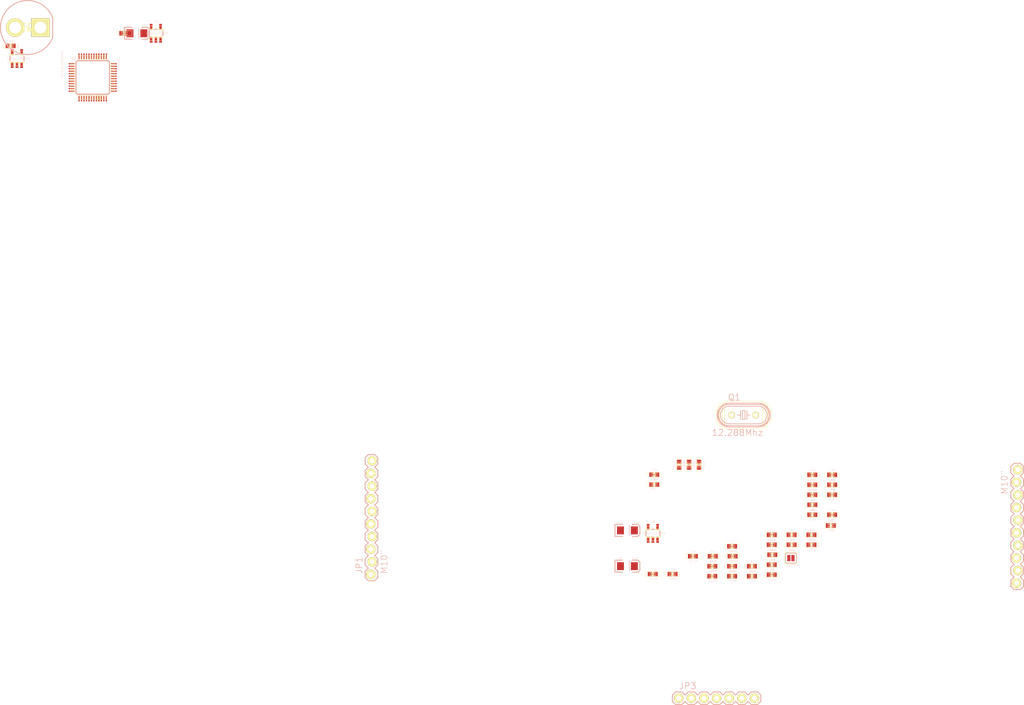
<source format=kicad_pcb>
(kicad_pcb (version 20171130) (host pcbnew 5.1.6-c6e7f7d~87~ubuntu18.04.1)

  (general
    (thickness 1.6)
    (drawings 0)
    (tracks 0)
    (zones 0)
    (modules 51)
    (nets 44)
  )

  (page A4)
  (title_block
    (title "Trabajo Final DCI  - VS1053")
    (date 2020-10-10)
    (rev 1.0)
    (company "Jorge Salvador Muñoz")
  )

  (layers
    (0 F.Cu signal)
    (31 B.Cu signal)
    (32 B.Adhes user hide)
    (33 F.Adhes user hide)
    (34 B.Paste user)
    (35 F.Paste user)
    (36 B.SilkS user hide)
    (37 F.SilkS user)
    (38 B.Mask user)
    (39 F.Mask user)
    (40 Dwgs.User user)
    (41 Cmts.User user)
    (42 Eco1.User user)
    (43 Eco2.User user)
    (44 Edge.Cuts user)
    (45 Margin user)
    (46 B.CrtYd user)
    (47 F.CrtYd user)
    (48 B.Fab user)
    (49 F.Fab user)
  )

  (setup
    (last_trace_width 0.25)
    (trace_clearance 0.2)
    (zone_clearance 0.508)
    (zone_45_only no)
    (trace_min 0.2)
    (via_size 0.8)
    (via_drill 0.4)
    (via_min_size 0.4)
    (via_min_drill 0.3)
    (uvia_size 0.3)
    (uvia_drill 0.1)
    (uvias_allowed no)
    (uvia_min_size 0.2)
    (uvia_min_drill 0.1)
    (edge_width 0.05)
    (segment_width 0.2)
    (pcb_text_width 0.3)
    (pcb_text_size 1.5 1.5)
    (mod_edge_width 0.12)
    (mod_text_size 1 1)
    (mod_text_width 0.15)
    (pad_size 0.84836 0.89916)
    (pad_drill 0)
    (pad_to_mask_clearance 0.05)
    (aux_axis_origin 0 0)
    (visible_elements FFFFFF7F)
    (pcbplotparams
      (layerselection 0x010fc_ffffffff)
      (usegerberextensions false)
      (usegerberattributes true)
      (usegerberadvancedattributes true)
      (creategerberjobfile true)
      (excludeedgelayer true)
      (linewidth 0.100000)
      (plotframeref false)
      (viasonmask false)
      (mode 1)
      (useauxorigin false)
      (hpglpennumber 1)
      (hpglpenspeed 20)
      (hpglpendiameter 15.000000)
      (psnegative false)
      (psa4output false)
      (plotreference true)
      (plotvalue true)
      (plotinvisibletext false)
      (padsonsilk false)
      (subtractmaskfromsilk false)
      (outputformat 1)
      (mirror false)
      (drillshape 1)
      (scaleselection 1)
      (outputdirectory ""))
  )

  (net 0 "")
  (net 1 /AVDD)
  (net 2 /AGND)
  (net 3 /IOVDD)
  (net 4 GND)
  (net 5 /CVDD)
  (net 6 "Net-(C13-Pad1)")
  (net 7 "Net-(C14-Pad1)")
  (net 8 "Net-(C19-Pad1)")
  (net 9 "Net-(C20-Pad1)")
  (net 10 "Net-(C21-Pad1)")
  (net 11 "Net-(C22-Pad1)")
  (net 12 /LINEIN)
  (net 13 /MICP)
  (net 14 /RX)
  (net 15 /TX)
  (net 16 /BSYNC)
  (net 17 /GPIO3)
  (net 18 /GPIO2)
  (net 19 /DREQ)
  (net 20 /RESET)
  (net 21 /MICN)
  (net 22 /CS)
  (net 23 /SCLK)
  (net 24 /SI)
  (net 25 /SO)
  (net 26 /GPIO0)
  (net 27 /GPIO1)
  (net 28 /LEFT)
  (net 29 /GBUF)
  (net 30 /RIGHT)
  (net 31 /VCC)
  (net 32 /GPIO6)
  (net 33 /GPIO7)
  (net 34 /VCO)
  (net 35 /GPIO5)
  (net 36 /GPIO4)
  (net 37 "Net-(LED1-PadA)")
  (net 38 "Net-(R14-Pad1)")
  (net 39 "Net-(R15-Pad1)")
  (net 40 "Net-(U1-Pad4)")
  (net 41 "Net-(U2-Pad4)")
  (net 42 "Net-(U3-Pad4)")
  (net 43 /PWR_FLAG)

  (net_class Default "This is the default net class."
    (clearance 0.2)
    (trace_width 0.25)
    (via_dia 0.8)
    (via_drill 0.4)
    (uvia_dia 0.3)
    (uvia_drill 0.1)
    (add_net /AGND)
    (add_net /AVDD)
    (add_net /BSYNC)
    (add_net /CS)
    (add_net /CVDD)
    (add_net /DREQ)
    (add_net /GBUF)
    (add_net /GPIO0)
    (add_net /GPIO1)
    (add_net /GPIO2)
    (add_net /GPIO3)
    (add_net /GPIO4)
    (add_net /GPIO5)
    (add_net /GPIO6)
    (add_net /GPIO7)
    (add_net /IOVDD)
    (add_net /LEFT)
    (add_net /LINEIN)
    (add_net /MICN)
    (add_net /MICP)
    (add_net /PWR_FLAG)
    (add_net /RESET)
    (add_net /RIGHT)
    (add_net /RX)
    (add_net /SCLK)
    (add_net /SI)
    (add_net /SO)
    (add_net /TX)
    (add_net /VCC)
    (add_net /VCO)
    (add_net GND)
    (add_net "Net-(C13-Pad1)")
    (add_net "Net-(C14-Pad1)")
    (add_net "Net-(C19-Pad1)")
    (add_net "Net-(C20-Pad1)")
    (add_net "Net-(C21-Pad1)")
    (add_net "Net-(C22-Pad1)")
    (add_net "Net-(LED1-PadA)")
    (add_net "Net-(R14-Pad1)")
    (add_net "Net-(R15-Pad1)")
    (add_net "Net-(U1-Pad4)")
    (add_net "Net-(U2-Pad4)")
    (add_net "Net-(U3-Pad4)")
  )

  (module SparkFun-Capacitors:0402-CAP (layer F.Cu) (tedit 200000) (tstamp 5F83B62D)
    (at 143.666061 119.448001)
    (descr CAPACITOR)
    (tags CAPACITOR)
    (path /5F9E6598)
    (attr smd)
    (fp_text reference C1 (at 0.127 -0.89916) (layer B.SilkS)
      (effects (font (size 0.4064 0.4064) (thickness 0.0254)))
    )
    (fp_text value 100nF (at 0.1397 0.9398) (layer B.SilkS)
      (effects (font (size 0.4064 0.4064) (thickness 0.0254)))
    )
    (fp_line (start 0 -0.03048) (end 0 0.03048) (layer B.SilkS) (width 0.4064))
    (fp_line (start -1.47066 0.4826) (end -1.47066 -0.4826) (layer F.SilkS) (width 0.0508))
    (fp_line (start 1.47066 0.4826) (end -1.47066 0.4826) (layer F.SilkS) (width 0.0508))
    (fp_line (start 1.47066 -0.4826) (end 1.47066 0.4826) (layer F.SilkS) (width 0.0508))
    (fp_line (start -1.47066 -0.4826) (end 1.47066 -0.4826) (layer F.SilkS) (width 0.0508))
    (fp_line (start 0.24384 0.22352) (end -0.24384 0.22352) (layer F.SilkS) (width 0.1524))
    (fp_line (start -0.24384 -0.22352) (end 0.24384 -0.22352) (layer F.SilkS) (width 0.1524))
    (fp_line (start -0.19812 0.29972) (end -0.19812 -0.29972) (layer F.SilkS) (width 0.06604))
    (fp_line (start -0.19812 -0.29972) (end 0.19812 -0.29972) (layer F.SilkS) (width 0.06604))
    (fp_line (start 0.19812 0.29972) (end 0.19812 -0.29972) (layer F.SilkS) (width 0.06604))
    (fp_line (start -0.19812 0.29972) (end 0.19812 0.29972) (layer F.SilkS) (width 0.06604))
    (fp_line (start 0.25654 0.3048) (end 0.25654 -0.29464) (layer F.SilkS) (width 0.06604))
    (fp_line (start 0.25654 -0.29464) (end 0.5588 -0.29464) (layer F.SilkS) (width 0.06604))
    (fp_line (start 0.5588 0.3048) (end 0.5588 -0.29464) (layer F.SilkS) (width 0.06604))
    (fp_line (start 0.25654 0.3048) (end 0.5588 0.3048) (layer F.SilkS) (width 0.06604))
    (fp_line (start -0.55372 0.3048) (end -0.55372 -0.29464) (layer F.SilkS) (width 0.06604))
    (fp_line (start -0.55372 -0.29464) (end -0.254 -0.29464) (layer F.SilkS) (width 0.06604))
    (fp_line (start -0.254 0.3048) (end -0.254 -0.29464) (layer F.SilkS) (width 0.06604))
    (fp_line (start -0.55372 0.3048) (end -0.254 0.3048) (layer F.SilkS) (width 0.06604))
    (pad 1 smd rect (at -0.57912 0) (size 0.84836 0.89916) (layers F.Cu F.Paste F.Mask)
      (net 1 /AVDD))
    (pad 2 smd rect (at 0.57912 0) (size 0.84836 0.89916) (layers F.Cu F.Paste F.Mask)
      (net 2 /AGND))
  )

  (module SparkFun-Capacitors:0402-CAP (layer F.Cu) (tedit 200000) (tstamp 5F83B646)
    (at 155.636061 119.148001)
    (descr CAPACITOR)
    (tags CAPACITOR)
    (path /5F9E659E)
    (attr smd)
    (fp_text reference C2 (at 0.127 -0.89916) (layer B.SilkS)
      (effects (font (size 0.4064 0.4064) (thickness 0.0254)))
    )
    (fp_text value 100nF (at 0.1397 0.9398) (layer B.SilkS)
      (effects (font (size 0.4064 0.4064) (thickness 0.0254)))
    )
    (fp_line (start 0 -0.03048) (end 0 0.03048) (layer B.SilkS) (width 0.4064))
    (fp_line (start -1.47066 0.4826) (end -1.47066 -0.4826) (layer F.SilkS) (width 0.0508))
    (fp_line (start 1.47066 0.4826) (end -1.47066 0.4826) (layer F.SilkS) (width 0.0508))
    (fp_line (start 1.47066 -0.4826) (end 1.47066 0.4826) (layer F.SilkS) (width 0.0508))
    (fp_line (start -1.47066 -0.4826) (end 1.47066 -0.4826) (layer F.SilkS) (width 0.0508))
    (fp_line (start 0.24384 0.22352) (end -0.24384 0.22352) (layer F.SilkS) (width 0.1524))
    (fp_line (start -0.24384 -0.22352) (end 0.24384 -0.22352) (layer F.SilkS) (width 0.1524))
    (fp_line (start -0.19812 0.29972) (end -0.19812 -0.29972) (layer F.SilkS) (width 0.06604))
    (fp_line (start -0.19812 -0.29972) (end 0.19812 -0.29972) (layer F.SilkS) (width 0.06604))
    (fp_line (start 0.19812 0.29972) (end 0.19812 -0.29972) (layer F.SilkS) (width 0.06604))
    (fp_line (start -0.19812 0.29972) (end 0.19812 0.29972) (layer F.SilkS) (width 0.06604))
    (fp_line (start 0.25654 0.3048) (end 0.25654 -0.29464) (layer F.SilkS) (width 0.06604))
    (fp_line (start 0.25654 -0.29464) (end 0.5588 -0.29464) (layer F.SilkS) (width 0.06604))
    (fp_line (start 0.5588 0.3048) (end 0.5588 -0.29464) (layer F.SilkS) (width 0.06604))
    (fp_line (start 0.25654 0.3048) (end 0.5588 0.3048) (layer F.SilkS) (width 0.06604))
    (fp_line (start -0.55372 0.3048) (end -0.55372 -0.29464) (layer F.SilkS) (width 0.06604))
    (fp_line (start -0.55372 -0.29464) (end -0.254 -0.29464) (layer F.SilkS) (width 0.06604))
    (fp_line (start -0.254 0.3048) (end -0.254 -0.29464) (layer F.SilkS) (width 0.06604))
    (fp_line (start -0.55372 0.3048) (end -0.254 0.3048) (layer F.SilkS) (width 0.06604))
    (pad 1 smd rect (at -0.57912 0) (size 0.84836 0.89916) (layers F.Cu F.Paste F.Mask)
      (net 1 /AVDD))
    (pad 2 smd rect (at 0.57912 0) (size 0.84836 0.89916) (layers F.Cu F.Paste F.Mask)
      (net 2 /AGND))
  )

  (module SparkFun-Capacitors:0402-CAP (layer F.Cu) (tedit 200000) (tstamp 5F83B65F)
    (at 167.776061 103.058001)
    (descr CAPACITOR)
    (tags CAPACITOR)
    (path /5F9E65A4)
    (attr smd)
    (fp_text reference C3 (at 0.127 -0.89916) (layer B.SilkS)
      (effects (font (size 0.4064 0.4064) (thickness 0.0254)))
    )
    (fp_text value 100nF (at 0.1397 0.9398) (layer B.SilkS)
      (effects (font (size 0.4064 0.4064) (thickness 0.0254)))
    )
    (fp_line (start 0 -0.03048) (end 0 0.03048) (layer B.SilkS) (width 0.4064))
    (fp_line (start -1.47066 0.4826) (end -1.47066 -0.4826) (layer F.SilkS) (width 0.0508))
    (fp_line (start 1.47066 0.4826) (end -1.47066 0.4826) (layer F.SilkS) (width 0.0508))
    (fp_line (start 1.47066 -0.4826) (end 1.47066 0.4826) (layer F.SilkS) (width 0.0508))
    (fp_line (start -1.47066 -0.4826) (end 1.47066 -0.4826) (layer F.SilkS) (width 0.0508))
    (fp_line (start 0.24384 0.22352) (end -0.24384 0.22352) (layer F.SilkS) (width 0.1524))
    (fp_line (start -0.24384 -0.22352) (end 0.24384 -0.22352) (layer F.SilkS) (width 0.1524))
    (fp_line (start -0.19812 0.29972) (end -0.19812 -0.29972) (layer F.SilkS) (width 0.06604))
    (fp_line (start -0.19812 -0.29972) (end 0.19812 -0.29972) (layer F.SilkS) (width 0.06604))
    (fp_line (start 0.19812 0.29972) (end 0.19812 -0.29972) (layer F.SilkS) (width 0.06604))
    (fp_line (start -0.19812 0.29972) (end 0.19812 0.29972) (layer F.SilkS) (width 0.06604))
    (fp_line (start 0.25654 0.3048) (end 0.25654 -0.29464) (layer F.SilkS) (width 0.06604))
    (fp_line (start 0.25654 -0.29464) (end 0.5588 -0.29464) (layer F.SilkS) (width 0.06604))
    (fp_line (start 0.5588 0.3048) (end 0.5588 -0.29464) (layer F.SilkS) (width 0.06604))
    (fp_line (start 0.25654 0.3048) (end 0.5588 0.3048) (layer F.SilkS) (width 0.06604))
    (fp_line (start -0.55372 0.3048) (end -0.55372 -0.29464) (layer F.SilkS) (width 0.06604))
    (fp_line (start -0.55372 -0.29464) (end -0.254 -0.29464) (layer F.SilkS) (width 0.06604))
    (fp_line (start -0.254 0.3048) (end -0.254 -0.29464) (layer F.SilkS) (width 0.06604))
    (fp_line (start -0.55372 0.3048) (end -0.254 0.3048) (layer F.SilkS) (width 0.06604))
    (pad 1 smd rect (at -0.57912 0) (size 0.84836 0.89916) (layers F.Cu F.Paste F.Mask)
      (net 1 /AVDD))
    (pad 2 smd rect (at 0.57912 0) (size 0.84836 0.89916) (layers F.Cu F.Paste F.Mask)
      (net 2 /AGND))
  )

  (module SparkFun-Capacitors:EIA3216 (layer F.Cu) (tedit 200000) (tstamp 5F83B66E)
    (at 27.94 10.16)
    (path /5FCB6693)
    (attr smd)
    (fp_text reference C4 (at -1.524 -1.58242) (layer B.SilkS)
      (effects (font (size 0.4064 0.4064) (thickness 0.0254)))
    )
    (fp_text value 10uF (at 1.6256 -1.53416) (layer B.SilkS)
      (effects (font (size 0.4064 0.4064) (thickness 0.0254)))
    )
    (fp_line (start 0.381 -1.016) (end 0.381 1.016) (layer B.SilkS) (width 0.127))
    (fp_line (start 2.09804 -1.19888) (end 0.99822 -1.19888) (layer B.SilkS) (width 0.2032))
    (fp_line (start 2.49936 -0.79756) (end 2.09804 -1.19888) (layer B.SilkS) (width 0.2032))
    (fp_line (start 2.49936 0.79756) (end 2.49936 -0.79756) (layer B.SilkS) (width 0.2032))
    (fp_line (start 2.09804 1.19888) (end 2.49936 0.79756) (layer B.SilkS) (width 0.2032))
    (fp_line (start 0.99822 1.19888) (end 2.09804 1.19888) (layer B.SilkS) (width 0.2032))
    (fp_line (start -2.49936 -1.19888) (end -0.99822 -1.19888) (layer B.SilkS) (width 0.2032))
    (fp_line (start -2.49936 1.19888) (end -2.49936 -1.19888) (layer B.SilkS) (width 0.2032))
    (fp_line (start -0.99822 1.19888) (end -2.49936 1.19888) (layer B.SilkS) (width 0.2032))
    (pad A smd rect (at 1.39954 0 90) (size 1.59766 1.39954) (layers F.Cu F.Paste F.Mask)
      (net 3 /IOVDD))
    (pad C smd rect (at -1.39954 0 90) (size 1.59766 1.39954) (layers F.Cu F.Paste F.Mask)
      (net 4 GND))
  )

  (module SparkFun-Capacitors:EIA3216 (layer F.Cu) (tedit 200000) (tstamp 5F83B67D)
    (at 126.600961 110.220481)
    (path /5FCBBA00)
    (attr smd)
    (fp_text reference C5 (at -1.524 -1.58242) (layer B.SilkS)
      (effects (font (size 0.4064 0.4064) (thickness 0.0254)))
    )
    (fp_text value 10uF (at 1.6256 -1.53416) (layer B.SilkS)
      (effects (font (size 0.4064 0.4064) (thickness 0.0254)))
    )
    (fp_line (start -0.99822 1.19888) (end -2.49936 1.19888) (layer B.SilkS) (width 0.2032))
    (fp_line (start -2.49936 1.19888) (end -2.49936 -1.19888) (layer B.SilkS) (width 0.2032))
    (fp_line (start -2.49936 -1.19888) (end -0.99822 -1.19888) (layer B.SilkS) (width 0.2032))
    (fp_line (start 0.99822 1.19888) (end 2.09804 1.19888) (layer B.SilkS) (width 0.2032))
    (fp_line (start 2.09804 1.19888) (end 2.49936 0.79756) (layer B.SilkS) (width 0.2032))
    (fp_line (start 2.49936 0.79756) (end 2.49936 -0.79756) (layer B.SilkS) (width 0.2032))
    (fp_line (start 2.49936 -0.79756) (end 2.09804 -1.19888) (layer B.SilkS) (width 0.2032))
    (fp_line (start 2.09804 -1.19888) (end 0.99822 -1.19888) (layer B.SilkS) (width 0.2032))
    (fp_line (start 0.381 -1.016) (end 0.381 1.016) (layer B.SilkS) (width 0.127))
    (pad C smd rect (at -1.39954 0 90) (size 1.59766 1.39954) (layers F.Cu F.Paste F.Mask)
      (net 2 /AGND))
    (pad A smd rect (at 1.39954 0 90) (size 1.59766 1.39954) (layers F.Cu F.Paste F.Mask)
      (net 1 /AVDD))
  )

  (module SparkFun-Capacitors:EIA3216 (layer F.Cu) (tedit 200000) (tstamp 5F83B68C)
    (at 126.600961 117.420481)
    (path /5FCBC887)
    (attr smd)
    (fp_text reference C6 (at -1.524 -1.58242) (layer B.SilkS)
      (effects (font (size 0.4064 0.4064) (thickness 0.0254)))
    )
    (fp_text value 10uF (at 1.6256 -1.53416) (layer B.SilkS)
      (effects (font (size 0.4064 0.4064) (thickness 0.0254)))
    )
    (fp_line (start 0.381 -1.016) (end 0.381 1.016) (layer B.SilkS) (width 0.127))
    (fp_line (start 2.09804 -1.19888) (end 0.99822 -1.19888) (layer B.SilkS) (width 0.2032))
    (fp_line (start 2.49936 -0.79756) (end 2.09804 -1.19888) (layer B.SilkS) (width 0.2032))
    (fp_line (start 2.49936 0.79756) (end 2.49936 -0.79756) (layer B.SilkS) (width 0.2032))
    (fp_line (start 2.09804 1.19888) (end 2.49936 0.79756) (layer B.SilkS) (width 0.2032))
    (fp_line (start 0.99822 1.19888) (end 2.09804 1.19888) (layer B.SilkS) (width 0.2032))
    (fp_line (start -2.49936 -1.19888) (end -0.99822 -1.19888) (layer B.SilkS) (width 0.2032))
    (fp_line (start -2.49936 1.19888) (end -2.49936 -1.19888) (layer B.SilkS) (width 0.2032))
    (fp_line (start -0.99822 1.19888) (end -2.49936 1.19888) (layer B.SilkS) (width 0.2032))
    (pad A smd rect (at 1.39954 0 90) (size 1.59766 1.39954) (layers F.Cu F.Paste F.Mask)
      (net 5 /CVDD))
    (pad C smd rect (at -1.39954 0 90) (size 1.59766 1.39954) (layers F.Cu F.Paste F.Mask)
      (net 4 GND))
  )

  (module SparkFun-Capacitors:0402-CAP (layer F.Cu) (tedit 200000) (tstamp 5F83B6A5)
    (at 147.656061 113.418001)
    (descr CAPACITOR)
    (tags CAPACITOR)
    (path /5F9DB685)
    (attr smd)
    (fp_text reference C7 (at 0.127 -0.89916) (layer B.SilkS)
      (effects (font (size 0.4064 0.4064) (thickness 0.0254)))
    )
    (fp_text value 100nF (at 0.1397 0.9398) (layer B.SilkS)
      (effects (font (size 0.4064 0.4064) (thickness 0.0254)))
    )
    (fp_line (start -0.55372 0.3048) (end -0.254 0.3048) (layer F.SilkS) (width 0.06604))
    (fp_line (start -0.254 0.3048) (end -0.254 -0.29464) (layer F.SilkS) (width 0.06604))
    (fp_line (start -0.55372 -0.29464) (end -0.254 -0.29464) (layer F.SilkS) (width 0.06604))
    (fp_line (start -0.55372 0.3048) (end -0.55372 -0.29464) (layer F.SilkS) (width 0.06604))
    (fp_line (start 0.25654 0.3048) (end 0.5588 0.3048) (layer F.SilkS) (width 0.06604))
    (fp_line (start 0.5588 0.3048) (end 0.5588 -0.29464) (layer F.SilkS) (width 0.06604))
    (fp_line (start 0.25654 -0.29464) (end 0.5588 -0.29464) (layer F.SilkS) (width 0.06604))
    (fp_line (start 0.25654 0.3048) (end 0.25654 -0.29464) (layer F.SilkS) (width 0.06604))
    (fp_line (start -0.19812 0.29972) (end 0.19812 0.29972) (layer F.SilkS) (width 0.06604))
    (fp_line (start 0.19812 0.29972) (end 0.19812 -0.29972) (layer F.SilkS) (width 0.06604))
    (fp_line (start -0.19812 -0.29972) (end 0.19812 -0.29972) (layer F.SilkS) (width 0.06604))
    (fp_line (start -0.19812 0.29972) (end -0.19812 -0.29972) (layer F.SilkS) (width 0.06604))
    (fp_line (start -0.24384 -0.22352) (end 0.24384 -0.22352) (layer F.SilkS) (width 0.1524))
    (fp_line (start 0.24384 0.22352) (end -0.24384 0.22352) (layer F.SilkS) (width 0.1524))
    (fp_line (start -1.47066 -0.4826) (end 1.47066 -0.4826) (layer F.SilkS) (width 0.0508))
    (fp_line (start 1.47066 -0.4826) (end 1.47066 0.4826) (layer F.SilkS) (width 0.0508))
    (fp_line (start 1.47066 0.4826) (end -1.47066 0.4826) (layer F.SilkS) (width 0.0508))
    (fp_line (start -1.47066 0.4826) (end -1.47066 -0.4826) (layer F.SilkS) (width 0.0508))
    (fp_line (start 0 -0.03048) (end 0 0.03048) (layer B.SilkS) (width 0.4064))
    (pad 2 smd rect (at 0.57912 0) (size 0.84836 0.89916) (layers F.Cu F.Paste F.Mask)
      (net 4 GND))
    (pad 1 smd rect (at -0.57912 0) (size 0.84836 0.89916) (layers F.Cu F.Paste F.Mask)
      (net 5 /CVDD))
  )

  (module SparkFun-Capacitors:0402-CAP (layer F.Cu) (tedit 200000) (tstamp 5F83B6BE)
    (at 25.4 10.16)
    (descr CAPACITOR)
    (tags CAPACITOR)
    (path /5F8B25E8)
    (attr smd)
    (fp_text reference C8 (at 0.127 -0.89916) (layer B.SilkS)
      (effects (font (size 0.4064 0.4064) (thickness 0.0254)))
    )
    (fp_text value 0.1uF (at 0.1397 0.9398) (layer B.SilkS)
      (effects (font (size 0.4064 0.4064) (thickness 0.0254)))
    )
    (fp_line (start -0.55372 0.3048) (end -0.254 0.3048) (layer F.SilkS) (width 0.06604))
    (fp_line (start -0.254 0.3048) (end -0.254 -0.29464) (layer F.SilkS) (width 0.06604))
    (fp_line (start -0.55372 -0.29464) (end -0.254 -0.29464) (layer F.SilkS) (width 0.06604))
    (fp_line (start -0.55372 0.3048) (end -0.55372 -0.29464) (layer F.SilkS) (width 0.06604))
    (fp_line (start 0.25654 0.3048) (end 0.5588 0.3048) (layer F.SilkS) (width 0.06604))
    (fp_line (start 0.5588 0.3048) (end 0.5588 -0.29464) (layer F.SilkS) (width 0.06604))
    (fp_line (start 0.25654 -0.29464) (end 0.5588 -0.29464) (layer F.SilkS) (width 0.06604))
    (fp_line (start 0.25654 0.3048) (end 0.25654 -0.29464) (layer F.SilkS) (width 0.06604))
    (fp_line (start -0.19812 0.29972) (end 0.19812 0.29972) (layer F.SilkS) (width 0.06604))
    (fp_line (start 0.19812 0.29972) (end 0.19812 -0.29972) (layer F.SilkS) (width 0.06604))
    (fp_line (start -0.19812 -0.29972) (end 0.19812 -0.29972) (layer F.SilkS) (width 0.06604))
    (fp_line (start -0.19812 0.29972) (end -0.19812 -0.29972) (layer F.SilkS) (width 0.06604))
    (fp_line (start -0.24384 -0.22352) (end 0.24384 -0.22352) (layer F.SilkS) (width 0.1524))
    (fp_line (start 0.24384 0.22352) (end -0.24384 0.22352) (layer F.SilkS) (width 0.1524))
    (fp_line (start -1.47066 -0.4826) (end 1.47066 -0.4826) (layer F.SilkS) (width 0.0508))
    (fp_line (start 1.47066 -0.4826) (end 1.47066 0.4826) (layer F.SilkS) (width 0.0508))
    (fp_line (start 1.47066 0.4826) (end -1.47066 0.4826) (layer F.SilkS) (width 0.0508))
    (fp_line (start -1.47066 0.4826) (end -1.47066 -0.4826) (layer F.SilkS) (width 0.0508))
    (fp_line (start 0 -0.03048) (end 0 0.03048) (layer B.SilkS) (width 0.4064))
    (pad 2 smd rect (at 0.57912 0) (size 0.84836 0.89916) (layers F.Cu F.Paste F.Mask)
      (net 4 GND))
    (pad 1 smd rect (at -0.57912 0) (size 0.84836 0.89916) (layers F.Cu F.Paste F.Mask)
      (net 3 /IOVDD))
  )

  (module SparkFun-Capacitors:0402-CAP (layer F.Cu) (tedit 200000) (tstamp 5F83B6D7)
    (at 139.776061 115.428001)
    (descr CAPACITOR)
    (tags CAPACITOR)
    (path /5F8C5363)
    (attr smd)
    (fp_text reference C9 (at 0.127 -0.89916) (layer B.SilkS)
      (effects (font (size 0.4064 0.4064) (thickness 0.0254)))
    )
    (fp_text value 0.1uF (at 0.1397 0.9398) (layer B.SilkS)
      (effects (font (size 0.4064 0.4064) (thickness 0.0254)))
    )
    (fp_line (start 0 -0.03048) (end 0 0.03048) (layer B.SilkS) (width 0.4064))
    (fp_line (start -1.47066 0.4826) (end -1.47066 -0.4826) (layer F.SilkS) (width 0.0508))
    (fp_line (start 1.47066 0.4826) (end -1.47066 0.4826) (layer F.SilkS) (width 0.0508))
    (fp_line (start 1.47066 -0.4826) (end 1.47066 0.4826) (layer F.SilkS) (width 0.0508))
    (fp_line (start -1.47066 -0.4826) (end 1.47066 -0.4826) (layer F.SilkS) (width 0.0508))
    (fp_line (start 0.24384 0.22352) (end -0.24384 0.22352) (layer F.SilkS) (width 0.1524))
    (fp_line (start -0.24384 -0.22352) (end 0.24384 -0.22352) (layer F.SilkS) (width 0.1524))
    (fp_line (start -0.19812 0.29972) (end -0.19812 -0.29972) (layer F.SilkS) (width 0.06604))
    (fp_line (start -0.19812 -0.29972) (end 0.19812 -0.29972) (layer F.SilkS) (width 0.06604))
    (fp_line (start 0.19812 0.29972) (end 0.19812 -0.29972) (layer F.SilkS) (width 0.06604))
    (fp_line (start -0.19812 0.29972) (end 0.19812 0.29972) (layer F.SilkS) (width 0.06604))
    (fp_line (start 0.25654 0.3048) (end 0.25654 -0.29464) (layer F.SilkS) (width 0.06604))
    (fp_line (start 0.25654 -0.29464) (end 0.5588 -0.29464) (layer F.SilkS) (width 0.06604))
    (fp_line (start 0.5588 0.3048) (end 0.5588 -0.29464) (layer F.SilkS) (width 0.06604))
    (fp_line (start 0.25654 0.3048) (end 0.5588 0.3048) (layer F.SilkS) (width 0.06604))
    (fp_line (start -0.55372 0.3048) (end -0.55372 -0.29464) (layer F.SilkS) (width 0.06604))
    (fp_line (start -0.55372 -0.29464) (end -0.254 -0.29464) (layer F.SilkS) (width 0.06604))
    (fp_line (start -0.254 0.3048) (end -0.254 -0.29464) (layer F.SilkS) (width 0.06604))
    (fp_line (start -0.55372 0.3048) (end -0.254 0.3048) (layer F.SilkS) (width 0.06604))
    (pad 1 smd rect (at -0.57912 0) (size 0.84836 0.89916) (layers F.Cu F.Paste F.Mask)
      (net 1 /AVDD))
    (pad 2 smd rect (at 0.57912 0) (size 0.84836 0.89916) (layers F.Cu F.Paste F.Mask)
      (net 2 /AGND))
  )

  (module SparkFun-Capacitors:0402-CAP (layer F.Cu) (tedit 200000) (tstamp 5F83B6F0)
    (at 131.696061 119.008001)
    (descr CAPACITOR)
    (tags CAPACITOR)
    (path /5F8C8D10)
    (attr smd)
    (fp_text reference C10 (at 0.127 -0.89916) (layer B.SilkS)
      (effects (font (size 0.4064 0.4064) (thickness 0.0254)))
    )
    (fp_text value 0.1uF (at 0.1397 0.9398) (layer B.SilkS)
      (effects (font (size 0.4064 0.4064) (thickness 0.0254)))
    )
    (fp_line (start -0.55372 0.3048) (end -0.254 0.3048) (layer F.SilkS) (width 0.06604))
    (fp_line (start -0.254 0.3048) (end -0.254 -0.29464) (layer F.SilkS) (width 0.06604))
    (fp_line (start -0.55372 -0.29464) (end -0.254 -0.29464) (layer F.SilkS) (width 0.06604))
    (fp_line (start -0.55372 0.3048) (end -0.55372 -0.29464) (layer F.SilkS) (width 0.06604))
    (fp_line (start 0.25654 0.3048) (end 0.5588 0.3048) (layer F.SilkS) (width 0.06604))
    (fp_line (start 0.5588 0.3048) (end 0.5588 -0.29464) (layer F.SilkS) (width 0.06604))
    (fp_line (start 0.25654 -0.29464) (end 0.5588 -0.29464) (layer F.SilkS) (width 0.06604))
    (fp_line (start 0.25654 0.3048) (end 0.25654 -0.29464) (layer F.SilkS) (width 0.06604))
    (fp_line (start -0.19812 0.29972) (end 0.19812 0.29972) (layer F.SilkS) (width 0.06604))
    (fp_line (start 0.19812 0.29972) (end 0.19812 -0.29972) (layer F.SilkS) (width 0.06604))
    (fp_line (start -0.19812 -0.29972) (end 0.19812 -0.29972) (layer F.SilkS) (width 0.06604))
    (fp_line (start -0.19812 0.29972) (end -0.19812 -0.29972) (layer F.SilkS) (width 0.06604))
    (fp_line (start -0.24384 -0.22352) (end 0.24384 -0.22352) (layer F.SilkS) (width 0.1524))
    (fp_line (start 0.24384 0.22352) (end -0.24384 0.22352) (layer F.SilkS) (width 0.1524))
    (fp_line (start -1.47066 -0.4826) (end 1.47066 -0.4826) (layer F.SilkS) (width 0.0508))
    (fp_line (start 1.47066 -0.4826) (end 1.47066 0.4826) (layer F.SilkS) (width 0.0508))
    (fp_line (start 1.47066 0.4826) (end -1.47066 0.4826) (layer F.SilkS) (width 0.0508))
    (fp_line (start -1.47066 0.4826) (end -1.47066 -0.4826) (layer F.SilkS) (width 0.0508))
    (fp_line (start 0 -0.03048) (end 0 0.03048) (layer B.SilkS) (width 0.4064))
    (pad 2 smd rect (at 0.57912 0) (size 0.84836 0.89916) (layers F.Cu F.Paste F.Mask)
      (net 4 GND))
    (pad 1 smd rect (at -0.57912 0) (size 0.84836 0.89916) (layers F.Cu F.Paste F.Mask)
      (net 5 /CVDD))
  )

  (module SparkFun-Capacitors:0402-CAP (layer F.Cu) (tedit 200000) (tstamp 5F83B709)
    (at 147.756061 115.428001)
    (descr CAPACITOR)
    (tags CAPACITOR)
    (path /5F9DB68B)
    (attr smd)
    (fp_text reference C11 (at 0.127 -0.89916) (layer B.SilkS)
      (effects (font (size 0.4064 0.4064) (thickness 0.0254)))
    )
    (fp_text value 100nF (at 0.1397 0.9398) (layer B.SilkS)
      (effects (font (size 0.4064 0.4064) (thickness 0.0254)))
    )
    (fp_line (start 0 -0.03048) (end 0 0.03048) (layer B.SilkS) (width 0.4064))
    (fp_line (start -1.47066 0.4826) (end -1.47066 -0.4826) (layer F.SilkS) (width 0.0508))
    (fp_line (start 1.47066 0.4826) (end -1.47066 0.4826) (layer F.SilkS) (width 0.0508))
    (fp_line (start 1.47066 -0.4826) (end 1.47066 0.4826) (layer F.SilkS) (width 0.0508))
    (fp_line (start -1.47066 -0.4826) (end 1.47066 -0.4826) (layer F.SilkS) (width 0.0508))
    (fp_line (start 0.24384 0.22352) (end -0.24384 0.22352) (layer F.SilkS) (width 0.1524))
    (fp_line (start -0.24384 -0.22352) (end 0.24384 -0.22352) (layer F.SilkS) (width 0.1524))
    (fp_line (start -0.19812 0.29972) (end -0.19812 -0.29972) (layer F.SilkS) (width 0.06604))
    (fp_line (start -0.19812 -0.29972) (end 0.19812 -0.29972) (layer F.SilkS) (width 0.06604))
    (fp_line (start 0.19812 0.29972) (end 0.19812 -0.29972) (layer F.SilkS) (width 0.06604))
    (fp_line (start -0.19812 0.29972) (end 0.19812 0.29972) (layer F.SilkS) (width 0.06604))
    (fp_line (start 0.25654 0.3048) (end 0.25654 -0.29464) (layer F.SilkS) (width 0.06604))
    (fp_line (start 0.25654 -0.29464) (end 0.5588 -0.29464) (layer F.SilkS) (width 0.06604))
    (fp_line (start 0.5588 0.3048) (end 0.5588 -0.29464) (layer F.SilkS) (width 0.06604))
    (fp_line (start 0.25654 0.3048) (end 0.5588 0.3048) (layer F.SilkS) (width 0.06604))
    (fp_line (start -0.55372 0.3048) (end -0.55372 -0.29464) (layer F.SilkS) (width 0.06604))
    (fp_line (start -0.55372 -0.29464) (end -0.254 -0.29464) (layer F.SilkS) (width 0.06604))
    (fp_line (start -0.254 0.3048) (end -0.254 -0.29464) (layer F.SilkS) (width 0.06604))
    (fp_line (start -0.55372 0.3048) (end -0.254 0.3048) (layer F.SilkS) (width 0.06604))
    (pad 1 smd rect (at -0.57912 0) (size 0.84836 0.89916) (layers F.Cu F.Paste F.Mask)
      (net 5 /CVDD))
    (pad 2 smd rect (at 0.57912 0) (size 0.84836 0.89916) (layers F.Cu F.Paste F.Mask)
      (net 4 GND))
  )

  (module SparkFun-Capacitors:0402-CAP (layer F.Cu) (tedit 200000) (tstamp 5F83B722)
    (at 143.666061 117.438001)
    (descr CAPACITOR)
    (tags CAPACITOR)
    (path /5F9DB691)
    (attr smd)
    (fp_text reference C12 (at 0.127 -0.89916) (layer B.SilkS)
      (effects (font (size 0.4064 0.4064) (thickness 0.0254)))
    )
    (fp_text value 100nF (at 0.1397 0.9398) (layer B.SilkS)
      (effects (font (size 0.4064 0.4064) (thickness 0.0254)))
    )
    (fp_line (start -0.55372 0.3048) (end -0.254 0.3048) (layer F.SilkS) (width 0.06604))
    (fp_line (start -0.254 0.3048) (end -0.254 -0.29464) (layer F.SilkS) (width 0.06604))
    (fp_line (start -0.55372 -0.29464) (end -0.254 -0.29464) (layer F.SilkS) (width 0.06604))
    (fp_line (start -0.55372 0.3048) (end -0.55372 -0.29464) (layer F.SilkS) (width 0.06604))
    (fp_line (start 0.25654 0.3048) (end 0.5588 0.3048) (layer F.SilkS) (width 0.06604))
    (fp_line (start 0.5588 0.3048) (end 0.5588 -0.29464) (layer F.SilkS) (width 0.06604))
    (fp_line (start 0.25654 -0.29464) (end 0.5588 -0.29464) (layer F.SilkS) (width 0.06604))
    (fp_line (start 0.25654 0.3048) (end 0.25654 -0.29464) (layer F.SilkS) (width 0.06604))
    (fp_line (start -0.19812 0.29972) (end 0.19812 0.29972) (layer F.SilkS) (width 0.06604))
    (fp_line (start 0.19812 0.29972) (end 0.19812 -0.29972) (layer F.SilkS) (width 0.06604))
    (fp_line (start -0.19812 -0.29972) (end 0.19812 -0.29972) (layer F.SilkS) (width 0.06604))
    (fp_line (start -0.19812 0.29972) (end -0.19812 -0.29972) (layer F.SilkS) (width 0.06604))
    (fp_line (start -0.24384 -0.22352) (end 0.24384 -0.22352) (layer F.SilkS) (width 0.1524))
    (fp_line (start 0.24384 0.22352) (end -0.24384 0.22352) (layer F.SilkS) (width 0.1524))
    (fp_line (start -1.47066 -0.4826) (end 1.47066 -0.4826) (layer F.SilkS) (width 0.0508))
    (fp_line (start 1.47066 -0.4826) (end 1.47066 0.4826) (layer F.SilkS) (width 0.0508))
    (fp_line (start 1.47066 0.4826) (end -1.47066 0.4826) (layer F.SilkS) (width 0.0508))
    (fp_line (start -1.47066 0.4826) (end -1.47066 -0.4826) (layer F.SilkS) (width 0.0508))
    (fp_line (start 0 -0.03048) (end 0 0.03048) (layer B.SilkS) (width 0.4064))
    (pad 2 smd rect (at 0.57912 0) (size 0.84836 0.89916) (layers F.Cu F.Paste F.Mask)
      (net 4 GND))
    (pad 1 smd rect (at -0.57912 0) (size 0.84836 0.89916) (layers F.Cu F.Paste F.Mask)
      (net 5 /CVDD))
  )

  (module SparkFun-Capacitors:0402-CAP (layer F.Cu) (tedit 200000) (tstamp 5F83B73B)
    (at 147.656061 117.438001)
    (descr CAPACITOR)
    (tags CAPACITOR)
    (path /5F850C60)
    (attr smd)
    (fp_text reference C13 (at 0.127 -0.89916) (layer B.SilkS)
      (effects (font (size 0.4064 0.4064) (thickness 0.0254)))
    )
    (fp_text value 18pF (at 0.1397 0.9398) (layer B.SilkS)
      (effects (font (size 0.4064 0.4064) (thickness 0.0254)))
    )
    (fp_line (start -0.55372 0.3048) (end -0.254 0.3048) (layer F.SilkS) (width 0.06604))
    (fp_line (start -0.254 0.3048) (end -0.254 -0.29464) (layer F.SilkS) (width 0.06604))
    (fp_line (start -0.55372 -0.29464) (end -0.254 -0.29464) (layer F.SilkS) (width 0.06604))
    (fp_line (start -0.55372 0.3048) (end -0.55372 -0.29464) (layer F.SilkS) (width 0.06604))
    (fp_line (start 0.25654 0.3048) (end 0.5588 0.3048) (layer F.SilkS) (width 0.06604))
    (fp_line (start 0.5588 0.3048) (end 0.5588 -0.29464) (layer F.SilkS) (width 0.06604))
    (fp_line (start 0.25654 -0.29464) (end 0.5588 -0.29464) (layer F.SilkS) (width 0.06604))
    (fp_line (start 0.25654 0.3048) (end 0.25654 -0.29464) (layer F.SilkS) (width 0.06604))
    (fp_line (start -0.19812 0.29972) (end 0.19812 0.29972) (layer F.SilkS) (width 0.06604))
    (fp_line (start 0.19812 0.29972) (end 0.19812 -0.29972) (layer F.SilkS) (width 0.06604))
    (fp_line (start -0.19812 -0.29972) (end 0.19812 -0.29972) (layer F.SilkS) (width 0.06604))
    (fp_line (start -0.19812 0.29972) (end -0.19812 -0.29972) (layer F.SilkS) (width 0.06604))
    (fp_line (start -0.24384 -0.22352) (end 0.24384 -0.22352) (layer F.SilkS) (width 0.1524))
    (fp_line (start 0.24384 0.22352) (end -0.24384 0.22352) (layer F.SilkS) (width 0.1524))
    (fp_line (start -1.47066 -0.4826) (end 1.47066 -0.4826) (layer F.SilkS) (width 0.0508))
    (fp_line (start 1.47066 -0.4826) (end 1.47066 0.4826) (layer F.SilkS) (width 0.0508))
    (fp_line (start 1.47066 0.4826) (end -1.47066 0.4826) (layer F.SilkS) (width 0.0508))
    (fp_line (start -1.47066 0.4826) (end -1.47066 -0.4826) (layer F.SilkS) (width 0.0508))
    (fp_line (start 0 -0.03048) (end 0 0.03048) (layer B.SilkS) (width 0.4064))
    (pad 2 smd rect (at 0.57912 0) (size 0.84836 0.89916) (layers F.Cu F.Paste F.Mask)
      (net 4 GND))
    (pad 1 smd rect (at -0.57912 0) (size 0.84836 0.89916) (layers F.Cu F.Paste F.Mask)
      (net 6 "Net-(C13-Pad1)"))
  )

  (module SparkFun-Capacitors:0402-CAP (layer F.Cu) (tedit 200000) (tstamp 5F83B754)
    (at 167.776061 107.078001)
    (descr CAPACITOR)
    (tags CAPACITOR)
    (path /5F851590)
    (attr smd)
    (fp_text reference C14 (at 0.127 -0.89916) (layer B.SilkS)
      (effects (font (size 0.4064 0.4064) (thickness 0.0254)))
    )
    (fp_text value 18pF (at 0.1397 0.9398) (layer B.SilkS)
      (effects (font (size 0.4064 0.4064) (thickness 0.0254)))
    )
    (fp_line (start 0 -0.03048) (end 0 0.03048) (layer B.SilkS) (width 0.4064))
    (fp_line (start -1.47066 0.4826) (end -1.47066 -0.4826) (layer F.SilkS) (width 0.0508))
    (fp_line (start 1.47066 0.4826) (end -1.47066 0.4826) (layer F.SilkS) (width 0.0508))
    (fp_line (start 1.47066 -0.4826) (end 1.47066 0.4826) (layer F.SilkS) (width 0.0508))
    (fp_line (start -1.47066 -0.4826) (end 1.47066 -0.4826) (layer F.SilkS) (width 0.0508))
    (fp_line (start 0.24384 0.22352) (end -0.24384 0.22352) (layer F.SilkS) (width 0.1524))
    (fp_line (start -0.24384 -0.22352) (end 0.24384 -0.22352) (layer F.SilkS) (width 0.1524))
    (fp_line (start -0.19812 0.29972) (end -0.19812 -0.29972) (layer F.SilkS) (width 0.06604))
    (fp_line (start -0.19812 -0.29972) (end 0.19812 -0.29972) (layer F.SilkS) (width 0.06604))
    (fp_line (start 0.19812 0.29972) (end 0.19812 -0.29972) (layer F.SilkS) (width 0.06604))
    (fp_line (start -0.19812 0.29972) (end 0.19812 0.29972) (layer F.SilkS) (width 0.06604))
    (fp_line (start 0.25654 0.3048) (end 0.25654 -0.29464) (layer F.SilkS) (width 0.06604))
    (fp_line (start 0.25654 -0.29464) (end 0.5588 -0.29464) (layer F.SilkS) (width 0.06604))
    (fp_line (start 0.5588 0.3048) (end 0.5588 -0.29464) (layer F.SilkS) (width 0.06604))
    (fp_line (start 0.25654 0.3048) (end 0.5588 0.3048) (layer F.SilkS) (width 0.06604))
    (fp_line (start -0.55372 0.3048) (end -0.55372 -0.29464) (layer F.SilkS) (width 0.06604))
    (fp_line (start -0.55372 -0.29464) (end -0.254 -0.29464) (layer F.SilkS) (width 0.06604))
    (fp_line (start -0.254 0.3048) (end -0.254 -0.29464) (layer F.SilkS) (width 0.06604))
    (fp_line (start -0.55372 0.3048) (end -0.254 0.3048) (layer F.SilkS) (width 0.06604))
    (pad 1 smd rect (at -0.57912 0) (size 0.84836 0.89916) (layers F.Cu F.Paste F.Mask)
      (net 7 "Net-(C14-Pad1)"))
    (pad 2 smd rect (at 0.57912 0) (size 0.84836 0.89916) (layers F.Cu F.Paste F.Mask)
      (net 4 GND))
  )

  (module SparkFun-Capacitors:0402-CAP (layer F.Cu) (tedit 200000) (tstamp 5F83B76D)
    (at 163.786061 99.038001)
    (descr CAPACITOR)
    (tags CAPACITOR)
    (path /5FA25250)
    (attr smd)
    (fp_text reference C15 (at 0.127 -0.89916) (layer B.SilkS)
      (effects (font (size 0.4064 0.4064) (thickness 0.0254)))
    )
    (fp_text value 100nF (at 0.1397 0.9398) (layer B.SilkS)
      (effects (font (size 0.4064 0.4064) (thickness 0.0254)))
    )
    (fp_line (start -0.55372 0.3048) (end -0.254 0.3048) (layer F.SilkS) (width 0.06604))
    (fp_line (start -0.254 0.3048) (end -0.254 -0.29464) (layer F.SilkS) (width 0.06604))
    (fp_line (start -0.55372 -0.29464) (end -0.254 -0.29464) (layer F.SilkS) (width 0.06604))
    (fp_line (start -0.55372 0.3048) (end -0.55372 -0.29464) (layer F.SilkS) (width 0.06604))
    (fp_line (start 0.25654 0.3048) (end 0.5588 0.3048) (layer F.SilkS) (width 0.06604))
    (fp_line (start 0.5588 0.3048) (end 0.5588 -0.29464) (layer F.SilkS) (width 0.06604))
    (fp_line (start 0.25654 -0.29464) (end 0.5588 -0.29464) (layer F.SilkS) (width 0.06604))
    (fp_line (start 0.25654 0.3048) (end 0.25654 -0.29464) (layer F.SilkS) (width 0.06604))
    (fp_line (start -0.19812 0.29972) (end 0.19812 0.29972) (layer F.SilkS) (width 0.06604))
    (fp_line (start 0.19812 0.29972) (end 0.19812 -0.29972) (layer F.SilkS) (width 0.06604))
    (fp_line (start -0.19812 -0.29972) (end 0.19812 -0.29972) (layer F.SilkS) (width 0.06604))
    (fp_line (start -0.19812 0.29972) (end -0.19812 -0.29972) (layer F.SilkS) (width 0.06604))
    (fp_line (start -0.24384 -0.22352) (end 0.24384 -0.22352) (layer F.SilkS) (width 0.1524))
    (fp_line (start 0.24384 0.22352) (end -0.24384 0.22352) (layer F.SilkS) (width 0.1524))
    (fp_line (start -1.47066 -0.4826) (end 1.47066 -0.4826) (layer F.SilkS) (width 0.0508))
    (fp_line (start 1.47066 -0.4826) (end 1.47066 0.4826) (layer F.SilkS) (width 0.0508))
    (fp_line (start 1.47066 0.4826) (end -1.47066 0.4826) (layer F.SilkS) (width 0.0508))
    (fp_line (start -1.47066 0.4826) (end -1.47066 -0.4826) (layer F.SilkS) (width 0.0508))
    (fp_line (start 0 -0.03048) (end 0 0.03048) (layer B.SilkS) (width 0.4064))
    (pad 2 smd rect (at 0.57912 0) (size 0.84836 0.89916) (layers F.Cu F.Paste F.Mask)
      (net 4 GND))
    (pad 1 smd rect (at -0.57912 0) (size 0.84836 0.89916) (layers F.Cu F.Paste F.Mask)
      (net 5 /CVDD))
  )

  (module SparkFun-Capacitors:0402-CAP (layer F.Cu) (tedit 200000) (tstamp 5F83B786)
    (at 163.786061 101.048001)
    (descr CAPACITOR)
    (tags CAPACITOR)
    (path /5F99D290)
    (attr smd)
    (fp_text reference C16 (at 0.127 -0.89916) (layer B.SilkS)
      (effects (font (size 0.4064 0.4064) (thickness 0.0254)))
    )
    (fp_text value 100nF (at 0.1397 0.9398) (layer B.SilkS)
      (effects (font (size 0.4064 0.4064) (thickness 0.0254)))
    )
    (fp_line (start 0 -0.03048) (end 0 0.03048) (layer B.SilkS) (width 0.4064))
    (fp_line (start -1.47066 0.4826) (end -1.47066 -0.4826) (layer F.SilkS) (width 0.0508))
    (fp_line (start 1.47066 0.4826) (end -1.47066 0.4826) (layer F.SilkS) (width 0.0508))
    (fp_line (start 1.47066 -0.4826) (end 1.47066 0.4826) (layer F.SilkS) (width 0.0508))
    (fp_line (start -1.47066 -0.4826) (end 1.47066 -0.4826) (layer F.SilkS) (width 0.0508))
    (fp_line (start 0.24384 0.22352) (end -0.24384 0.22352) (layer F.SilkS) (width 0.1524))
    (fp_line (start -0.24384 -0.22352) (end 0.24384 -0.22352) (layer F.SilkS) (width 0.1524))
    (fp_line (start -0.19812 0.29972) (end -0.19812 -0.29972) (layer F.SilkS) (width 0.06604))
    (fp_line (start -0.19812 -0.29972) (end 0.19812 -0.29972) (layer F.SilkS) (width 0.06604))
    (fp_line (start 0.19812 0.29972) (end 0.19812 -0.29972) (layer F.SilkS) (width 0.06604))
    (fp_line (start -0.19812 0.29972) (end 0.19812 0.29972) (layer F.SilkS) (width 0.06604))
    (fp_line (start 0.25654 0.3048) (end 0.25654 -0.29464) (layer F.SilkS) (width 0.06604))
    (fp_line (start 0.25654 -0.29464) (end 0.5588 -0.29464) (layer F.SilkS) (width 0.06604))
    (fp_line (start 0.5588 0.3048) (end 0.5588 -0.29464) (layer F.SilkS) (width 0.06604))
    (fp_line (start 0.25654 0.3048) (end 0.5588 0.3048) (layer F.SilkS) (width 0.06604))
    (fp_line (start -0.55372 0.3048) (end -0.55372 -0.29464) (layer F.SilkS) (width 0.06604))
    (fp_line (start -0.55372 -0.29464) (end -0.254 -0.29464) (layer F.SilkS) (width 0.06604))
    (fp_line (start -0.254 0.3048) (end -0.254 -0.29464) (layer F.SilkS) (width 0.06604))
    (fp_line (start -0.55372 0.3048) (end -0.254 0.3048) (layer F.SilkS) (width 0.06604))
    (pad 1 smd rect (at -0.57912 0) (size 0.84836 0.89916) (layers F.Cu F.Paste F.Mask)
      (net 3 /IOVDD))
    (pad 2 smd rect (at 0.57912 0) (size 0.84836 0.89916) (layers F.Cu F.Paste F.Mask)
      (net 4 GND))
  )

  (module SparkFun-Capacitors:0402-CAP (layer F.Cu) (tedit 200000) (tstamp 5F83B79F)
    (at 155.636061 111.108001)
    (descr CAPACITOR)
    (tags CAPACITOR)
    (path /5F99E63F)
    (attr smd)
    (fp_text reference C17 (at 0.127 -0.89916) (layer B.SilkS)
      (effects (font (size 0.4064 0.4064) (thickness 0.0254)))
    )
    (fp_text value 100nF (at 0.1397 0.9398) (layer B.SilkS)
      (effects (font (size 0.4064 0.4064) (thickness 0.0254)))
    )
    (fp_line (start -0.55372 0.3048) (end -0.254 0.3048) (layer F.SilkS) (width 0.06604))
    (fp_line (start -0.254 0.3048) (end -0.254 -0.29464) (layer F.SilkS) (width 0.06604))
    (fp_line (start -0.55372 -0.29464) (end -0.254 -0.29464) (layer F.SilkS) (width 0.06604))
    (fp_line (start -0.55372 0.3048) (end -0.55372 -0.29464) (layer F.SilkS) (width 0.06604))
    (fp_line (start 0.25654 0.3048) (end 0.5588 0.3048) (layer F.SilkS) (width 0.06604))
    (fp_line (start 0.5588 0.3048) (end 0.5588 -0.29464) (layer F.SilkS) (width 0.06604))
    (fp_line (start 0.25654 -0.29464) (end 0.5588 -0.29464) (layer F.SilkS) (width 0.06604))
    (fp_line (start 0.25654 0.3048) (end 0.25654 -0.29464) (layer F.SilkS) (width 0.06604))
    (fp_line (start -0.19812 0.29972) (end 0.19812 0.29972) (layer F.SilkS) (width 0.06604))
    (fp_line (start 0.19812 0.29972) (end 0.19812 -0.29972) (layer F.SilkS) (width 0.06604))
    (fp_line (start -0.19812 -0.29972) (end 0.19812 -0.29972) (layer F.SilkS) (width 0.06604))
    (fp_line (start -0.19812 0.29972) (end -0.19812 -0.29972) (layer F.SilkS) (width 0.06604))
    (fp_line (start -0.24384 -0.22352) (end 0.24384 -0.22352) (layer F.SilkS) (width 0.1524))
    (fp_line (start 0.24384 0.22352) (end -0.24384 0.22352) (layer F.SilkS) (width 0.1524))
    (fp_line (start -1.47066 -0.4826) (end 1.47066 -0.4826) (layer F.SilkS) (width 0.0508))
    (fp_line (start 1.47066 -0.4826) (end 1.47066 0.4826) (layer F.SilkS) (width 0.0508))
    (fp_line (start 1.47066 0.4826) (end -1.47066 0.4826) (layer F.SilkS) (width 0.0508))
    (fp_line (start -1.47066 0.4826) (end -1.47066 -0.4826) (layer F.SilkS) (width 0.0508))
    (fp_line (start 0 -0.03048) (end 0 0.03048) (layer B.SilkS) (width 0.4064))
    (pad 2 smd rect (at 0.57912 0) (size 0.84836 0.89916) (layers F.Cu F.Paste F.Mask)
      (net 4 GND))
    (pad 1 smd rect (at -0.57912 0) (size 0.84836 0.89916) (layers F.Cu F.Paste F.Mask)
      (net 3 /IOVDD))
  )

  (module SparkFun-Capacitors:0402-CAP (layer F.Cu) (tedit 200000) (tstamp 5F83B7B8)
    (at 155.636061 113.118001)
    (descr CAPACITOR)
    (tags CAPACITOR)
    (path /5F9A88FB)
    (attr smd)
    (fp_text reference C18 (at 0.127 -0.89916) (layer B.SilkS)
      (effects (font (size 0.4064 0.4064) (thickness 0.0254)))
    )
    (fp_text value 100nF (at 0.1397 0.9398) (layer B.SilkS)
      (effects (font (size 0.4064 0.4064) (thickness 0.0254)))
    )
    (fp_line (start 0 -0.03048) (end 0 0.03048) (layer B.SilkS) (width 0.4064))
    (fp_line (start -1.47066 0.4826) (end -1.47066 -0.4826) (layer F.SilkS) (width 0.0508))
    (fp_line (start 1.47066 0.4826) (end -1.47066 0.4826) (layer F.SilkS) (width 0.0508))
    (fp_line (start 1.47066 -0.4826) (end 1.47066 0.4826) (layer F.SilkS) (width 0.0508))
    (fp_line (start -1.47066 -0.4826) (end 1.47066 -0.4826) (layer F.SilkS) (width 0.0508))
    (fp_line (start 0.24384 0.22352) (end -0.24384 0.22352) (layer F.SilkS) (width 0.1524))
    (fp_line (start -0.24384 -0.22352) (end 0.24384 -0.22352) (layer F.SilkS) (width 0.1524))
    (fp_line (start -0.19812 0.29972) (end -0.19812 -0.29972) (layer F.SilkS) (width 0.06604))
    (fp_line (start -0.19812 -0.29972) (end 0.19812 -0.29972) (layer F.SilkS) (width 0.06604))
    (fp_line (start 0.19812 0.29972) (end 0.19812 -0.29972) (layer F.SilkS) (width 0.06604))
    (fp_line (start -0.19812 0.29972) (end 0.19812 0.29972) (layer F.SilkS) (width 0.06604))
    (fp_line (start 0.25654 0.3048) (end 0.25654 -0.29464) (layer F.SilkS) (width 0.06604))
    (fp_line (start 0.25654 -0.29464) (end 0.5588 -0.29464) (layer F.SilkS) (width 0.06604))
    (fp_line (start 0.5588 0.3048) (end 0.5588 -0.29464) (layer F.SilkS) (width 0.06604))
    (fp_line (start 0.25654 0.3048) (end 0.5588 0.3048) (layer F.SilkS) (width 0.06604))
    (fp_line (start -0.55372 0.3048) (end -0.55372 -0.29464) (layer F.SilkS) (width 0.06604))
    (fp_line (start -0.55372 -0.29464) (end -0.254 -0.29464) (layer F.SilkS) (width 0.06604))
    (fp_line (start -0.254 0.3048) (end -0.254 -0.29464) (layer F.SilkS) (width 0.06604))
    (fp_line (start -0.55372 0.3048) (end -0.254 0.3048) (layer F.SilkS) (width 0.06604))
    (pad 1 smd rect (at -0.57912 0) (size 0.84836 0.89916) (layers F.Cu F.Paste F.Mask)
      (net 3 /IOVDD))
    (pad 2 smd rect (at 0.57912 0) (size 0.84836 0.89916) (layers F.Cu F.Paste F.Mask)
      (net 4 GND))
  )

  (module SparkFun-Capacitors:0402-CAP (layer F.Cu) (tedit 200000) (tstamp 5F83B7D1)
    (at 163.786061 103.058001)
    (descr CAPACITOR)
    (tags CAPACITOR)
    (path /5FCAF9DA)
    (attr smd)
    (fp_text reference C19 (at 0.127 -0.89916) (layer B.SilkS)
      (effects (font (size 0.4064 0.4064) (thickness 0.0254)))
    )
    (fp_text value 10nF (at 0.1397 0.9398) (layer B.SilkS)
      (effects (font (size 0.4064 0.4064) (thickness 0.0254)))
    )
    (fp_line (start 0 -0.03048) (end 0 0.03048) (layer B.SilkS) (width 0.4064))
    (fp_line (start -1.47066 0.4826) (end -1.47066 -0.4826) (layer F.SilkS) (width 0.0508))
    (fp_line (start 1.47066 0.4826) (end -1.47066 0.4826) (layer F.SilkS) (width 0.0508))
    (fp_line (start 1.47066 -0.4826) (end 1.47066 0.4826) (layer F.SilkS) (width 0.0508))
    (fp_line (start -1.47066 -0.4826) (end 1.47066 -0.4826) (layer F.SilkS) (width 0.0508))
    (fp_line (start 0.24384 0.22352) (end -0.24384 0.22352) (layer F.SilkS) (width 0.1524))
    (fp_line (start -0.24384 -0.22352) (end 0.24384 -0.22352) (layer F.SilkS) (width 0.1524))
    (fp_line (start -0.19812 0.29972) (end -0.19812 -0.29972) (layer F.SilkS) (width 0.06604))
    (fp_line (start -0.19812 -0.29972) (end 0.19812 -0.29972) (layer F.SilkS) (width 0.06604))
    (fp_line (start 0.19812 0.29972) (end 0.19812 -0.29972) (layer F.SilkS) (width 0.06604))
    (fp_line (start -0.19812 0.29972) (end 0.19812 0.29972) (layer F.SilkS) (width 0.06604))
    (fp_line (start 0.25654 0.3048) (end 0.25654 -0.29464) (layer F.SilkS) (width 0.06604))
    (fp_line (start 0.25654 -0.29464) (end 0.5588 -0.29464) (layer F.SilkS) (width 0.06604))
    (fp_line (start 0.5588 0.3048) (end 0.5588 -0.29464) (layer F.SilkS) (width 0.06604))
    (fp_line (start 0.25654 0.3048) (end 0.5588 0.3048) (layer F.SilkS) (width 0.06604))
    (fp_line (start -0.55372 0.3048) (end -0.55372 -0.29464) (layer F.SilkS) (width 0.06604))
    (fp_line (start -0.55372 -0.29464) (end -0.254 -0.29464) (layer F.SilkS) (width 0.06604))
    (fp_line (start -0.254 0.3048) (end -0.254 -0.29464) (layer F.SilkS) (width 0.06604))
    (fp_line (start -0.55372 0.3048) (end -0.254 0.3048) (layer F.SilkS) (width 0.06604))
    (pad 1 smd rect (at -0.57912 0) (size 0.84836 0.89916) (layers F.Cu F.Paste F.Mask)
      (net 8 "Net-(C19-Pad1)"))
    (pad 2 smd rect (at 0.57912 0) (size 0.84836 0.89916) (layers F.Cu F.Paste F.Mask)
      (net 2 /AGND))
  )

  (module SparkFun-Capacitors:0402-CAP (layer F.Cu) (tedit 200000) (tstamp 5F83B7EA)
    (at 167.776061 99.038001)
    (descr CAPACITOR)
    (tags CAPACITOR)
    (path /5FCAF9E0)
    (attr smd)
    (fp_text reference C20 (at 0.127 -0.89916) (layer B.SilkS)
      (effects (font (size 0.4064 0.4064) (thickness 0.0254)))
    )
    (fp_text value 47nF (at 0.1397 0.9398) (layer B.SilkS)
      (effects (font (size 0.4064 0.4064) (thickness 0.0254)))
    )
    (fp_line (start -0.55372 0.3048) (end -0.254 0.3048) (layer F.SilkS) (width 0.06604))
    (fp_line (start -0.254 0.3048) (end -0.254 -0.29464) (layer F.SilkS) (width 0.06604))
    (fp_line (start -0.55372 -0.29464) (end -0.254 -0.29464) (layer F.SilkS) (width 0.06604))
    (fp_line (start -0.55372 0.3048) (end -0.55372 -0.29464) (layer F.SilkS) (width 0.06604))
    (fp_line (start 0.25654 0.3048) (end 0.5588 0.3048) (layer F.SilkS) (width 0.06604))
    (fp_line (start 0.5588 0.3048) (end 0.5588 -0.29464) (layer F.SilkS) (width 0.06604))
    (fp_line (start 0.25654 -0.29464) (end 0.5588 -0.29464) (layer F.SilkS) (width 0.06604))
    (fp_line (start 0.25654 0.3048) (end 0.25654 -0.29464) (layer F.SilkS) (width 0.06604))
    (fp_line (start -0.19812 0.29972) (end 0.19812 0.29972) (layer F.SilkS) (width 0.06604))
    (fp_line (start 0.19812 0.29972) (end 0.19812 -0.29972) (layer F.SilkS) (width 0.06604))
    (fp_line (start -0.19812 -0.29972) (end 0.19812 -0.29972) (layer F.SilkS) (width 0.06604))
    (fp_line (start -0.19812 0.29972) (end -0.19812 -0.29972) (layer F.SilkS) (width 0.06604))
    (fp_line (start -0.24384 -0.22352) (end 0.24384 -0.22352) (layer F.SilkS) (width 0.1524))
    (fp_line (start 0.24384 0.22352) (end -0.24384 0.22352) (layer F.SilkS) (width 0.1524))
    (fp_line (start -1.47066 -0.4826) (end 1.47066 -0.4826) (layer F.SilkS) (width 0.0508))
    (fp_line (start 1.47066 -0.4826) (end 1.47066 0.4826) (layer F.SilkS) (width 0.0508))
    (fp_line (start 1.47066 0.4826) (end -1.47066 0.4826) (layer F.SilkS) (width 0.0508))
    (fp_line (start -1.47066 0.4826) (end -1.47066 -0.4826) (layer F.SilkS) (width 0.0508))
    (fp_line (start 0 -0.03048) (end 0 0.03048) (layer B.SilkS) (width 0.4064))
    (pad 2 smd rect (at 0.57912 0) (size 0.84836 0.89916) (layers F.Cu F.Paste F.Mask)
      (net 2 /AGND))
    (pad 1 smd rect (at -0.57912 0) (size 0.84836 0.89916) (layers F.Cu F.Paste F.Mask)
      (net 9 "Net-(C20-Pad1)"))
  )

  (module SparkFun-Capacitors:0402-CAP (layer F.Cu) (tedit 200000) (tstamp 5F83B803)
    (at 143.766061 115.428001)
    (descr CAPACITOR)
    (tags CAPACITOR)
    (path /5FCAF9E6)
    (attr smd)
    (fp_text reference C21 (at 0.127 -0.89916) (layer B.SilkS)
      (effects (font (size 0.4064 0.4064) (thickness 0.0254)))
    )
    (fp_text value 10nF (at 0.1397 0.9398) (layer B.SilkS)
      (effects (font (size 0.4064 0.4064) (thickness 0.0254)))
    )
    (fp_line (start 0 -0.03048) (end 0 0.03048) (layer B.SilkS) (width 0.4064))
    (fp_line (start -1.47066 0.4826) (end -1.47066 -0.4826) (layer F.SilkS) (width 0.0508))
    (fp_line (start 1.47066 0.4826) (end -1.47066 0.4826) (layer F.SilkS) (width 0.0508))
    (fp_line (start 1.47066 -0.4826) (end 1.47066 0.4826) (layer F.SilkS) (width 0.0508))
    (fp_line (start -1.47066 -0.4826) (end 1.47066 -0.4826) (layer F.SilkS) (width 0.0508))
    (fp_line (start 0.24384 0.22352) (end -0.24384 0.22352) (layer F.SilkS) (width 0.1524))
    (fp_line (start -0.24384 -0.22352) (end 0.24384 -0.22352) (layer F.SilkS) (width 0.1524))
    (fp_line (start -0.19812 0.29972) (end -0.19812 -0.29972) (layer F.SilkS) (width 0.06604))
    (fp_line (start -0.19812 -0.29972) (end 0.19812 -0.29972) (layer F.SilkS) (width 0.06604))
    (fp_line (start 0.19812 0.29972) (end 0.19812 -0.29972) (layer F.SilkS) (width 0.06604))
    (fp_line (start -0.19812 0.29972) (end 0.19812 0.29972) (layer F.SilkS) (width 0.06604))
    (fp_line (start 0.25654 0.3048) (end 0.25654 -0.29464) (layer F.SilkS) (width 0.06604))
    (fp_line (start 0.25654 -0.29464) (end 0.5588 -0.29464) (layer F.SilkS) (width 0.06604))
    (fp_line (start 0.5588 0.3048) (end 0.5588 -0.29464) (layer F.SilkS) (width 0.06604))
    (fp_line (start 0.25654 0.3048) (end 0.5588 0.3048) (layer F.SilkS) (width 0.06604))
    (fp_line (start -0.55372 0.3048) (end -0.55372 -0.29464) (layer F.SilkS) (width 0.06604))
    (fp_line (start -0.55372 -0.29464) (end -0.254 -0.29464) (layer F.SilkS) (width 0.06604))
    (fp_line (start -0.254 0.3048) (end -0.254 -0.29464) (layer F.SilkS) (width 0.06604))
    (fp_line (start -0.55372 0.3048) (end -0.254 0.3048) (layer F.SilkS) (width 0.06604))
    (pad 1 smd rect (at -0.57912 0) (size 0.84836 0.89916) (layers F.Cu F.Paste F.Mask)
      (net 10 "Net-(C21-Pad1)"))
    (pad 2 smd rect (at 0.57912 0) (size 0.84836 0.89916) (layers F.Cu F.Paste F.Mask)
      (net 2 /AGND))
  )

  (module SparkFun-Capacitors:0402-CAP (layer F.Cu) (tedit 200000) (tstamp 5F83B81C)
    (at 141 97 90)
    (descr CAPACITOR)
    (tags CAPACITOR)
    (path /5FE35A6B)
    (attr smd)
    (fp_text reference C22 (at 0.127 -0.89916 90) (layer B.SilkS)
      (effects (font (size 0.4064 0.4064) (thickness 0.0254)))
    )
    (fp_text value 0.1uF (at 0.1397 0.9398 90) (layer B.SilkS)
      (effects (font (size 0.4064 0.4064) (thickness 0.0254)))
    )
    (fp_line (start -0.55372 0.3048) (end -0.254 0.3048) (layer F.SilkS) (width 0.06604))
    (fp_line (start -0.254 0.3048) (end -0.254 -0.29464) (layer F.SilkS) (width 0.06604))
    (fp_line (start -0.55372 -0.29464) (end -0.254 -0.29464) (layer F.SilkS) (width 0.06604))
    (fp_line (start -0.55372 0.3048) (end -0.55372 -0.29464) (layer F.SilkS) (width 0.06604))
    (fp_line (start 0.25654 0.3048) (end 0.5588 0.3048) (layer F.SilkS) (width 0.06604))
    (fp_line (start 0.5588 0.3048) (end 0.5588 -0.29464) (layer F.SilkS) (width 0.06604))
    (fp_line (start 0.25654 -0.29464) (end 0.5588 -0.29464) (layer F.SilkS) (width 0.06604))
    (fp_line (start 0.25654 0.3048) (end 0.25654 -0.29464) (layer F.SilkS) (width 0.06604))
    (fp_line (start -0.19812 0.29972) (end 0.19812 0.29972) (layer F.SilkS) (width 0.06604))
    (fp_line (start 0.19812 0.29972) (end 0.19812 -0.29972) (layer F.SilkS) (width 0.06604))
    (fp_line (start -0.19812 -0.29972) (end 0.19812 -0.29972) (layer F.SilkS) (width 0.06604))
    (fp_line (start -0.19812 0.29972) (end -0.19812 -0.29972) (layer F.SilkS) (width 0.06604))
    (fp_line (start -0.24384 -0.22352) (end 0.24384 -0.22352) (layer F.SilkS) (width 0.1524))
    (fp_line (start 0.24384 0.22352) (end -0.24384 0.22352) (layer F.SilkS) (width 0.1524))
    (fp_line (start -1.47066 -0.4826) (end 1.47066 -0.4826) (layer F.SilkS) (width 0.0508))
    (fp_line (start 1.47066 -0.4826) (end 1.47066 0.4826) (layer F.SilkS) (width 0.0508))
    (fp_line (start 1.47066 0.4826) (end -1.47066 0.4826) (layer F.SilkS) (width 0.0508))
    (fp_line (start -1.47066 0.4826) (end -1.47066 -0.4826) (layer F.SilkS) (width 0.0508))
    (fp_line (start 0 -0.03048) (end 0 0.03048) (layer B.SilkS) (width 0.4064))
    (pad 2 smd rect (at 0.57912 0 90) (size 0.84836 0.89916) (layers F.Cu F.Paste F.Mask)
      (net 2 /AGND))
    (pad 1 smd rect (at -0.57912 0 90) (size 0.84836 0.89916) (layers F.Cu F.Paste F.Mask)
      (net 11 "Net-(C22-Pad1)"))
  )

  (module SparkFun-Capacitors:0402-CAP (layer F.Cu) (tedit 200000) (tstamp 5F83B835)
    (at 139 97 270)
    (descr CAPACITOR)
    (tags CAPACITOR)
    (path /5FE35A71)
    (attr smd)
    (fp_text reference C23 (at 0.127 -0.89916 90) (layer B.SilkS)
      (effects (font (size 0.4064 0.4064) (thickness 0.0254)))
    )
    (fp_text value 10nF (at 0.1397 0.9398 90) (layer B.SilkS)
      (effects (font (size 0.4064 0.4064) (thickness 0.0254)))
    )
    (fp_line (start 0 -0.03048) (end 0 0.03048) (layer B.SilkS) (width 0.4064))
    (fp_line (start -1.47066 0.4826) (end -1.47066 -0.4826) (layer F.SilkS) (width 0.0508))
    (fp_line (start 1.47066 0.4826) (end -1.47066 0.4826) (layer F.SilkS) (width 0.0508))
    (fp_line (start 1.47066 -0.4826) (end 1.47066 0.4826) (layer F.SilkS) (width 0.0508))
    (fp_line (start -1.47066 -0.4826) (end 1.47066 -0.4826) (layer F.SilkS) (width 0.0508))
    (fp_line (start 0.24384 0.22352) (end -0.24384 0.22352) (layer F.SilkS) (width 0.1524))
    (fp_line (start -0.24384 -0.22352) (end 0.24384 -0.22352) (layer F.SilkS) (width 0.1524))
    (fp_line (start -0.19812 0.29972) (end -0.19812 -0.29972) (layer F.SilkS) (width 0.06604))
    (fp_line (start -0.19812 -0.29972) (end 0.19812 -0.29972) (layer F.SilkS) (width 0.06604))
    (fp_line (start 0.19812 0.29972) (end 0.19812 -0.29972) (layer F.SilkS) (width 0.06604))
    (fp_line (start -0.19812 0.29972) (end 0.19812 0.29972) (layer F.SilkS) (width 0.06604))
    (fp_line (start 0.25654 0.3048) (end 0.25654 -0.29464) (layer F.SilkS) (width 0.06604))
    (fp_line (start 0.25654 -0.29464) (end 0.5588 -0.29464) (layer F.SilkS) (width 0.06604))
    (fp_line (start 0.5588 0.3048) (end 0.5588 -0.29464) (layer F.SilkS) (width 0.06604))
    (fp_line (start 0.25654 0.3048) (end 0.5588 0.3048) (layer F.SilkS) (width 0.06604))
    (fp_line (start -0.55372 0.3048) (end -0.55372 -0.29464) (layer F.SilkS) (width 0.06604))
    (fp_line (start -0.55372 -0.29464) (end -0.254 -0.29464) (layer F.SilkS) (width 0.06604))
    (fp_line (start -0.254 0.3048) (end -0.254 -0.29464) (layer F.SilkS) (width 0.06604))
    (fp_line (start -0.55372 0.3048) (end -0.254 0.3048) (layer F.SilkS) (width 0.06604))
    (pad 1 smd rect (at -0.57912 0 270) (size 0.84836 0.89916) (layers F.Cu F.Paste F.Mask)
      (net 12 /LINEIN))
    (pad 2 smd rect (at 0.57912 0 270) (size 0.84836 0.89916) (layers F.Cu F.Paste F.Mask)
      (net 2 /AGND))
  )

  (module SparkFun-Capacitors:0402-CAP (layer F.Cu) (tedit 200000) (tstamp 5F83B84E)
    (at 132 99)
    (descr CAPACITOR)
    (tags CAPACITOR)
    (path /5FE35A77)
    (attr smd)
    (fp_text reference C24 (at 0.127 -0.89916) (layer B.SilkS)
      (effects (font (size 0.4064 0.4064) (thickness 0.0254)))
    )
    (fp_text value 10nF (at 0.1397 0.9398) (layer B.SilkS)
      (effects (font (size 0.4064 0.4064) (thickness 0.0254)))
    )
    (fp_line (start -0.55372 0.3048) (end -0.254 0.3048) (layer F.SilkS) (width 0.06604))
    (fp_line (start -0.254 0.3048) (end -0.254 -0.29464) (layer F.SilkS) (width 0.06604))
    (fp_line (start -0.55372 -0.29464) (end -0.254 -0.29464) (layer F.SilkS) (width 0.06604))
    (fp_line (start -0.55372 0.3048) (end -0.55372 -0.29464) (layer F.SilkS) (width 0.06604))
    (fp_line (start 0.25654 0.3048) (end 0.5588 0.3048) (layer F.SilkS) (width 0.06604))
    (fp_line (start 0.5588 0.3048) (end 0.5588 -0.29464) (layer F.SilkS) (width 0.06604))
    (fp_line (start 0.25654 -0.29464) (end 0.5588 -0.29464) (layer F.SilkS) (width 0.06604))
    (fp_line (start 0.25654 0.3048) (end 0.25654 -0.29464) (layer F.SilkS) (width 0.06604))
    (fp_line (start -0.19812 0.29972) (end 0.19812 0.29972) (layer F.SilkS) (width 0.06604))
    (fp_line (start 0.19812 0.29972) (end 0.19812 -0.29972) (layer F.SilkS) (width 0.06604))
    (fp_line (start -0.19812 -0.29972) (end 0.19812 -0.29972) (layer F.SilkS) (width 0.06604))
    (fp_line (start -0.19812 0.29972) (end -0.19812 -0.29972) (layer F.SilkS) (width 0.06604))
    (fp_line (start -0.24384 -0.22352) (end 0.24384 -0.22352) (layer F.SilkS) (width 0.1524))
    (fp_line (start 0.24384 0.22352) (end -0.24384 0.22352) (layer F.SilkS) (width 0.1524))
    (fp_line (start -1.47066 -0.4826) (end 1.47066 -0.4826) (layer F.SilkS) (width 0.0508))
    (fp_line (start 1.47066 -0.4826) (end 1.47066 0.4826) (layer F.SilkS) (width 0.0508))
    (fp_line (start 1.47066 0.4826) (end -1.47066 0.4826) (layer F.SilkS) (width 0.0508))
    (fp_line (start -1.47066 0.4826) (end -1.47066 -0.4826) (layer F.SilkS) (width 0.0508))
    (fp_line (start 0 -0.03048) (end 0 0.03048) (layer B.SilkS) (width 0.4064))
    (pad 2 smd rect (at 0.57912 0) (size 0.84836 0.89916) (layers F.Cu F.Paste F.Mask)
      (net 2 /AGND))
    (pad 1 smd rect (at -0.57912 0) (size 0.84836 0.89916) (layers F.Cu F.Paste F.Mask)
      (net 13 /MICP))
  )

  (module SparkFun-Connectors:1X10_LOCK (layer F.Cu) (tedit 200000) (tstamp 5F83E3CD)
    (at 75.127 119.08 90)
    (path /5F83B976)
    (attr virtual)
    (fp_text reference JP1 (at 1.8288 -2.4638 90) (layer B.SilkS)
      (effects (font (size 1.27 1.27) (thickness 0.127)))
    )
    (fp_text value M10" (at 2.54 2.54 90) (layer B.SilkS)
      (effects (font (size 1.27 1.27) (thickness 0.1016)))
    )
    (fp_line (start 23.495 1.27) (end 22.225 1.27) (layer B.SilkS) (width 0.2032))
    (fp_line (start 21.59 0.635) (end 22.225 1.27) (layer B.SilkS) (width 0.2032))
    (fp_line (start 22.225 -1.27) (end 21.59 -0.635) (layer B.SilkS) (width 0.2032))
    (fp_line (start 24.13 0.635) (end 23.495 1.27) (layer B.SilkS) (width 0.2032))
    (fp_line (start 24.13 -0.635) (end 24.13 0.635) (layer B.SilkS) (width 0.2032))
    (fp_line (start 23.495 -1.27) (end 24.13 -0.635) (layer B.SilkS) (width 0.2032))
    (fp_line (start 22.225 -1.27) (end 23.495 -1.27) (layer B.SilkS) (width 0.2032))
    (fp_line (start 20.955 1.27) (end 19.685 1.27) (layer B.SilkS) (width 0.2032))
    (fp_line (start 19.05 0.635) (end 19.685 1.27) (layer B.SilkS) (width 0.2032))
    (fp_line (start 19.685 -1.27) (end 19.05 -0.635) (layer B.SilkS) (width 0.2032))
    (fp_line (start 21.59 0.635) (end 20.955 1.27) (layer B.SilkS) (width 0.2032))
    (fp_line (start 20.955 -1.27) (end 21.59 -0.635) (layer B.SilkS) (width 0.2032))
    (fp_line (start 19.685 -1.27) (end 20.955 -1.27) (layer B.SilkS) (width 0.2032))
    (fp_line (start 18.415 1.27) (end 17.145 1.27) (layer B.SilkS) (width 0.2032))
    (fp_line (start 16.51 0.635) (end 17.145 1.27) (layer B.SilkS) (width 0.2032))
    (fp_line (start 17.145 -1.27) (end 16.51 -0.635) (layer B.SilkS) (width 0.2032))
    (fp_line (start 19.05 0.635) (end 18.415 1.27) (layer B.SilkS) (width 0.2032))
    (fp_line (start 18.415 -1.27) (end 19.05 -0.635) (layer B.SilkS) (width 0.2032))
    (fp_line (start 17.145 -1.27) (end 18.415 -1.27) (layer B.SilkS) (width 0.2032))
    (fp_line (start 0.635 1.27) (end -0.635 1.27) (layer B.SilkS) (width 0.2032))
    (fp_line (start -1.27 0.635) (end -0.635 1.27) (layer B.SilkS) (width 0.2032))
    (fp_line (start -0.635 -1.27) (end -1.27 -0.635) (layer B.SilkS) (width 0.2032))
    (fp_line (start -1.27 -0.635) (end -1.27 0.635) (layer B.SilkS) (width 0.2032))
    (fp_line (start 1.905 1.27) (end 1.27 0.635) (layer B.SilkS) (width 0.2032))
    (fp_line (start 3.175 1.27) (end 1.905 1.27) (layer B.SilkS) (width 0.2032))
    (fp_line (start 3.81 0.635) (end 3.175 1.27) (layer B.SilkS) (width 0.2032))
    (fp_line (start 3.175 -1.27) (end 3.81 -0.635) (layer B.SilkS) (width 0.2032))
    (fp_line (start 1.905 -1.27) (end 3.175 -1.27) (layer B.SilkS) (width 0.2032))
    (fp_line (start 1.27 -0.635) (end 1.905 -1.27) (layer B.SilkS) (width 0.2032))
    (fp_line (start 1.27 0.635) (end 0.635 1.27) (layer B.SilkS) (width 0.2032))
    (fp_line (start 0.635 -1.27) (end 1.27 -0.635) (layer B.SilkS) (width 0.2032))
    (fp_line (start -0.635 -1.27) (end 0.635 -1.27) (layer B.SilkS) (width 0.2032))
    (fp_line (start 8.255 1.27) (end 6.985 1.27) (layer B.SilkS) (width 0.2032))
    (fp_line (start 6.35 0.635) (end 6.985 1.27) (layer B.SilkS) (width 0.2032))
    (fp_line (start 6.985 -1.27) (end 6.35 -0.635) (layer B.SilkS) (width 0.2032))
    (fp_line (start 4.445 1.27) (end 3.81 0.635) (layer B.SilkS) (width 0.2032))
    (fp_line (start 5.715 1.27) (end 4.445 1.27) (layer B.SilkS) (width 0.2032))
    (fp_line (start 6.35 0.635) (end 5.715 1.27) (layer B.SilkS) (width 0.2032))
    (fp_line (start 5.715 -1.27) (end 6.35 -0.635) (layer B.SilkS) (width 0.2032))
    (fp_line (start 4.445 -1.27) (end 5.715 -1.27) (layer B.SilkS) (width 0.2032))
    (fp_line (start 3.81 -0.635) (end 4.445 -1.27) (layer B.SilkS) (width 0.2032))
    (fp_line (start 9.525 1.27) (end 8.89 0.635) (layer B.SilkS) (width 0.2032))
    (fp_line (start 10.795 1.27) (end 9.525 1.27) (layer B.SilkS) (width 0.2032))
    (fp_line (start 11.43 0.635) (end 10.795 1.27) (layer B.SilkS) (width 0.2032))
    (fp_line (start 10.795 -1.27) (end 11.43 -0.635) (layer B.SilkS) (width 0.2032))
    (fp_line (start 9.525 -1.27) (end 10.795 -1.27) (layer B.SilkS) (width 0.2032))
    (fp_line (start 8.89 -0.635) (end 9.525 -1.27) (layer B.SilkS) (width 0.2032))
    (fp_line (start 8.89 0.635) (end 8.255 1.27) (layer B.SilkS) (width 0.2032))
    (fp_line (start 8.255 -1.27) (end 8.89 -0.635) (layer B.SilkS) (width 0.2032))
    (fp_line (start 6.985 -1.27) (end 8.255 -1.27) (layer B.SilkS) (width 0.2032))
    (fp_line (start 15.875 1.27) (end 14.605 1.27) (layer B.SilkS) (width 0.2032))
    (fp_line (start 13.97 0.635) (end 14.605 1.27) (layer B.SilkS) (width 0.2032))
    (fp_line (start 14.605 -1.27) (end 13.97 -0.635) (layer B.SilkS) (width 0.2032))
    (fp_line (start 12.065 1.27) (end 11.43 0.635) (layer B.SilkS) (width 0.2032))
    (fp_line (start 13.335 1.27) (end 12.065 1.27) (layer B.SilkS) (width 0.2032))
    (fp_line (start 13.97 0.635) (end 13.335 1.27) (layer B.SilkS) (width 0.2032))
    (fp_line (start 13.335 -1.27) (end 13.97 -0.635) (layer B.SilkS) (width 0.2032))
    (fp_line (start 12.065 -1.27) (end 13.335 -1.27) (layer B.SilkS) (width 0.2032))
    (fp_line (start 11.43 -0.635) (end 12.065 -1.27) (layer B.SilkS) (width 0.2032))
    (fp_line (start 16.51 0.635) (end 15.875 1.27) (layer B.SilkS) (width 0.2032))
    (fp_line (start 15.875 -1.27) (end 16.51 -0.635) (layer B.SilkS) (width 0.2032))
    (fp_line (start 14.605 -1.27) (end 15.875 -1.27) (layer B.SilkS) (width 0.2032))
    (fp_line (start 22.606 0.254) (end 22.606 -0.254) (layer F.SilkS) (width 0.06604))
    (fp_line (start 22.606 -0.254) (end 23.114 -0.254) (layer F.SilkS) (width 0.06604))
    (fp_line (start 23.114 0.254) (end 23.114 -0.254) (layer F.SilkS) (width 0.06604))
    (fp_line (start 22.606 0.254) (end 23.114 0.254) (layer F.SilkS) (width 0.06604))
    (fp_line (start 20.066 0.254) (end 20.066 -0.254) (layer F.SilkS) (width 0.06604))
    (fp_line (start 20.066 -0.254) (end 20.574 -0.254) (layer F.SilkS) (width 0.06604))
    (fp_line (start 20.574 0.254) (end 20.574 -0.254) (layer F.SilkS) (width 0.06604))
    (fp_line (start 20.066 0.254) (end 20.574 0.254) (layer F.SilkS) (width 0.06604))
    (fp_line (start 17.52346 0.254) (end 17.52346 -0.254) (layer F.SilkS) (width 0.06604))
    (fp_line (start 17.52346 -0.254) (end 18.034 -0.254) (layer F.SilkS) (width 0.06604))
    (fp_line (start 18.034 0.254) (end 18.034 -0.254) (layer F.SilkS) (width 0.06604))
    (fp_line (start 17.52346 0.254) (end 18.034 0.254) (layer F.SilkS) (width 0.06604))
    (fp_line (start -0.254 0.254) (end -0.254 -0.254) (layer F.SilkS) (width 0.06604))
    (fp_line (start -0.254 -0.254) (end 0.254 -0.254) (layer F.SilkS) (width 0.06604))
    (fp_line (start 0.254 0.254) (end 0.254 -0.254) (layer F.SilkS) (width 0.06604))
    (fp_line (start -0.254 0.254) (end 0.254 0.254) (layer F.SilkS) (width 0.06604))
    (fp_line (start 2.286 0.254) (end 2.286 -0.254) (layer F.SilkS) (width 0.06604))
    (fp_line (start 2.286 -0.254) (end 2.794 -0.254) (layer F.SilkS) (width 0.06604))
    (fp_line (start 2.794 0.254) (end 2.794 -0.254) (layer F.SilkS) (width 0.06604))
    (fp_line (start 2.286 0.254) (end 2.794 0.254) (layer F.SilkS) (width 0.06604))
    (fp_line (start 4.826 0.254) (end 4.826 -0.254) (layer F.SilkS) (width 0.06604))
    (fp_line (start 4.826 -0.254) (end 5.334 -0.254) (layer F.SilkS) (width 0.06604))
    (fp_line (start 5.334 0.254) (end 5.334 -0.254) (layer F.SilkS) (width 0.06604))
    (fp_line (start 4.826 0.254) (end 5.334 0.254) (layer F.SilkS) (width 0.06604))
    (fp_line (start 7.366 0.254) (end 7.366 -0.254) (layer F.SilkS) (width 0.06604))
    (fp_line (start 7.366 -0.254) (end 7.874 -0.254) (layer F.SilkS) (width 0.06604))
    (fp_line (start 7.874 0.254) (end 7.874 -0.254) (layer F.SilkS) (width 0.06604))
    (fp_line (start 7.366 0.254) (end 7.874 0.254) (layer F.SilkS) (width 0.06604))
    (fp_line (start 9.906 0.254) (end 9.906 -0.254) (layer F.SilkS) (width 0.06604))
    (fp_line (start 9.906 -0.254) (end 10.414 -0.254) (layer F.SilkS) (width 0.06604))
    (fp_line (start 10.414 0.254) (end 10.414 -0.254) (layer F.SilkS) (width 0.06604))
    (fp_line (start 9.906 0.254) (end 10.414 0.254) (layer F.SilkS) (width 0.06604))
    (fp_line (start 12.446 0.254) (end 12.446 -0.254) (layer F.SilkS) (width 0.06604))
    (fp_line (start 12.446 -0.254) (end 12.954 -0.254) (layer F.SilkS) (width 0.06604))
    (fp_line (start 12.954 0.254) (end 12.954 -0.254) (layer F.SilkS) (width 0.06604))
    (fp_line (start 12.446 0.254) (end 12.954 0.254) (layer F.SilkS) (width 0.06604))
    (fp_line (start 14.986 0.254) (end 14.986 -0.254) (layer F.SilkS) (width 0.06604))
    (fp_line (start 14.986 -0.254) (end 15.494 -0.254) (layer F.SilkS) (width 0.06604))
    (fp_line (start 15.494 0.254) (end 15.494 -0.254) (layer F.SilkS) (width 0.06604))
    (fp_line (start 14.986 0.254) (end 15.494 0.254) (layer F.SilkS) (width 0.06604))
    (pad 1 thru_hole circle (at 0 -0.127 90) (size 1.8796 1.8796) (drill 1.016) (layers F&B.Cu F.Paste F.SilkS F.Mask)
      (net 4 GND))
    (pad 2 thru_hole circle (at 2.54 0.127 90) (size 1.8796 1.8796) (drill 1.016) (layers F&B.Cu F.Paste F.SilkS F.Mask)
      (net 14 /RX))
    (pad 3 thru_hole circle (at 5.08 -0.127 90) (size 1.8796 1.8796) (drill 1.016) (layers F&B.Cu F.Paste F.SilkS F.Mask)
      (net 15 /TX))
    (pad 4 thru_hole circle (at 7.62 0.127 90) (size 1.8796 1.8796) (drill 1.016) (layers F&B.Cu F.Paste F.SilkS F.Mask)
      (net 16 /BSYNC))
    (pad 5 thru_hole circle (at 10.16 -0.127 90) (size 1.8796 1.8796) (drill 1.016) (layers F&B.Cu F.Paste F.SilkS F.Mask)
      (net 17 /GPIO3))
    (pad 6 thru_hole circle (at 12.7 0.127 90) (size 1.8796 1.8796) (drill 1.016) (layers F&B.Cu F.Paste F.SilkS F.Mask)
      (net 18 /GPIO2))
    (pad 7 thru_hole circle (at 15.24 -0.127 90) (size 1.8796 1.8796) (drill 1.016) (layers F&B.Cu F.Paste F.SilkS F.Mask)
      (net 19 /DREQ))
    (pad 8 thru_hole circle (at 17.78 0.127 90) (size 1.8796 1.8796) (drill 1.016) (layers F&B.Cu F.Paste F.SilkS F.Mask)
      (net 20 /RESET))
    (pad 9 thru_hole circle (at 20.32 -0.127 90) (size 1.8796 1.8796) (drill 1.016) (layers F&B.Cu F.Paste F.SilkS F.Mask)
      (net 21 /MICN))
    (pad 10 thru_hole circle (at 22.86 0.127 90) (size 1.8796 1.8796) (drill 1.016) (layers F&B.Cu F.Paste F.SilkS F.Mask)
      (net 13 /MICP))
  )

  (module SparkFun-Connectors:1X10_LOCK (layer F.Cu) (tedit 200000) (tstamp 5F83E830)
    (at 205 98 270)
    (path /5F83F494)
    (attr virtual)
    (fp_text reference JP2 (at 1.8288 -2.4638 90) (layer B.SilkS)
      (effects (font (size 1.27 1.27) (thickness 0.127)))
    )
    (fp_text value M10" (at 2.54 2.54 90) (layer B.SilkS)
      (effects (font (size 1.27 1.27) (thickness 0.1016)))
    )
    (fp_line (start 14.986 0.254) (end 15.494 0.254) (layer F.SilkS) (width 0.06604))
    (fp_line (start 15.494 0.254) (end 15.494 -0.254) (layer F.SilkS) (width 0.06604))
    (fp_line (start 14.986 -0.254) (end 15.494 -0.254) (layer F.SilkS) (width 0.06604))
    (fp_line (start 14.986 0.254) (end 14.986 -0.254) (layer F.SilkS) (width 0.06604))
    (fp_line (start 12.446 0.254) (end 12.954 0.254) (layer F.SilkS) (width 0.06604))
    (fp_line (start 12.954 0.254) (end 12.954 -0.254) (layer F.SilkS) (width 0.06604))
    (fp_line (start 12.446 -0.254) (end 12.954 -0.254) (layer F.SilkS) (width 0.06604))
    (fp_line (start 12.446 0.254) (end 12.446 -0.254) (layer F.SilkS) (width 0.06604))
    (fp_line (start 9.906 0.254) (end 10.414 0.254) (layer F.SilkS) (width 0.06604))
    (fp_line (start 10.414 0.254) (end 10.414 -0.254) (layer F.SilkS) (width 0.06604))
    (fp_line (start 9.906 -0.254) (end 10.414 -0.254) (layer F.SilkS) (width 0.06604))
    (fp_line (start 9.906 0.254) (end 9.906 -0.254) (layer F.SilkS) (width 0.06604))
    (fp_line (start 7.366 0.254) (end 7.874 0.254) (layer F.SilkS) (width 0.06604))
    (fp_line (start 7.874 0.254) (end 7.874 -0.254) (layer F.SilkS) (width 0.06604))
    (fp_line (start 7.366 -0.254) (end 7.874 -0.254) (layer F.SilkS) (width 0.06604))
    (fp_line (start 7.366 0.254) (end 7.366 -0.254) (layer F.SilkS) (width 0.06604))
    (fp_line (start 4.826 0.254) (end 5.334 0.254) (layer F.SilkS) (width 0.06604))
    (fp_line (start 5.334 0.254) (end 5.334 -0.254) (layer F.SilkS) (width 0.06604))
    (fp_line (start 4.826 -0.254) (end 5.334 -0.254) (layer F.SilkS) (width 0.06604))
    (fp_line (start 4.826 0.254) (end 4.826 -0.254) (layer F.SilkS) (width 0.06604))
    (fp_line (start 2.286 0.254) (end 2.794 0.254) (layer F.SilkS) (width 0.06604))
    (fp_line (start 2.794 0.254) (end 2.794 -0.254) (layer F.SilkS) (width 0.06604))
    (fp_line (start 2.286 -0.254) (end 2.794 -0.254) (layer F.SilkS) (width 0.06604))
    (fp_line (start 2.286 0.254) (end 2.286 -0.254) (layer F.SilkS) (width 0.06604))
    (fp_line (start -0.254 0.254) (end 0.254 0.254) (layer F.SilkS) (width 0.06604))
    (fp_line (start 0.254 0.254) (end 0.254 -0.254) (layer F.SilkS) (width 0.06604))
    (fp_line (start -0.254 -0.254) (end 0.254 -0.254) (layer F.SilkS) (width 0.06604))
    (fp_line (start -0.254 0.254) (end -0.254 -0.254) (layer F.SilkS) (width 0.06604))
    (fp_line (start 17.52346 0.254) (end 18.034 0.254) (layer F.SilkS) (width 0.06604))
    (fp_line (start 18.034 0.254) (end 18.034 -0.254) (layer F.SilkS) (width 0.06604))
    (fp_line (start 17.52346 -0.254) (end 18.034 -0.254) (layer F.SilkS) (width 0.06604))
    (fp_line (start 17.52346 0.254) (end 17.52346 -0.254) (layer F.SilkS) (width 0.06604))
    (fp_line (start 20.066 0.254) (end 20.574 0.254) (layer F.SilkS) (width 0.06604))
    (fp_line (start 20.574 0.254) (end 20.574 -0.254) (layer F.SilkS) (width 0.06604))
    (fp_line (start 20.066 -0.254) (end 20.574 -0.254) (layer F.SilkS) (width 0.06604))
    (fp_line (start 20.066 0.254) (end 20.066 -0.254) (layer F.SilkS) (width 0.06604))
    (fp_line (start 22.606 0.254) (end 23.114 0.254) (layer F.SilkS) (width 0.06604))
    (fp_line (start 23.114 0.254) (end 23.114 -0.254) (layer F.SilkS) (width 0.06604))
    (fp_line (start 22.606 -0.254) (end 23.114 -0.254) (layer F.SilkS) (width 0.06604))
    (fp_line (start 22.606 0.254) (end 22.606 -0.254) (layer F.SilkS) (width 0.06604))
    (fp_line (start 14.605 -1.27) (end 15.875 -1.27) (layer B.SilkS) (width 0.2032))
    (fp_line (start 15.875 -1.27) (end 16.51 -0.635) (layer B.SilkS) (width 0.2032))
    (fp_line (start 16.51 0.635) (end 15.875 1.27) (layer B.SilkS) (width 0.2032))
    (fp_line (start 11.43 -0.635) (end 12.065 -1.27) (layer B.SilkS) (width 0.2032))
    (fp_line (start 12.065 -1.27) (end 13.335 -1.27) (layer B.SilkS) (width 0.2032))
    (fp_line (start 13.335 -1.27) (end 13.97 -0.635) (layer B.SilkS) (width 0.2032))
    (fp_line (start 13.97 0.635) (end 13.335 1.27) (layer B.SilkS) (width 0.2032))
    (fp_line (start 13.335 1.27) (end 12.065 1.27) (layer B.SilkS) (width 0.2032))
    (fp_line (start 12.065 1.27) (end 11.43 0.635) (layer B.SilkS) (width 0.2032))
    (fp_line (start 14.605 -1.27) (end 13.97 -0.635) (layer B.SilkS) (width 0.2032))
    (fp_line (start 13.97 0.635) (end 14.605 1.27) (layer B.SilkS) (width 0.2032))
    (fp_line (start 15.875 1.27) (end 14.605 1.27) (layer B.SilkS) (width 0.2032))
    (fp_line (start 6.985 -1.27) (end 8.255 -1.27) (layer B.SilkS) (width 0.2032))
    (fp_line (start 8.255 -1.27) (end 8.89 -0.635) (layer B.SilkS) (width 0.2032))
    (fp_line (start 8.89 0.635) (end 8.255 1.27) (layer B.SilkS) (width 0.2032))
    (fp_line (start 8.89 -0.635) (end 9.525 -1.27) (layer B.SilkS) (width 0.2032))
    (fp_line (start 9.525 -1.27) (end 10.795 -1.27) (layer B.SilkS) (width 0.2032))
    (fp_line (start 10.795 -1.27) (end 11.43 -0.635) (layer B.SilkS) (width 0.2032))
    (fp_line (start 11.43 0.635) (end 10.795 1.27) (layer B.SilkS) (width 0.2032))
    (fp_line (start 10.795 1.27) (end 9.525 1.27) (layer B.SilkS) (width 0.2032))
    (fp_line (start 9.525 1.27) (end 8.89 0.635) (layer B.SilkS) (width 0.2032))
    (fp_line (start 3.81 -0.635) (end 4.445 -1.27) (layer B.SilkS) (width 0.2032))
    (fp_line (start 4.445 -1.27) (end 5.715 -1.27) (layer B.SilkS) (width 0.2032))
    (fp_line (start 5.715 -1.27) (end 6.35 -0.635) (layer B.SilkS) (width 0.2032))
    (fp_line (start 6.35 0.635) (end 5.715 1.27) (layer B.SilkS) (width 0.2032))
    (fp_line (start 5.715 1.27) (end 4.445 1.27) (layer B.SilkS) (width 0.2032))
    (fp_line (start 4.445 1.27) (end 3.81 0.635) (layer B.SilkS) (width 0.2032))
    (fp_line (start 6.985 -1.27) (end 6.35 -0.635) (layer B.SilkS) (width 0.2032))
    (fp_line (start 6.35 0.635) (end 6.985 1.27) (layer B.SilkS) (width 0.2032))
    (fp_line (start 8.255 1.27) (end 6.985 1.27) (layer B.SilkS) (width 0.2032))
    (fp_line (start -0.635 -1.27) (end 0.635 -1.27) (layer B.SilkS) (width 0.2032))
    (fp_line (start 0.635 -1.27) (end 1.27 -0.635) (layer B.SilkS) (width 0.2032))
    (fp_line (start 1.27 0.635) (end 0.635 1.27) (layer B.SilkS) (width 0.2032))
    (fp_line (start 1.27 -0.635) (end 1.905 -1.27) (layer B.SilkS) (width 0.2032))
    (fp_line (start 1.905 -1.27) (end 3.175 -1.27) (layer B.SilkS) (width 0.2032))
    (fp_line (start 3.175 -1.27) (end 3.81 -0.635) (layer B.SilkS) (width 0.2032))
    (fp_line (start 3.81 0.635) (end 3.175 1.27) (layer B.SilkS) (width 0.2032))
    (fp_line (start 3.175 1.27) (end 1.905 1.27) (layer B.SilkS) (width 0.2032))
    (fp_line (start 1.905 1.27) (end 1.27 0.635) (layer B.SilkS) (width 0.2032))
    (fp_line (start -1.27 -0.635) (end -1.27 0.635) (layer B.SilkS) (width 0.2032))
    (fp_line (start -0.635 -1.27) (end -1.27 -0.635) (layer B.SilkS) (width 0.2032))
    (fp_line (start -1.27 0.635) (end -0.635 1.27) (layer B.SilkS) (width 0.2032))
    (fp_line (start 0.635 1.27) (end -0.635 1.27) (layer B.SilkS) (width 0.2032))
    (fp_line (start 17.145 -1.27) (end 18.415 -1.27) (layer B.SilkS) (width 0.2032))
    (fp_line (start 18.415 -1.27) (end 19.05 -0.635) (layer B.SilkS) (width 0.2032))
    (fp_line (start 19.05 0.635) (end 18.415 1.27) (layer B.SilkS) (width 0.2032))
    (fp_line (start 17.145 -1.27) (end 16.51 -0.635) (layer B.SilkS) (width 0.2032))
    (fp_line (start 16.51 0.635) (end 17.145 1.27) (layer B.SilkS) (width 0.2032))
    (fp_line (start 18.415 1.27) (end 17.145 1.27) (layer B.SilkS) (width 0.2032))
    (fp_line (start 19.685 -1.27) (end 20.955 -1.27) (layer B.SilkS) (width 0.2032))
    (fp_line (start 20.955 -1.27) (end 21.59 -0.635) (layer B.SilkS) (width 0.2032))
    (fp_line (start 21.59 0.635) (end 20.955 1.27) (layer B.SilkS) (width 0.2032))
    (fp_line (start 19.685 -1.27) (end 19.05 -0.635) (layer B.SilkS) (width 0.2032))
    (fp_line (start 19.05 0.635) (end 19.685 1.27) (layer B.SilkS) (width 0.2032))
    (fp_line (start 20.955 1.27) (end 19.685 1.27) (layer B.SilkS) (width 0.2032))
    (fp_line (start 22.225 -1.27) (end 23.495 -1.27) (layer B.SilkS) (width 0.2032))
    (fp_line (start 23.495 -1.27) (end 24.13 -0.635) (layer B.SilkS) (width 0.2032))
    (fp_line (start 24.13 -0.635) (end 24.13 0.635) (layer B.SilkS) (width 0.2032))
    (fp_line (start 24.13 0.635) (end 23.495 1.27) (layer B.SilkS) (width 0.2032))
    (fp_line (start 22.225 -1.27) (end 21.59 -0.635) (layer B.SilkS) (width 0.2032))
    (fp_line (start 21.59 0.635) (end 22.225 1.27) (layer B.SilkS) (width 0.2032))
    (fp_line (start 23.495 1.27) (end 22.225 1.27) (layer B.SilkS) (width 0.2032))
    (pad 10 thru_hole circle (at 22.86 0.127 270) (size 1.8796 1.8796) (drill 1.016) (layers F&B.Cu F.Paste F.SilkS F.Mask)
      (net 22 /CS))
    (pad 9 thru_hole circle (at 20.32 -0.127 270) (size 1.8796 1.8796) (drill 1.016) (layers F&B.Cu F.Paste F.SilkS F.Mask)
      (net 23 /SCLK))
    (pad 8 thru_hole circle (at 17.78 0.127 270) (size 1.8796 1.8796) (drill 1.016) (layers F&B.Cu F.Paste F.SilkS F.Mask)
      (net 24 /SI))
    (pad 7 thru_hole circle (at 15.24 -0.127 270) (size 1.8796 1.8796) (drill 1.016) (layers F&B.Cu F.Paste F.SilkS F.Mask)
      (net 25 /SO))
    (pad 6 thru_hole circle (at 12.7 0.127 270) (size 1.8796 1.8796) (drill 1.016) (layers F&B.Cu F.Paste F.SilkS F.Mask)
      (net 26 /GPIO0))
    (pad 5 thru_hole circle (at 10.16 -0.127 270) (size 1.8796 1.8796) (drill 1.016) (layers F&B.Cu F.Paste F.SilkS F.Mask)
      (net 27 /GPIO1))
    (pad 4 thru_hole circle (at 7.62 0.127 270) (size 1.8796 1.8796) (drill 1.016) (layers F&B.Cu F.Paste F.SilkS F.Mask)
      (net 28 /LEFT))
    (pad 3 thru_hole circle (at 5.08 -0.127 270) (size 1.8796 1.8796) (drill 1.016) (layers F&B.Cu F.Paste F.SilkS F.Mask)
      (net 29 /GBUF))
    (pad 2 thru_hole circle (at 2.54 0.127 270) (size 1.8796 1.8796) (drill 1.016) (layers F&B.Cu F.Paste F.SilkS F.Mask)
      (net 30 /RIGHT))
    (pad 1 thru_hole circle (at 0 -0.127 270) (size 1.8796 1.8796) (drill 1.016) (layers F&B.Cu F.Paste F.SilkS F.Mask)
      (net 31 /VCC))
  )

  (module SparkFun-Connectors:1X07 (layer F.Cu) (tedit 200000) (tstamp 5F83B989)
    (at 136.92 144)
    (path /5F8425F6)
    (attr virtual)
    (fp_text reference JP3 (at 1.8288 -2.4638) (layer B.SilkS)
      (effects (font (size 1.27 1.27) (thickness 0.127)))
    )
    (fp_text value M07 (at 2.54 2.54) (layer B.SilkS)
      (effects (font (size 1.27 1.27) (thickness 0.1016)))
    )
    (fp_line (start 16.51 -0.635) (end 16.51 0.635) (layer B.SilkS) (width 0.2032))
    (fp_line (start 0.635 1.27) (end -0.635 1.27) (layer B.SilkS) (width 0.2032))
    (fp_line (start -1.27 0.635) (end -0.635 1.27) (layer B.SilkS) (width 0.2032))
    (fp_line (start -0.635 -1.27) (end -1.27 -0.635) (layer B.SilkS) (width 0.2032))
    (fp_line (start -1.27 -0.635) (end -1.27 0.635) (layer B.SilkS) (width 0.2032))
    (fp_line (start 1.905 1.27) (end 1.27 0.635) (layer B.SilkS) (width 0.2032))
    (fp_line (start 3.175 1.27) (end 1.905 1.27) (layer B.SilkS) (width 0.2032))
    (fp_line (start 3.81 0.635) (end 3.175 1.27) (layer B.SilkS) (width 0.2032))
    (fp_line (start 3.175 -1.27) (end 3.81 -0.635) (layer B.SilkS) (width 0.2032))
    (fp_line (start 1.905 -1.27) (end 3.175 -1.27) (layer B.SilkS) (width 0.2032))
    (fp_line (start 1.27 -0.635) (end 1.905 -1.27) (layer B.SilkS) (width 0.2032))
    (fp_line (start 1.27 0.635) (end 0.635 1.27) (layer B.SilkS) (width 0.2032))
    (fp_line (start 0.635 -1.27) (end 1.27 -0.635) (layer B.SilkS) (width 0.2032))
    (fp_line (start -0.635 -1.27) (end 0.635 -1.27) (layer B.SilkS) (width 0.2032))
    (fp_line (start 8.255 1.27) (end 6.985 1.27) (layer B.SilkS) (width 0.2032))
    (fp_line (start 6.35 0.635) (end 6.985 1.27) (layer B.SilkS) (width 0.2032))
    (fp_line (start 6.985 -1.27) (end 6.35 -0.635) (layer B.SilkS) (width 0.2032))
    (fp_line (start 4.445 1.27) (end 3.81 0.635) (layer B.SilkS) (width 0.2032))
    (fp_line (start 5.715 1.27) (end 4.445 1.27) (layer B.SilkS) (width 0.2032))
    (fp_line (start 6.35 0.635) (end 5.715 1.27) (layer B.SilkS) (width 0.2032))
    (fp_line (start 5.715 -1.27) (end 6.35 -0.635) (layer B.SilkS) (width 0.2032))
    (fp_line (start 4.445 -1.27) (end 5.715 -1.27) (layer B.SilkS) (width 0.2032))
    (fp_line (start 3.81 -0.635) (end 4.445 -1.27) (layer B.SilkS) (width 0.2032))
    (fp_line (start 9.525 1.27) (end 8.89 0.635) (layer B.SilkS) (width 0.2032))
    (fp_line (start 10.795 1.27) (end 9.525 1.27) (layer B.SilkS) (width 0.2032))
    (fp_line (start 11.43 0.635) (end 10.795 1.27) (layer B.SilkS) (width 0.2032))
    (fp_line (start 10.795 -1.27) (end 11.43 -0.635) (layer B.SilkS) (width 0.2032))
    (fp_line (start 9.525 -1.27) (end 10.795 -1.27) (layer B.SilkS) (width 0.2032))
    (fp_line (start 8.89 -0.635) (end 9.525 -1.27) (layer B.SilkS) (width 0.2032))
    (fp_line (start 8.89 0.635) (end 8.255 1.27) (layer B.SilkS) (width 0.2032))
    (fp_line (start 8.255 -1.27) (end 8.89 -0.635) (layer B.SilkS) (width 0.2032))
    (fp_line (start 6.985 -1.27) (end 8.255 -1.27) (layer B.SilkS) (width 0.2032))
    (fp_line (start 15.875 1.27) (end 14.605 1.27) (layer B.SilkS) (width 0.2032))
    (fp_line (start 13.97 0.635) (end 14.605 1.27) (layer B.SilkS) (width 0.2032))
    (fp_line (start 14.605 -1.27) (end 13.97 -0.635) (layer B.SilkS) (width 0.2032))
    (fp_line (start 12.065 1.27) (end 11.43 0.635) (layer B.SilkS) (width 0.2032))
    (fp_line (start 13.335 1.27) (end 12.065 1.27) (layer B.SilkS) (width 0.2032))
    (fp_line (start 13.97 0.635) (end 13.335 1.27) (layer B.SilkS) (width 0.2032))
    (fp_line (start 13.335 -1.27) (end 13.97 -0.635) (layer B.SilkS) (width 0.2032))
    (fp_line (start 12.065 -1.27) (end 13.335 -1.27) (layer B.SilkS) (width 0.2032))
    (fp_line (start 11.43 -0.635) (end 12.065 -1.27) (layer B.SilkS) (width 0.2032))
    (fp_line (start 16.51 0.635) (end 15.875 1.27) (layer B.SilkS) (width 0.2032))
    (fp_line (start 15.875 -1.27) (end 16.51 -0.635) (layer B.SilkS) (width 0.2032))
    (fp_line (start 14.605 -1.27) (end 15.875 -1.27) (layer B.SilkS) (width 0.2032))
    (fp_line (start -0.254 0.254) (end -0.254 -0.254) (layer F.SilkS) (width 0.06604))
    (fp_line (start -0.254 -0.254) (end 0.254 -0.254) (layer F.SilkS) (width 0.06604))
    (fp_line (start 0.254 0.254) (end 0.254 -0.254) (layer F.SilkS) (width 0.06604))
    (fp_line (start -0.254 0.254) (end 0.254 0.254) (layer F.SilkS) (width 0.06604))
    (fp_line (start 2.286 0.254) (end 2.286 -0.254) (layer F.SilkS) (width 0.06604))
    (fp_line (start 2.286 -0.254) (end 2.794 -0.254) (layer F.SilkS) (width 0.06604))
    (fp_line (start 2.794 0.254) (end 2.794 -0.254) (layer F.SilkS) (width 0.06604))
    (fp_line (start 2.286 0.254) (end 2.794 0.254) (layer F.SilkS) (width 0.06604))
    (fp_line (start 4.826 0.254) (end 4.826 -0.254) (layer F.SilkS) (width 0.06604))
    (fp_line (start 4.826 -0.254) (end 5.334 -0.254) (layer F.SilkS) (width 0.06604))
    (fp_line (start 5.334 0.254) (end 5.334 -0.254) (layer F.SilkS) (width 0.06604))
    (fp_line (start 4.826 0.254) (end 5.334 0.254) (layer F.SilkS) (width 0.06604))
    (fp_line (start 7.366 0.254) (end 7.366 -0.254) (layer F.SilkS) (width 0.06604))
    (fp_line (start 7.366 -0.254) (end 7.874 -0.254) (layer F.SilkS) (width 0.06604))
    (fp_line (start 7.874 0.254) (end 7.874 -0.254) (layer F.SilkS) (width 0.06604))
    (fp_line (start 7.366 0.254) (end 7.874 0.254) (layer F.SilkS) (width 0.06604))
    (fp_line (start 9.906 0.254) (end 9.906 -0.254) (layer F.SilkS) (width 0.06604))
    (fp_line (start 9.906 -0.254) (end 10.414 -0.254) (layer F.SilkS) (width 0.06604))
    (fp_line (start 10.414 0.254) (end 10.414 -0.254) (layer F.SilkS) (width 0.06604))
    (fp_line (start 9.906 0.254) (end 10.414 0.254) (layer F.SilkS) (width 0.06604))
    (fp_line (start 12.446 0.254) (end 12.446 -0.254) (layer F.SilkS) (width 0.06604))
    (fp_line (start 12.446 -0.254) (end 12.954 -0.254) (layer F.SilkS) (width 0.06604))
    (fp_line (start 12.954 0.254) (end 12.954 -0.254) (layer F.SilkS) (width 0.06604))
    (fp_line (start 12.446 0.254) (end 12.954 0.254) (layer F.SilkS) (width 0.06604))
    (fp_line (start 14.986 0.254) (end 14.986 -0.254) (layer F.SilkS) (width 0.06604))
    (fp_line (start 14.986 -0.254) (end 15.494 -0.254) (layer F.SilkS) (width 0.06604))
    (fp_line (start 15.494 0.254) (end 15.494 -0.254) (layer F.SilkS) (width 0.06604))
    (fp_line (start 14.986 0.254) (end 15.494 0.254) (layer F.SilkS) (width 0.06604))
    (pad 1 thru_hole circle (at 0 0) (size 1.8796 1.8796) (drill 1.016) (layers F&B.Cu F.Paste F.SilkS F.Mask)
      (net 12 /LINEIN))
    (pad 2 thru_hole circle (at 2.54 0) (size 1.8796 1.8796) (drill 1.016) (layers F&B.Cu F.Paste F.SilkS F.Mask)
      (net 32 /GPIO6))
    (pad 3 thru_hole circle (at 5.08 0) (size 1.8796 1.8796) (drill 1.016) (layers F&B.Cu F.Paste F.SilkS F.Mask)
      (net 33 /GPIO7))
    (pad 4 thru_hole circle (at 7.62 0) (size 1.8796 1.8796) (drill 1.016) (layers F&B.Cu F.Paste F.SilkS F.Mask)
      (net 34 /VCO))
    (pad 5 thru_hole circle (at 10.16 0) (size 1.8796 1.8796) (drill 1.016) (layers F&B.Cu F.Paste F.SilkS F.Mask)
      (net 35 /GPIO5))
    (pad 6 thru_hole circle (at 12.7 0) (size 1.8796 1.8796) (drill 1.016) (layers F&B.Cu F.Paste F.SilkS F.Mask)
      (net 36 /GPIO4))
    (pad 7 thru_hole circle (at 15.24 0) (size 1.8796 1.8796) (drill 1.016) (layers F&B.Cu F.Paste F.SilkS F.Mask)
      (net 2 /AGND))
  )

  (module SparkFun-Capacitors:SJ_2S (layer F.Cu) (tedit 200000) (tstamp 5F83B99B)
    (at 159.482221 115.796021)
    (descr "SMALL SOLDER JUMPER WITH BIG PASTE LAYER SO IT WILL SHORT DURING REFLOW.")
    (tags "SMALL SOLDER JUMPER WITH BIG PASTE LAYER SO IT WILL SHORT DURING REFLOW.")
    (path /5F836C01)
    (attr smd)
    (fp_text reference JP4 (at 0.06604 -1.4732) (layer B.SilkS)
      (effects (font (size 0.4064 0.4064) (thickness 0.0254)))
    )
    (fp_text value JUMPER (at 0.26924 1.4478) (layer B.SilkS)
      (effects (font (size 0.4064 0.4064) (thickness 0.0254)))
    )
    (fp_line (start -0.79756 -0.99822) (end 0.79756 -0.99822) (layer B.SilkS) (width 0.1524))
    (fp_line (start -1.09982 0.7493) (end -1.09982 -0.7493) (layer B.SilkS) (width 0.1524))
    (fp_line (start 1.09982 0.7493) (end 1.09982 -0.7493) (layer B.SilkS) (width 0.1524))
    (fp_line (start 0.79756 0.99822) (end -0.79756 0.99822) (layer B.SilkS) (width 0.1524))
    (fp_line (start -1.2192 1.143) (end -1.2192 -1.143) (layer F.SilkS) (width 0.06604))
    (fp_line (start -1.2192 -1.143) (end 1.2192 -1.143) (layer F.SilkS) (width 0.06604))
    (fp_line (start 1.2192 1.143) (end 1.2192 -1.143) (layer F.SilkS) (width 0.06604))
    (fp_line (start -1.2192 1.143) (end 1.2192 1.143) (layer F.SilkS) (width 0.06604))
    (fp_arc (start 0.82296 -0.7239) (end 0.79756 -0.99822) (angle 90) (layer B.SilkS) (width 0.1524))
    (fp_arc (start -0.82296 -0.7239) (end -1.09982 -0.7493) (angle 90) (layer B.SilkS) (width 0.1524))
    (fp_arc (start -0.82296 0.7239) (end -0.79756 0.99822) (angle 90.1) (layer B.SilkS) (width 0.1524))
    (fp_arc (start 0.82296 0.7239) (end 1.09982 0.7493) (angle 90) (layer B.SilkS) (width 0.1524))
    (pad 1 smd rect (at -0.41148 0) (size 0.635 1.27) (layers F.Cu F.Paste F.Mask)
      (net 4 GND))
    (pad 2 smd rect (at 0.41148 0) (size 0.635 1.27) (layers F.Cu F.Paste F.Mask)
      (net 2 /AGND))
  )

  (module SparkFun-LED:LED10MM (layer F.Cu) (tedit 200000) (tstamp 5F83B9A3)
    (at 6 9 180)
    (path /5F82B9DA)
    (attr virtual)
    (fp_text reference LED1 (at 0 0) (layer F.SilkS)
      (effects (font (size 1.524 1.524) (thickness 0.15)))
    )
    (fp_text value Power (at 0 0) (layer F.SilkS)
      (effects (font (size 1.524 1.524) (thickness 0.15)))
    )
    (fp_line (start -4.99872 -1.99898) (end -4.99872 1.99898) (layer B.SilkS) (width 0.2032))
    (fp_arc (start 0.05842 0) (end -4.99872 -1.99898) (angle 316.8) (layer B.SilkS) (width 0.2032))
    (pad A thru_hole circle (at 2.54 0 180) (size 3.69824 3.69824) (drill 2.39776) (layers F&B.Cu F.Paste F.SilkS F.Mask)
      (net 37 "Net-(LED1-PadA)"))
    (pad C thru_hole rect (at -2.54 0 180) (size 3.69824 3.69824) (drill 2.39776) (layers F&B.Cu F.Paste F.SilkS F.Mask)
      (net 4 GND))
  )

  (module SparkFun-FreqCtrl:HC49U-V (layer F.Cu) (tedit 200000) (tstamp 5F83B9DF)
    (at 150 87)
    (descr CRYSTAL)
    (tags CRYSTAL)
    (path /5F81BB0B)
    (attr virtual)
    (fp_text reference Q1 (at -1.905 -3.556) (layer B.SilkS)
      (effects (font (size 1.27 1.27) (thickness 0.127)))
    )
    (fp_text value 12.288Mhz (at -1.27 3.556) (layer B.SilkS)
      (effects (font (size 1.27 1.27) (thickness 0.127)))
    )
    (fp_line (start -0.635 0) (end -1.27 0) (layer B.SilkS) (width 0.1524))
    (fp_line (start 0.635 0) (end 1.27 0) (layer B.SilkS) (width 0.1524))
    (fp_line (start -0.635 0) (end -0.635 0.889) (layer B.SilkS) (width 0.1524))
    (fp_line (start -0.635 -0.889) (end -0.635 0) (layer B.SilkS) (width 0.1524))
    (fp_line (start 0.635 0) (end 0.635 0.889) (layer B.SilkS) (width 0.1524))
    (fp_line (start 0.635 -0.889) (end 0.635 0) (layer B.SilkS) (width 0.1524))
    (fp_line (start -0.254 0.889) (end -0.254 -0.889) (layer B.SilkS) (width 0.1524))
    (fp_line (start 0.254 0.889) (end -0.254 0.889) (layer B.SilkS) (width 0.1524))
    (fp_line (start 0.254 -0.889) (end 0.254 0.889) (layer B.SilkS) (width 0.1524))
    (fp_line (start -0.254 -0.889) (end 0.254 -0.889) (layer B.SilkS) (width 0.1524))
    (fp_line (start 2.921 -1.778) (end -2.921 -1.778) (layer B.SilkS) (width 0.1524))
    (fp_line (start -2.921 1.778) (end 2.921 1.778) (layer B.SilkS) (width 0.1524))
    (fp_line (start -2.921 -2.286) (end 2.921 -2.286) (layer B.SilkS) (width 0.4064))
    (fp_line (start -2.921 2.286) (end 2.921 2.286) (layer B.SilkS) (width 0.4064))
    (fp_line (start 5.334 1.016) (end 5.334 -1.016) (layer F.SilkS) (width 0.06604))
    (fp_line (start 5.334 -1.016) (end 5.588 -1.016) (layer F.SilkS) (width 0.06604))
    (fp_line (start 5.588 1.016) (end 5.588 -1.016) (layer F.SilkS) (width 0.06604))
    (fp_line (start 5.334 1.016) (end 5.588 1.016) (layer F.SilkS) (width 0.06604))
    (fp_line (start 4.826 1.778) (end 4.826 -1.778) (layer F.SilkS) (width 0.06604))
    (fp_line (start 4.826 -1.778) (end 5.334 -1.778) (layer F.SilkS) (width 0.06604))
    (fp_line (start 5.334 1.778) (end 5.334 -1.778) (layer F.SilkS) (width 0.06604))
    (fp_line (start 4.826 1.778) (end 5.334 1.778) (layer F.SilkS) (width 0.06604))
    (fp_line (start 4.318 2.286) (end 4.318 -2.286) (layer F.SilkS) (width 0.06604))
    (fp_line (start 4.318 -2.286) (end 4.826 -2.286) (layer F.SilkS) (width 0.06604))
    (fp_line (start 4.826 2.286) (end 4.826 -2.286) (layer F.SilkS) (width 0.06604))
    (fp_line (start 4.318 2.286) (end 4.826 2.286) (layer F.SilkS) (width 0.06604))
    (fp_line (start 3.81 2.54) (end 3.81 -2.54) (layer F.SilkS) (width 0.06604))
    (fp_line (start 3.81 -2.54) (end 4.318 -2.54) (layer F.SilkS) (width 0.06604))
    (fp_line (start 4.318 2.54) (end 4.318 -2.54) (layer F.SilkS) (width 0.06604))
    (fp_line (start 3.81 2.54) (end 4.318 2.54) (layer F.SilkS) (width 0.06604))
    (fp_line (start -5.588 1.27) (end -5.588 -1.016) (layer F.SilkS) (width 0.06604))
    (fp_line (start -5.588 -1.016) (end -5.334 -1.016) (layer F.SilkS) (width 0.06604))
    (fp_line (start -5.334 1.27) (end -5.334 -1.016) (layer F.SilkS) (width 0.06604))
    (fp_line (start -5.588 1.27) (end -5.334 1.27) (layer F.SilkS) (width 0.06604))
    (fp_line (start -5.334 1.778) (end -5.334 -1.778) (layer F.SilkS) (width 0.06604))
    (fp_line (start -5.334 -1.778) (end -4.826 -1.778) (layer F.SilkS) (width 0.06604))
    (fp_line (start -4.826 1.778) (end -4.826 -1.778) (layer F.SilkS) (width 0.06604))
    (fp_line (start -5.334 1.778) (end -4.826 1.778) (layer F.SilkS) (width 0.06604))
    (fp_line (start -4.826 2.286) (end -4.826 -2.286) (layer F.SilkS) (width 0.06604))
    (fp_line (start -4.826 -2.286) (end -4.318 -2.286) (layer F.SilkS) (width 0.06604))
    (fp_line (start -4.318 2.286) (end -4.318 -2.286) (layer F.SilkS) (width 0.06604))
    (fp_line (start -4.826 2.286) (end -4.318 2.286) (layer F.SilkS) (width 0.06604))
    (fp_line (start -4.318 2.54) (end -4.318 -2.54) (layer F.SilkS) (width 0.06604))
    (fp_line (start -4.318 -2.54) (end -3.81 -2.54) (layer F.SilkS) (width 0.06604))
    (fp_line (start -3.81 2.54) (end -3.81 -2.54) (layer F.SilkS) (width 0.06604))
    (fp_line (start -4.318 2.54) (end -3.81 2.54) (layer F.SilkS) (width 0.06604))
    (fp_line (start -3.81 2.794) (end -3.81 -2.794) (layer F.SilkS) (width 0.06604))
    (fp_line (start -3.81 -2.794) (end 3.81 -2.794) (layer F.SilkS) (width 0.06604))
    (fp_line (start 3.81 2.794) (end 3.81 -2.794) (layer F.SilkS) (width 0.06604))
    (fp_line (start -3.81 2.794) (end 3.81 2.794) (layer F.SilkS) (width 0.06604))
    (fp_arc (start 2.921 0) (end 2.921 -1.778) (angle 180) (layer B.SilkS) (width 0.1524))
    (fp_arc (start 2.921 0) (end 2.921 -2.286) (angle 180) (layer B.SilkS) (width 0.4064))
    (fp_arc (start -2.921 0) (end -2.921 2.286) (angle 180) (layer B.SilkS) (width 0.4064))
    (fp_arc (start -2.921 0) (end -2.921 1.778) (angle 180) (layer B.SilkS) (width 0.1524))
    (pad 1 thru_hole circle (at -2.413 0) (size 1.3208 1.3208) (drill 0.8128) (layers F&B.Cu F.Paste F.SilkS F.Mask)
      (net 6 "Net-(C13-Pad1)"))
    (pad 2 thru_hole circle (at 2.413 0) (size 1.3208 1.3208) (drill 0.8128) (layers F&B.Cu F.Paste F.SilkS F.Mask)
      (net 7 "Net-(C14-Pad1)"))
  )

  (module SparkFun-Capacitors:0402-RES (layer F.Cu) (tedit 200000) (tstamp 5F83B9FB)
    (at 2.54 12.7)
    (descr CAPACITOR)
    (tags CAPACITOR)
    (path /5F87B932)
    (attr smd)
    (fp_text reference R1 (at 0.127 -0.89916) (layer B.SilkS)
      (effects (font (size 0.4064 0.4064) (thickness 0.0254)))
    )
    (fp_text value 330 (at 0.1397 0.9398) (layer B.SilkS)
      (effects (font (size 0.4064 0.4064) (thickness 0.0254)))
    )
    (fp_line (start -0.55372 0.3048) (end -0.254 0.3048) (layer F.SilkS) (width 0.06604))
    (fp_line (start -0.254 0.3048) (end -0.254 -0.29464) (layer F.SilkS) (width 0.06604))
    (fp_line (start -0.55372 -0.29464) (end -0.254 -0.29464) (layer F.SilkS) (width 0.06604))
    (fp_line (start -0.55372 0.3048) (end -0.55372 -0.29464) (layer F.SilkS) (width 0.06604))
    (fp_line (start 0.25654 0.3048) (end 0.5588 0.3048) (layer F.SilkS) (width 0.06604))
    (fp_line (start 0.5588 0.3048) (end 0.5588 -0.29464) (layer F.SilkS) (width 0.06604))
    (fp_line (start 0.25654 -0.29464) (end 0.5588 -0.29464) (layer F.SilkS) (width 0.06604))
    (fp_line (start 0.25654 0.3048) (end 0.25654 -0.29464) (layer F.SilkS) (width 0.06604))
    (fp_line (start -0.19812 0.29972) (end 0.19812 0.29972) (layer F.SilkS) (width 0.06604))
    (fp_line (start 0.19812 0.29972) (end 0.19812 -0.29972) (layer F.SilkS) (width 0.06604))
    (fp_line (start -0.19812 -0.29972) (end 0.19812 -0.29972) (layer F.SilkS) (width 0.06604))
    (fp_line (start -0.19812 0.29972) (end -0.19812 -0.29972) (layer F.SilkS) (width 0.06604))
    (fp_line (start -0.2032 0.3556) (end 0.2032 0.3556) (layer B.SilkS) (width 0.06604))
    (fp_line (start 0.2032 0.3556) (end 0.2032 -0.3556) (layer B.SilkS) (width 0.06604))
    (fp_line (start -0.2032 -0.3556) (end 0.2032 -0.3556) (layer B.SilkS) (width 0.06604))
    (fp_line (start -0.2032 0.3556) (end -0.2032 -0.3556) (layer B.SilkS) (width 0.06604))
    (fp_line (start -0.24384 -0.22352) (end 0.24384 -0.22352) (layer F.SilkS) (width 0.1524))
    (fp_line (start 0.24384 0.22352) (end -0.24384 0.22352) (layer F.SilkS) (width 0.1524))
    (fp_line (start -1.47066 -0.4826) (end 1.47066 -0.4826) (layer F.SilkS) (width 0.0508))
    (fp_line (start 1.47066 -0.4826) (end 1.47066 0.4826) (layer F.SilkS) (width 0.0508))
    (fp_line (start 1.47066 0.4826) (end -1.47066 0.4826) (layer F.SilkS) (width 0.0508))
    (fp_line (start -1.47066 0.4826) (end -1.47066 -0.4826) (layer F.SilkS) (width 0.0508))
    (pad 2 smd rect (at 0.57912 0) (size 0.84836 0.89916) (layers F.Cu F.Paste F.Mask)
      (net 37 "Net-(LED1-PadA)"))
    (pad 1 smd rect (at -0.57912 0) (size 0.84836 0.89916) (layers F.Cu F.Paste F.Mask)
      (net 31 /VCC))
  )

  (module SparkFun-Capacitors:0402-RES (layer F.Cu) (tedit 200000) (tstamp 5F83BA17)
    (at 151.646061 117.438001)
    (descr CAPACITOR)
    (tags CAPACITOR)
    (path /5F93E050)
    (attr smd)
    (fp_text reference R2 (at 0.127 -0.89916) (layer B.SilkS)
      (effects (font (size 0.4064 0.4064) (thickness 0.0254)))
    )
    (fp_text value 100k (at 0.1397 0.9398) (layer B.SilkS)
      (effects (font (size 0.4064 0.4064) (thickness 0.0254)))
    )
    (fp_line (start -0.55372 0.3048) (end -0.254 0.3048) (layer F.SilkS) (width 0.06604))
    (fp_line (start -0.254 0.3048) (end -0.254 -0.29464) (layer F.SilkS) (width 0.06604))
    (fp_line (start -0.55372 -0.29464) (end -0.254 -0.29464) (layer F.SilkS) (width 0.06604))
    (fp_line (start -0.55372 0.3048) (end -0.55372 -0.29464) (layer F.SilkS) (width 0.06604))
    (fp_line (start 0.25654 0.3048) (end 0.5588 0.3048) (layer F.SilkS) (width 0.06604))
    (fp_line (start 0.5588 0.3048) (end 0.5588 -0.29464) (layer F.SilkS) (width 0.06604))
    (fp_line (start 0.25654 -0.29464) (end 0.5588 -0.29464) (layer F.SilkS) (width 0.06604))
    (fp_line (start 0.25654 0.3048) (end 0.25654 -0.29464) (layer F.SilkS) (width 0.06604))
    (fp_line (start -0.19812 0.29972) (end 0.19812 0.29972) (layer F.SilkS) (width 0.06604))
    (fp_line (start 0.19812 0.29972) (end 0.19812 -0.29972) (layer F.SilkS) (width 0.06604))
    (fp_line (start -0.19812 -0.29972) (end 0.19812 -0.29972) (layer F.SilkS) (width 0.06604))
    (fp_line (start -0.19812 0.29972) (end -0.19812 -0.29972) (layer F.SilkS) (width 0.06604))
    (fp_line (start -0.2032 0.3556) (end 0.2032 0.3556) (layer B.SilkS) (width 0.06604))
    (fp_line (start 0.2032 0.3556) (end 0.2032 -0.3556) (layer B.SilkS) (width 0.06604))
    (fp_line (start -0.2032 -0.3556) (end 0.2032 -0.3556) (layer B.SilkS) (width 0.06604))
    (fp_line (start -0.2032 0.3556) (end -0.2032 -0.3556) (layer B.SilkS) (width 0.06604))
    (fp_line (start -0.24384 -0.22352) (end 0.24384 -0.22352) (layer F.SilkS) (width 0.1524))
    (fp_line (start 0.24384 0.22352) (end -0.24384 0.22352) (layer F.SilkS) (width 0.1524))
    (fp_line (start -1.47066 -0.4826) (end 1.47066 -0.4826) (layer F.SilkS) (width 0.0508))
    (fp_line (start 1.47066 -0.4826) (end 1.47066 0.4826) (layer F.SilkS) (width 0.0508))
    (fp_line (start 1.47066 0.4826) (end -1.47066 0.4826) (layer F.SilkS) (width 0.0508))
    (fp_line (start -1.47066 0.4826) (end -1.47066 -0.4826) (layer F.SilkS) (width 0.0508))
    (pad 2 smd rect (at 0.57912 0) (size 0.84836 0.89916) (layers F.Cu F.Paste F.Mask)
      (net 20 /RESET))
    (pad 1 smd rect (at -0.57912 0) (size 0.84836 0.89916) (layers F.Cu F.Paste F.Mask)
      (net 3 /IOVDD))
  )

  (module SparkFun-Resistors:0402-RES (layer F.Cu) (tedit 200000) (tstamp 5F83BA33)
    (at 167.511901 109.250561)
    (descr CAPACITOR)
    (tags CAPACITOR)
    (path /5F940202)
    (attr smd)
    (fp_text reference R3 (at 0.127 -0.89916) (layer B.SilkS)
      (effects (font (size 0.4064 0.4064) (thickness 0.0254)))
    )
    (fp_text value 100k (at 0.1397 0.9398) (layer B.SilkS)
      (effects (font (size 0.4064 0.4064) (thickness 0.0254)))
    )
    (fp_line (start -1.2065 0.64516) (end -1.2065 -0.64516) (layer F.SilkS) (width 0.0508))
    (fp_line (start 1.2065 0.64516) (end -1.2065 0.64516) (layer F.SilkS) (width 0.0508))
    (fp_line (start 1.2065 -0.64516) (end 1.2065 0.64516) (layer F.SilkS) (width 0.0508))
    (fp_line (start -1.2065 -0.64516) (end 1.2065 -0.64516) (layer F.SilkS) (width 0.0508))
    (fp_line (start 0.24384 0.22352) (end -0.24384 0.22352) (layer F.SilkS) (width 0.1524))
    (fp_line (start -0.24384 -0.22352) (end 0.24384 -0.22352) (layer F.SilkS) (width 0.1524))
    (fp_line (start -0.2032 0.3556) (end -0.2032 -0.3556) (layer B.SilkS) (width 0.06604))
    (fp_line (start -0.2032 -0.3556) (end 0.2032 -0.3556) (layer B.SilkS) (width 0.06604))
    (fp_line (start 0.2032 0.3556) (end 0.2032 -0.3556) (layer B.SilkS) (width 0.06604))
    (fp_line (start -0.2032 0.3556) (end 0.2032 0.3556) (layer B.SilkS) (width 0.06604))
    (fp_line (start -0.19812 0.29972) (end -0.19812 -0.29972) (layer F.SilkS) (width 0.06604))
    (fp_line (start -0.19812 -0.29972) (end 0.19812 -0.29972) (layer F.SilkS) (width 0.06604))
    (fp_line (start 0.19812 0.29972) (end 0.19812 -0.29972) (layer F.SilkS) (width 0.06604))
    (fp_line (start -0.19812 0.29972) (end 0.19812 0.29972) (layer F.SilkS) (width 0.06604))
    (fp_line (start 0.25654 0.3048) (end 0.25654 -0.29464) (layer F.SilkS) (width 0.06604))
    (fp_line (start 0.25654 -0.29464) (end 0.5588 -0.29464) (layer F.SilkS) (width 0.06604))
    (fp_line (start 0.5588 0.3048) (end 0.5588 -0.29464) (layer F.SilkS) (width 0.06604))
    (fp_line (start 0.25654 0.3048) (end 0.5588 0.3048) (layer F.SilkS) (width 0.06604))
    (fp_line (start -0.55372 0.3048) (end -0.55372 -0.29464) (layer F.SilkS) (width 0.06604))
    (fp_line (start -0.55372 -0.29464) (end -0.254 -0.29464) (layer F.SilkS) (width 0.06604))
    (fp_line (start -0.254 0.3048) (end -0.254 -0.29464) (layer F.SilkS) (width 0.06604))
    (fp_line (start -0.55372 0.3048) (end -0.254 0.3048) (layer F.SilkS) (width 0.06604))
    (pad 1 smd rect (at -0.57912 0) (size 0.84836 0.89916) (layers F.Cu F.Paste F.Mask)
      (net 17 /GPIO3))
    (pad 2 smd rect (at 0.57912 0) (size 0.84836 0.89916) (layers F.Cu F.Paste F.Mask)
      (net 4 GND))
  )

  (module SparkFun-Capacitors:0402-RES (layer F.Cu) (tedit 200000) (tstamp 5F83BA4F)
    (at 167.776061 101.048001)
    (descr CAPACITOR)
    (tags CAPACITOR)
    (path /5F9409D4)
    (attr smd)
    (fp_text reference R4 (at 0.127 -0.89916) (layer B.SilkS)
      (effects (font (size 0.4064 0.4064) (thickness 0.0254)))
    )
    (fp_text value 100k (at 0.1397 0.9398) (layer B.SilkS)
      (effects (font (size 0.4064 0.4064) (thickness 0.0254)))
    )
    (fp_line (start -1.47066 0.4826) (end -1.47066 -0.4826) (layer F.SilkS) (width 0.0508))
    (fp_line (start 1.47066 0.4826) (end -1.47066 0.4826) (layer F.SilkS) (width 0.0508))
    (fp_line (start 1.47066 -0.4826) (end 1.47066 0.4826) (layer F.SilkS) (width 0.0508))
    (fp_line (start -1.47066 -0.4826) (end 1.47066 -0.4826) (layer F.SilkS) (width 0.0508))
    (fp_line (start 0.24384 0.22352) (end -0.24384 0.22352) (layer F.SilkS) (width 0.1524))
    (fp_line (start -0.24384 -0.22352) (end 0.24384 -0.22352) (layer F.SilkS) (width 0.1524))
    (fp_line (start -0.2032 0.3556) (end -0.2032 -0.3556) (layer B.SilkS) (width 0.06604))
    (fp_line (start -0.2032 -0.3556) (end 0.2032 -0.3556) (layer B.SilkS) (width 0.06604))
    (fp_line (start 0.2032 0.3556) (end 0.2032 -0.3556) (layer B.SilkS) (width 0.06604))
    (fp_line (start -0.2032 0.3556) (end 0.2032 0.3556) (layer B.SilkS) (width 0.06604))
    (fp_line (start -0.19812 0.29972) (end -0.19812 -0.29972) (layer F.SilkS) (width 0.06604))
    (fp_line (start -0.19812 -0.29972) (end 0.19812 -0.29972) (layer F.SilkS) (width 0.06604))
    (fp_line (start 0.19812 0.29972) (end 0.19812 -0.29972) (layer F.SilkS) (width 0.06604))
    (fp_line (start -0.19812 0.29972) (end 0.19812 0.29972) (layer F.SilkS) (width 0.06604))
    (fp_line (start 0.25654 0.3048) (end 0.25654 -0.29464) (layer F.SilkS) (width 0.06604))
    (fp_line (start 0.25654 -0.29464) (end 0.5588 -0.29464) (layer F.SilkS) (width 0.06604))
    (fp_line (start 0.5588 0.3048) (end 0.5588 -0.29464) (layer F.SilkS) (width 0.06604))
    (fp_line (start 0.25654 0.3048) (end 0.5588 0.3048) (layer F.SilkS) (width 0.06604))
    (fp_line (start -0.55372 0.3048) (end -0.55372 -0.29464) (layer F.SilkS) (width 0.06604))
    (fp_line (start -0.55372 -0.29464) (end -0.254 -0.29464) (layer F.SilkS) (width 0.06604))
    (fp_line (start -0.254 0.3048) (end -0.254 -0.29464) (layer F.SilkS) (width 0.06604))
    (fp_line (start -0.55372 0.3048) (end -0.254 0.3048) (layer F.SilkS) (width 0.06604))
    (pad 1 smd rect (at -0.57912 0) (size 0.84836 0.89916) (layers F.Cu F.Paste F.Mask)
      (net 18 /GPIO2))
    (pad 2 smd rect (at 0.57912 0) (size 0.84836 0.89916) (layers F.Cu F.Paste F.Mask)
      (net 4 GND))
  )

  (module SparkFun-Capacitors:0402-RES (layer F.Cu) (tedit 200000) (tstamp 5F83BA6B)
    (at 163.786061 105.068001)
    (descr CAPACITOR)
    (tags CAPACITOR)
    (path /5F93EE31)
    (attr smd)
    (fp_text reference R5 (at 0.127 -0.89916) (layer B.SilkS)
      (effects (font (size 0.4064 0.4064) (thickness 0.0254)))
    )
    (fp_text value 100k (at 0.1397 0.9398) (layer B.SilkS)
      (effects (font (size 0.4064 0.4064) (thickness 0.0254)))
    )
    (fp_line (start -1.47066 0.4826) (end -1.47066 -0.4826) (layer F.SilkS) (width 0.0508))
    (fp_line (start 1.47066 0.4826) (end -1.47066 0.4826) (layer F.SilkS) (width 0.0508))
    (fp_line (start 1.47066 -0.4826) (end 1.47066 0.4826) (layer F.SilkS) (width 0.0508))
    (fp_line (start -1.47066 -0.4826) (end 1.47066 -0.4826) (layer F.SilkS) (width 0.0508))
    (fp_line (start 0.24384 0.22352) (end -0.24384 0.22352) (layer F.SilkS) (width 0.1524))
    (fp_line (start -0.24384 -0.22352) (end 0.24384 -0.22352) (layer F.SilkS) (width 0.1524))
    (fp_line (start -0.2032 0.3556) (end -0.2032 -0.3556) (layer B.SilkS) (width 0.06604))
    (fp_line (start -0.2032 -0.3556) (end 0.2032 -0.3556) (layer B.SilkS) (width 0.06604))
    (fp_line (start 0.2032 0.3556) (end 0.2032 -0.3556) (layer B.SilkS) (width 0.06604))
    (fp_line (start -0.2032 0.3556) (end 0.2032 0.3556) (layer B.SilkS) (width 0.06604))
    (fp_line (start -0.19812 0.29972) (end -0.19812 -0.29972) (layer F.SilkS) (width 0.06604))
    (fp_line (start -0.19812 -0.29972) (end 0.19812 -0.29972) (layer F.SilkS) (width 0.06604))
    (fp_line (start 0.19812 0.29972) (end 0.19812 -0.29972) (layer F.SilkS) (width 0.06604))
    (fp_line (start -0.19812 0.29972) (end 0.19812 0.29972) (layer F.SilkS) (width 0.06604))
    (fp_line (start 0.25654 0.3048) (end 0.25654 -0.29464) (layer F.SilkS) (width 0.06604))
    (fp_line (start 0.25654 -0.29464) (end 0.5588 -0.29464) (layer F.SilkS) (width 0.06604))
    (fp_line (start 0.5588 0.3048) (end 0.5588 -0.29464) (layer F.SilkS) (width 0.06604))
    (fp_line (start 0.25654 0.3048) (end 0.5588 0.3048) (layer F.SilkS) (width 0.06604))
    (fp_line (start -0.55372 0.3048) (end -0.55372 -0.29464) (layer F.SilkS) (width 0.06604))
    (fp_line (start -0.55372 -0.29464) (end -0.254 -0.29464) (layer F.SilkS) (width 0.06604))
    (fp_line (start -0.254 0.3048) (end -0.254 -0.29464) (layer F.SilkS) (width 0.06604))
    (fp_line (start -0.55372 0.3048) (end -0.254 0.3048) (layer F.SilkS) (width 0.06604))
    (pad 1 smd rect (at -0.57912 0) (size 0.84836 0.89916) (layers F.Cu F.Paste F.Mask)
      (net 3 /IOVDD))
    (pad 2 smd rect (at 0.57912 0) (size 0.84836 0.89916) (layers F.Cu F.Paste F.Mask)
      (net 14 /RX))
  )

  (module SparkFun-Capacitors:0402-RES (layer F.Cu) (tedit 200000) (tstamp 5F83BA87)
    (at 159.626061 111.108001)
    (descr CAPACITOR)
    (tags CAPACITOR)
    (path /5F84C541)
    (attr smd)
    (fp_text reference R6 (at 0.127 -0.89916) (layer B.SilkS)
      (effects (font (size 0.4064 0.4064) (thickness 0.0254)))
    )
    (fp_text value 1M (at 0.1397 0.9398) (layer B.SilkS)
      (effects (font (size 0.4064 0.4064) (thickness 0.0254)))
    )
    (fp_line (start -1.47066 0.4826) (end -1.47066 -0.4826) (layer F.SilkS) (width 0.0508))
    (fp_line (start 1.47066 0.4826) (end -1.47066 0.4826) (layer F.SilkS) (width 0.0508))
    (fp_line (start 1.47066 -0.4826) (end 1.47066 0.4826) (layer F.SilkS) (width 0.0508))
    (fp_line (start -1.47066 -0.4826) (end 1.47066 -0.4826) (layer F.SilkS) (width 0.0508))
    (fp_line (start 0.24384 0.22352) (end -0.24384 0.22352) (layer F.SilkS) (width 0.1524))
    (fp_line (start -0.24384 -0.22352) (end 0.24384 -0.22352) (layer F.SilkS) (width 0.1524))
    (fp_line (start -0.2032 0.3556) (end -0.2032 -0.3556) (layer B.SilkS) (width 0.06604))
    (fp_line (start -0.2032 -0.3556) (end 0.2032 -0.3556) (layer B.SilkS) (width 0.06604))
    (fp_line (start 0.2032 0.3556) (end 0.2032 -0.3556) (layer B.SilkS) (width 0.06604))
    (fp_line (start -0.2032 0.3556) (end 0.2032 0.3556) (layer B.SilkS) (width 0.06604))
    (fp_line (start -0.19812 0.29972) (end -0.19812 -0.29972) (layer F.SilkS) (width 0.06604))
    (fp_line (start -0.19812 -0.29972) (end 0.19812 -0.29972) (layer F.SilkS) (width 0.06604))
    (fp_line (start 0.19812 0.29972) (end 0.19812 -0.29972) (layer F.SilkS) (width 0.06604))
    (fp_line (start -0.19812 0.29972) (end 0.19812 0.29972) (layer F.SilkS) (width 0.06604))
    (fp_line (start 0.25654 0.3048) (end 0.25654 -0.29464) (layer F.SilkS) (width 0.06604))
    (fp_line (start 0.25654 -0.29464) (end 0.5588 -0.29464) (layer F.SilkS) (width 0.06604))
    (fp_line (start 0.5588 0.3048) (end 0.5588 -0.29464) (layer F.SilkS) (width 0.06604))
    (fp_line (start 0.25654 0.3048) (end 0.5588 0.3048) (layer F.SilkS) (width 0.06604))
    (fp_line (start -0.55372 0.3048) (end -0.55372 -0.29464) (layer F.SilkS) (width 0.06604))
    (fp_line (start -0.55372 -0.29464) (end -0.254 -0.29464) (layer F.SilkS) (width 0.06604))
    (fp_line (start -0.254 0.3048) (end -0.254 -0.29464) (layer F.SilkS) (width 0.06604))
    (fp_line (start -0.55372 0.3048) (end -0.254 0.3048) (layer F.SilkS) (width 0.06604))
    (pad 1 smd rect (at -0.57912 0) (size 0.84836 0.89916) (layers F.Cu F.Paste F.Mask)
      (net 6 "Net-(C13-Pad1)"))
    (pad 2 smd rect (at 0.57912 0) (size 0.84836 0.89916) (layers F.Cu F.Paste F.Mask)
      (net 7 "Net-(C14-Pad1)"))
  )

  (module SparkFun-Capacitors:0402-RES (layer F.Cu) (tedit 200000) (tstamp 5F83BAA3)
    (at 159.626061 113.118001)
    (descr CAPACITOR)
    (tags CAPACITOR)
    (path /5F8D923F)
    (attr smd)
    (fp_text reference R7 (at 0.127 -0.89916) (layer B.SilkS)
      (effects (font (size 0.4064 0.4064) (thickness 0.0254)))
    )
    (fp_text value 100k (at 0.1397 0.9398) (layer B.SilkS)
      (effects (font (size 0.4064 0.4064) (thickness 0.0254)))
    )
    (fp_line (start -0.55372 0.3048) (end -0.254 0.3048) (layer F.SilkS) (width 0.06604))
    (fp_line (start -0.254 0.3048) (end -0.254 -0.29464) (layer F.SilkS) (width 0.06604))
    (fp_line (start -0.55372 -0.29464) (end -0.254 -0.29464) (layer F.SilkS) (width 0.06604))
    (fp_line (start -0.55372 0.3048) (end -0.55372 -0.29464) (layer F.SilkS) (width 0.06604))
    (fp_line (start 0.25654 0.3048) (end 0.5588 0.3048) (layer F.SilkS) (width 0.06604))
    (fp_line (start 0.5588 0.3048) (end 0.5588 -0.29464) (layer F.SilkS) (width 0.06604))
    (fp_line (start 0.25654 -0.29464) (end 0.5588 -0.29464) (layer F.SilkS) (width 0.06604))
    (fp_line (start 0.25654 0.3048) (end 0.25654 -0.29464) (layer F.SilkS) (width 0.06604))
    (fp_line (start -0.19812 0.29972) (end 0.19812 0.29972) (layer F.SilkS) (width 0.06604))
    (fp_line (start 0.19812 0.29972) (end 0.19812 -0.29972) (layer F.SilkS) (width 0.06604))
    (fp_line (start -0.19812 -0.29972) (end 0.19812 -0.29972) (layer F.SilkS) (width 0.06604))
    (fp_line (start -0.19812 0.29972) (end -0.19812 -0.29972) (layer F.SilkS) (width 0.06604))
    (fp_line (start -0.2032 0.3556) (end 0.2032 0.3556) (layer B.SilkS) (width 0.06604))
    (fp_line (start 0.2032 0.3556) (end 0.2032 -0.3556) (layer B.SilkS) (width 0.06604))
    (fp_line (start -0.2032 -0.3556) (end 0.2032 -0.3556) (layer B.SilkS) (width 0.06604))
    (fp_line (start -0.2032 0.3556) (end -0.2032 -0.3556) (layer B.SilkS) (width 0.06604))
    (fp_line (start -0.24384 -0.22352) (end 0.24384 -0.22352) (layer F.SilkS) (width 0.1524))
    (fp_line (start 0.24384 0.22352) (end -0.24384 0.22352) (layer F.SilkS) (width 0.1524))
    (fp_line (start -1.47066 -0.4826) (end 1.47066 -0.4826) (layer F.SilkS) (width 0.0508))
    (fp_line (start 1.47066 -0.4826) (end 1.47066 0.4826) (layer F.SilkS) (width 0.0508))
    (fp_line (start 1.47066 0.4826) (end -1.47066 0.4826) (layer F.SilkS) (width 0.0508))
    (fp_line (start -1.47066 0.4826) (end -1.47066 -0.4826) (layer F.SilkS) (width 0.0508))
    (pad 2 smd rect (at 0.57912 0) (size 0.84836 0.89916) (layers F.Cu F.Paste F.Mask)
      (net 4 GND))
    (pad 1 smd rect (at -0.57912 0) (size 0.84836 0.89916) (layers F.Cu F.Paste F.Mask)
      (net 32 /GPIO6))
  )

  (module SparkFun-Capacitors:0402-RES (layer F.Cu) (tedit 200000) (tstamp 5F83BABF)
    (at 163.786061 107.078001)
    (descr CAPACITOR)
    (tags CAPACITOR)
    (path /5F8DA6A0)
    (attr smd)
    (fp_text reference R8 (at 0.127 -0.89916) (layer B.SilkS)
      (effects (font (size 0.4064 0.4064) (thickness 0.0254)))
    )
    (fp_text value 100k (at 0.1397 0.9398) (layer B.SilkS)
      (effects (font (size 0.4064 0.4064) (thickness 0.0254)))
    )
    (fp_line (start -1.47066 0.4826) (end -1.47066 -0.4826) (layer F.SilkS) (width 0.0508))
    (fp_line (start 1.47066 0.4826) (end -1.47066 0.4826) (layer F.SilkS) (width 0.0508))
    (fp_line (start 1.47066 -0.4826) (end 1.47066 0.4826) (layer F.SilkS) (width 0.0508))
    (fp_line (start -1.47066 -0.4826) (end 1.47066 -0.4826) (layer F.SilkS) (width 0.0508))
    (fp_line (start 0.24384 0.22352) (end -0.24384 0.22352) (layer F.SilkS) (width 0.1524))
    (fp_line (start -0.24384 -0.22352) (end 0.24384 -0.22352) (layer F.SilkS) (width 0.1524))
    (fp_line (start -0.2032 0.3556) (end -0.2032 -0.3556) (layer B.SilkS) (width 0.06604))
    (fp_line (start -0.2032 -0.3556) (end 0.2032 -0.3556) (layer B.SilkS) (width 0.06604))
    (fp_line (start 0.2032 0.3556) (end 0.2032 -0.3556) (layer B.SilkS) (width 0.06604))
    (fp_line (start -0.2032 0.3556) (end 0.2032 0.3556) (layer B.SilkS) (width 0.06604))
    (fp_line (start -0.19812 0.29972) (end -0.19812 -0.29972) (layer F.SilkS) (width 0.06604))
    (fp_line (start -0.19812 -0.29972) (end 0.19812 -0.29972) (layer F.SilkS) (width 0.06604))
    (fp_line (start 0.19812 0.29972) (end 0.19812 -0.29972) (layer F.SilkS) (width 0.06604))
    (fp_line (start -0.19812 0.29972) (end 0.19812 0.29972) (layer F.SilkS) (width 0.06604))
    (fp_line (start 0.25654 0.3048) (end 0.25654 -0.29464) (layer F.SilkS) (width 0.06604))
    (fp_line (start 0.25654 -0.29464) (end 0.5588 -0.29464) (layer F.SilkS) (width 0.06604))
    (fp_line (start 0.5588 0.3048) (end 0.5588 -0.29464) (layer F.SilkS) (width 0.06604))
    (fp_line (start 0.25654 0.3048) (end 0.5588 0.3048) (layer F.SilkS) (width 0.06604))
    (fp_line (start -0.55372 0.3048) (end -0.55372 -0.29464) (layer F.SilkS) (width 0.06604))
    (fp_line (start -0.55372 -0.29464) (end -0.254 -0.29464) (layer F.SilkS) (width 0.06604))
    (fp_line (start -0.254 0.3048) (end -0.254 -0.29464) (layer F.SilkS) (width 0.06604))
    (fp_line (start -0.55372 0.3048) (end -0.254 0.3048) (layer F.SilkS) (width 0.06604))
    (pad 1 smd rect (at -0.57912 0) (size 0.84836 0.89916) (layers F.Cu F.Paste F.Mask)
      (net 33 /GPIO7))
    (pad 2 smd rect (at 0.57912 0) (size 0.84836 0.89916) (layers F.Cu F.Paste F.Mask)
      (net 4 GND))
  )

  (module SparkFun-Capacitors:0402-RES (layer F.Cu) (tedit 200000) (tstamp 5F83BADB)
    (at 135.686061 119.008001)
    (descr CAPACITOR)
    (tags CAPACITOR)
    (path /5F8DAF50)
    (attr smd)
    (fp_text reference R9 (at 0.127 -0.89916) (layer B.SilkS)
      (effects (font (size 0.4064 0.4064) (thickness 0.0254)))
    )
    (fp_text value 100k (at 0.1397 0.9398) (layer B.SilkS)
      (effects (font (size 0.4064 0.4064) (thickness 0.0254)))
    )
    (fp_line (start -0.55372 0.3048) (end -0.254 0.3048) (layer F.SilkS) (width 0.06604))
    (fp_line (start -0.254 0.3048) (end -0.254 -0.29464) (layer F.SilkS) (width 0.06604))
    (fp_line (start -0.55372 -0.29464) (end -0.254 -0.29464) (layer F.SilkS) (width 0.06604))
    (fp_line (start -0.55372 0.3048) (end -0.55372 -0.29464) (layer F.SilkS) (width 0.06604))
    (fp_line (start 0.25654 0.3048) (end 0.5588 0.3048) (layer F.SilkS) (width 0.06604))
    (fp_line (start 0.5588 0.3048) (end 0.5588 -0.29464) (layer F.SilkS) (width 0.06604))
    (fp_line (start 0.25654 -0.29464) (end 0.5588 -0.29464) (layer F.SilkS) (width 0.06604))
    (fp_line (start 0.25654 0.3048) (end 0.25654 -0.29464) (layer F.SilkS) (width 0.06604))
    (fp_line (start -0.19812 0.29972) (end 0.19812 0.29972) (layer F.SilkS) (width 0.06604))
    (fp_line (start 0.19812 0.29972) (end 0.19812 -0.29972) (layer F.SilkS) (width 0.06604))
    (fp_line (start -0.19812 -0.29972) (end 0.19812 -0.29972) (layer F.SilkS) (width 0.06604))
    (fp_line (start -0.19812 0.29972) (end -0.19812 -0.29972) (layer F.SilkS) (width 0.06604))
    (fp_line (start -0.2032 0.3556) (end 0.2032 0.3556) (layer B.SilkS) (width 0.06604))
    (fp_line (start 0.2032 0.3556) (end 0.2032 -0.3556) (layer B.SilkS) (width 0.06604))
    (fp_line (start -0.2032 -0.3556) (end 0.2032 -0.3556) (layer B.SilkS) (width 0.06604))
    (fp_line (start -0.2032 0.3556) (end -0.2032 -0.3556) (layer B.SilkS) (width 0.06604))
    (fp_line (start -0.24384 -0.22352) (end 0.24384 -0.22352) (layer F.SilkS) (width 0.1524))
    (fp_line (start 0.24384 0.22352) (end -0.24384 0.22352) (layer F.SilkS) (width 0.1524))
    (fp_line (start -1.47066 -0.4826) (end 1.47066 -0.4826) (layer F.SilkS) (width 0.0508))
    (fp_line (start 1.47066 -0.4826) (end 1.47066 0.4826) (layer F.SilkS) (width 0.0508))
    (fp_line (start 1.47066 0.4826) (end -1.47066 0.4826) (layer F.SilkS) (width 0.0508))
    (fp_line (start -1.47066 0.4826) (end -1.47066 -0.4826) (layer F.SilkS) (width 0.0508))
    (pad 2 smd rect (at 0.57912 0) (size 0.84836 0.89916) (layers F.Cu F.Paste F.Mask)
      (net 4 GND))
    (pad 1 smd rect (at -0.57912 0) (size 0.84836 0.89916) (layers F.Cu F.Paste F.Mask)
      (net 35 /GPIO5))
  )

  (module SparkFun-Capacitors:0402-RES (layer F.Cu) (tedit 200000) (tstamp 5F83BAF7)
    (at 147.656061 119.448001)
    (descr CAPACITOR)
    (tags CAPACITOR)
    (path /5F8DB7B2)
    (attr smd)
    (fp_text reference R10 (at 0.127 -0.89916) (layer B.SilkS)
      (effects (font (size 0.4064 0.4064) (thickness 0.0254)))
    )
    (fp_text value 100k (at 0.1397 0.9398) (layer B.SilkS)
      (effects (font (size 0.4064 0.4064) (thickness 0.0254)))
    )
    (fp_line (start -1.47066 0.4826) (end -1.47066 -0.4826) (layer F.SilkS) (width 0.0508))
    (fp_line (start 1.47066 0.4826) (end -1.47066 0.4826) (layer F.SilkS) (width 0.0508))
    (fp_line (start 1.47066 -0.4826) (end 1.47066 0.4826) (layer F.SilkS) (width 0.0508))
    (fp_line (start -1.47066 -0.4826) (end 1.47066 -0.4826) (layer F.SilkS) (width 0.0508))
    (fp_line (start 0.24384 0.22352) (end -0.24384 0.22352) (layer F.SilkS) (width 0.1524))
    (fp_line (start -0.24384 -0.22352) (end 0.24384 -0.22352) (layer F.SilkS) (width 0.1524))
    (fp_line (start -0.2032 0.3556) (end -0.2032 -0.3556) (layer B.SilkS) (width 0.06604))
    (fp_line (start -0.2032 -0.3556) (end 0.2032 -0.3556) (layer B.SilkS) (width 0.06604))
    (fp_line (start 0.2032 0.3556) (end 0.2032 -0.3556) (layer B.SilkS) (width 0.06604))
    (fp_line (start -0.2032 0.3556) (end 0.2032 0.3556) (layer B.SilkS) (width 0.06604))
    (fp_line (start -0.19812 0.29972) (end -0.19812 -0.29972) (layer F.SilkS) (width 0.06604))
    (fp_line (start -0.19812 -0.29972) (end 0.19812 -0.29972) (layer F.SilkS) (width 0.06604))
    (fp_line (start 0.19812 0.29972) (end 0.19812 -0.29972) (layer F.SilkS) (width 0.06604))
    (fp_line (start -0.19812 0.29972) (end 0.19812 0.29972) (layer F.SilkS) (width 0.06604))
    (fp_line (start 0.25654 0.3048) (end 0.25654 -0.29464) (layer F.SilkS) (width 0.06604))
    (fp_line (start 0.25654 -0.29464) (end 0.5588 -0.29464) (layer F.SilkS) (width 0.06604))
    (fp_line (start 0.5588 0.3048) (end 0.5588 -0.29464) (layer F.SilkS) (width 0.06604))
    (fp_line (start 0.25654 0.3048) (end 0.5588 0.3048) (layer F.SilkS) (width 0.06604))
    (fp_line (start -0.55372 0.3048) (end -0.55372 -0.29464) (layer F.SilkS) (width 0.06604))
    (fp_line (start -0.55372 -0.29464) (end -0.254 -0.29464) (layer F.SilkS) (width 0.06604))
    (fp_line (start -0.254 0.3048) (end -0.254 -0.29464) (layer F.SilkS) (width 0.06604))
    (fp_line (start -0.55372 0.3048) (end -0.254 0.3048) (layer F.SilkS) (width 0.06604))
    (pad 1 smd rect (at -0.57912 0) (size 0.84836 0.89916) (layers F.Cu F.Paste F.Mask)
      (net 36 /GPIO4))
    (pad 2 smd rect (at 0.57912 0) (size 0.84836 0.89916) (layers F.Cu F.Paste F.Mask)
      (net 4 GND))
  )

  (module SparkFun-Capacitors:0402-RES (layer F.Cu) (tedit 200000) (tstamp 5F83BB13)
    (at 151.646061 119.448001)
    (descr CAPACITOR)
    (tags CAPACITOR)
    (path /5FB64CEA)
    (attr smd)
    (fp_text reference R11 (at 0.127 -0.89916) (layer B.SilkS)
      (effects (font (size 0.4064 0.4064) (thickness 0.0254)))
    )
    (fp_text value 20 (at 0.1397 0.9398) (layer B.SilkS)
      (effects (font (size 0.4064 0.4064) (thickness 0.0254)))
    )
    (fp_line (start -1.47066 0.4826) (end -1.47066 -0.4826) (layer F.SilkS) (width 0.0508))
    (fp_line (start 1.47066 0.4826) (end -1.47066 0.4826) (layer F.SilkS) (width 0.0508))
    (fp_line (start 1.47066 -0.4826) (end 1.47066 0.4826) (layer F.SilkS) (width 0.0508))
    (fp_line (start -1.47066 -0.4826) (end 1.47066 -0.4826) (layer F.SilkS) (width 0.0508))
    (fp_line (start 0.24384 0.22352) (end -0.24384 0.22352) (layer F.SilkS) (width 0.1524))
    (fp_line (start -0.24384 -0.22352) (end 0.24384 -0.22352) (layer F.SilkS) (width 0.1524))
    (fp_line (start -0.2032 0.3556) (end -0.2032 -0.3556) (layer B.SilkS) (width 0.06604))
    (fp_line (start -0.2032 -0.3556) (end 0.2032 -0.3556) (layer B.SilkS) (width 0.06604))
    (fp_line (start 0.2032 0.3556) (end 0.2032 -0.3556) (layer B.SilkS) (width 0.06604))
    (fp_line (start -0.2032 0.3556) (end 0.2032 0.3556) (layer B.SilkS) (width 0.06604))
    (fp_line (start -0.19812 0.29972) (end -0.19812 -0.29972) (layer F.SilkS) (width 0.06604))
    (fp_line (start -0.19812 -0.29972) (end 0.19812 -0.29972) (layer F.SilkS) (width 0.06604))
    (fp_line (start 0.19812 0.29972) (end 0.19812 -0.29972) (layer F.SilkS) (width 0.06604))
    (fp_line (start -0.19812 0.29972) (end 0.19812 0.29972) (layer F.SilkS) (width 0.06604))
    (fp_line (start 0.25654 0.3048) (end 0.25654 -0.29464) (layer F.SilkS) (width 0.06604))
    (fp_line (start 0.25654 -0.29464) (end 0.5588 -0.29464) (layer F.SilkS) (width 0.06604))
    (fp_line (start 0.5588 0.3048) (end 0.5588 -0.29464) (layer F.SilkS) (width 0.06604))
    (fp_line (start 0.25654 0.3048) (end 0.5588 0.3048) (layer F.SilkS) (width 0.06604))
    (fp_line (start -0.55372 0.3048) (end -0.55372 -0.29464) (layer F.SilkS) (width 0.06604))
    (fp_line (start -0.55372 -0.29464) (end -0.254 -0.29464) (layer F.SilkS) (width 0.06604))
    (fp_line (start -0.254 0.3048) (end -0.254 -0.29464) (layer F.SilkS) (width 0.06604))
    (fp_line (start -0.55372 0.3048) (end -0.254 0.3048) (layer F.SilkS) (width 0.06604))
    (pad 1 smd rect (at -0.57912 0) (size 0.84836 0.89916) (layers F.Cu F.Paste F.Mask)
      (net 30 /RIGHT))
    (pad 2 smd rect (at 0.57912 0) (size 0.84836 0.89916) (layers F.Cu F.Paste F.Mask)
      (net 8 "Net-(C19-Pad1)"))
  )

  (module SparkFun-Capacitors:0402-RES (layer F.Cu) (tedit 200000) (tstamp 5F83BB2F)
    (at 155.736061 115.128001)
    (descr CAPACITOR)
    (tags CAPACITOR)
    (path /5FB64CF0)
    (attr smd)
    (fp_text reference R12 (at 0.127 -0.89916) (layer B.SilkS)
      (effects (font (size 0.4064 0.4064) (thickness 0.0254)))
    )
    (fp_text value 10 (at 0.1397 0.9398) (layer B.SilkS)
      (effects (font (size 0.4064 0.4064) (thickness 0.0254)))
    )
    (fp_line (start -0.55372 0.3048) (end -0.254 0.3048) (layer F.SilkS) (width 0.06604))
    (fp_line (start -0.254 0.3048) (end -0.254 -0.29464) (layer F.SilkS) (width 0.06604))
    (fp_line (start -0.55372 -0.29464) (end -0.254 -0.29464) (layer F.SilkS) (width 0.06604))
    (fp_line (start -0.55372 0.3048) (end -0.55372 -0.29464) (layer F.SilkS) (width 0.06604))
    (fp_line (start 0.25654 0.3048) (end 0.5588 0.3048) (layer F.SilkS) (width 0.06604))
    (fp_line (start 0.5588 0.3048) (end 0.5588 -0.29464) (layer F.SilkS) (width 0.06604))
    (fp_line (start 0.25654 -0.29464) (end 0.5588 -0.29464) (layer F.SilkS) (width 0.06604))
    (fp_line (start 0.25654 0.3048) (end 0.25654 -0.29464) (layer F.SilkS) (width 0.06604))
    (fp_line (start -0.19812 0.29972) (end 0.19812 0.29972) (layer F.SilkS) (width 0.06604))
    (fp_line (start 0.19812 0.29972) (end 0.19812 -0.29972) (layer F.SilkS) (width 0.06604))
    (fp_line (start -0.19812 -0.29972) (end 0.19812 -0.29972) (layer F.SilkS) (width 0.06604))
    (fp_line (start -0.19812 0.29972) (end -0.19812 -0.29972) (layer F.SilkS) (width 0.06604))
    (fp_line (start -0.2032 0.3556) (end 0.2032 0.3556) (layer B.SilkS) (width 0.06604))
    (fp_line (start 0.2032 0.3556) (end 0.2032 -0.3556) (layer B.SilkS) (width 0.06604))
    (fp_line (start -0.2032 -0.3556) (end 0.2032 -0.3556) (layer B.SilkS) (width 0.06604))
    (fp_line (start -0.2032 0.3556) (end -0.2032 -0.3556) (layer B.SilkS) (width 0.06604))
    (fp_line (start -0.24384 -0.22352) (end 0.24384 -0.22352) (layer F.SilkS) (width 0.1524))
    (fp_line (start 0.24384 0.22352) (end -0.24384 0.22352) (layer F.SilkS) (width 0.1524))
    (fp_line (start -1.47066 -0.4826) (end 1.47066 -0.4826) (layer F.SilkS) (width 0.0508))
    (fp_line (start 1.47066 -0.4826) (end 1.47066 0.4826) (layer F.SilkS) (width 0.0508))
    (fp_line (start 1.47066 0.4826) (end -1.47066 0.4826) (layer F.SilkS) (width 0.0508))
    (fp_line (start -1.47066 0.4826) (end -1.47066 -0.4826) (layer F.SilkS) (width 0.0508))
    (pad 2 smd rect (at 0.57912 0) (size 0.84836 0.89916) (layers F.Cu F.Paste F.Mask)
      (net 9 "Net-(C20-Pad1)"))
    (pad 1 smd rect (at -0.57912 0) (size 0.84836 0.89916) (layers F.Cu F.Paste F.Mask)
      (net 29 /GBUF))
  )

  (module SparkFun-Capacitors:0402-RES (layer F.Cu) (tedit 200000) (tstamp 5F83BB4B)
    (at 155.636061 117.138001)
    (descr CAPACITOR)
    (tags CAPACITOR)
    (path /5FB64CF6)
    (attr smd)
    (fp_text reference R13 (at 0.127 -0.89916) (layer B.SilkS)
      (effects (font (size 0.4064 0.4064) (thickness 0.0254)))
    )
    (fp_text value 20 (at 0.1397 0.9398) (layer B.SilkS)
      (effects (font (size 0.4064 0.4064) (thickness 0.0254)))
    )
    (fp_line (start -1.47066 0.4826) (end -1.47066 -0.4826) (layer F.SilkS) (width 0.0508))
    (fp_line (start 1.47066 0.4826) (end -1.47066 0.4826) (layer F.SilkS) (width 0.0508))
    (fp_line (start 1.47066 -0.4826) (end 1.47066 0.4826) (layer F.SilkS) (width 0.0508))
    (fp_line (start -1.47066 -0.4826) (end 1.47066 -0.4826) (layer F.SilkS) (width 0.0508))
    (fp_line (start 0.24384 0.22352) (end -0.24384 0.22352) (layer F.SilkS) (width 0.1524))
    (fp_line (start -0.24384 -0.22352) (end 0.24384 -0.22352) (layer F.SilkS) (width 0.1524))
    (fp_line (start -0.2032 0.3556) (end -0.2032 -0.3556) (layer B.SilkS) (width 0.06604))
    (fp_line (start -0.2032 -0.3556) (end 0.2032 -0.3556) (layer B.SilkS) (width 0.06604))
    (fp_line (start 0.2032 0.3556) (end 0.2032 -0.3556) (layer B.SilkS) (width 0.06604))
    (fp_line (start -0.2032 0.3556) (end 0.2032 0.3556) (layer B.SilkS) (width 0.06604))
    (fp_line (start -0.19812 0.29972) (end -0.19812 -0.29972) (layer F.SilkS) (width 0.06604))
    (fp_line (start -0.19812 -0.29972) (end 0.19812 -0.29972) (layer F.SilkS) (width 0.06604))
    (fp_line (start 0.19812 0.29972) (end 0.19812 -0.29972) (layer F.SilkS) (width 0.06604))
    (fp_line (start -0.19812 0.29972) (end 0.19812 0.29972) (layer F.SilkS) (width 0.06604))
    (fp_line (start 0.25654 0.3048) (end 0.25654 -0.29464) (layer F.SilkS) (width 0.06604))
    (fp_line (start 0.25654 -0.29464) (end 0.5588 -0.29464) (layer F.SilkS) (width 0.06604))
    (fp_line (start 0.5588 0.3048) (end 0.5588 -0.29464) (layer F.SilkS) (width 0.06604))
    (fp_line (start 0.25654 0.3048) (end 0.5588 0.3048) (layer F.SilkS) (width 0.06604))
    (fp_line (start -0.55372 0.3048) (end -0.55372 -0.29464) (layer F.SilkS) (width 0.06604))
    (fp_line (start -0.55372 -0.29464) (end -0.254 -0.29464) (layer F.SilkS) (width 0.06604))
    (fp_line (start -0.254 0.3048) (end -0.254 -0.29464) (layer F.SilkS) (width 0.06604))
    (fp_line (start -0.55372 0.3048) (end -0.254 0.3048) (layer F.SilkS) (width 0.06604))
    (pad 1 smd rect (at -0.57912 0) (size 0.84836 0.89916) (layers F.Cu F.Paste F.Mask)
      (net 28 /LEFT))
    (pad 2 smd rect (at 0.57912 0) (size 0.84836 0.89916) (layers F.Cu F.Paste F.Mask)
      (net 10 "Net-(C21-Pad1)"))
  )

  (module SparkFun-Capacitors:0402-RES (layer F.Cu) (tedit 200000) (tstamp 5F83BB67)
    (at 132 101 180)
    (descr CAPACITOR)
    (tags CAPACITOR)
    (path /5FBBFC54)
    (attr smd)
    (fp_text reference R14 (at 0.127 -0.89916) (layer B.SilkS)
      (effects (font (size 0.4064 0.4064) (thickness 0.0254)))
    )
    (fp_text value 470 (at 0.1397 0.9398) (layer B.SilkS)
      (effects (font (size 0.4064 0.4064) (thickness 0.0254)))
    )
    (fp_line (start -1.47066 0.4826) (end -1.47066 -0.4826) (layer F.SilkS) (width 0.0508))
    (fp_line (start 1.47066 0.4826) (end -1.47066 0.4826) (layer F.SilkS) (width 0.0508))
    (fp_line (start 1.47066 -0.4826) (end 1.47066 0.4826) (layer F.SilkS) (width 0.0508))
    (fp_line (start -1.47066 -0.4826) (end 1.47066 -0.4826) (layer F.SilkS) (width 0.0508))
    (fp_line (start 0.24384 0.22352) (end -0.24384 0.22352) (layer F.SilkS) (width 0.1524))
    (fp_line (start -0.24384 -0.22352) (end 0.24384 -0.22352) (layer F.SilkS) (width 0.1524))
    (fp_line (start -0.2032 0.3556) (end -0.2032 -0.3556) (layer B.SilkS) (width 0.06604))
    (fp_line (start -0.2032 -0.3556) (end 0.2032 -0.3556) (layer B.SilkS) (width 0.06604))
    (fp_line (start 0.2032 0.3556) (end 0.2032 -0.3556) (layer B.SilkS) (width 0.06604))
    (fp_line (start -0.2032 0.3556) (end 0.2032 0.3556) (layer B.SilkS) (width 0.06604))
    (fp_line (start -0.19812 0.29972) (end -0.19812 -0.29972) (layer F.SilkS) (width 0.06604))
    (fp_line (start -0.19812 -0.29972) (end 0.19812 -0.29972) (layer F.SilkS) (width 0.06604))
    (fp_line (start 0.19812 0.29972) (end 0.19812 -0.29972) (layer F.SilkS) (width 0.06604))
    (fp_line (start -0.19812 0.29972) (end 0.19812 0.29972) (layer F.SilkS) (width 0.06604))
    (fp_line (start 0.25654 0.3048) (end 0.25654 -0.29464) (layer F.SilkS) (width 0.06604))
    (fp_line (start 0.25654 -0.29464) (end 0.5588 -0.29464) (layer F.SilkS) (width 0.06604))
    (fp_line (start 0.5588 0.3048) (end 0.5588 -0.29464) (layer F.SilkS) (width 0.06604))
    (fp_line (start 0.25654 0.3048) (end 0.5588 0.3048) (layer F.SilkS) (width 0.06604))
    (fp_line (start -0.55372 0.3048) (end -0.55372 -0.29464) (layer F.SilkS) (width 0.06604))
    (fp_line (start -0.55372 -0.29464) (end -0.254 -0.29464) (layer F.SilkS) (width 0.06604))
    (fp_line (start -0.254 0.3048) (end -0.254 -0.29464) (layer F.SilkS) (width 0.06604))
    (fp_line (start -0.55372 0.3048) (end -0.254 0.3048) (layer F.SilkS) (width 0.06604))
    (pad 1 smd rect (at -0.57912 0 180) (size 0.84836 0.89916) (layers F.Cu F.Paste F.Mask)
      (net 38 "Net-(R14-Pad1)"))
    (pad 2 smd rect (at 0.57912 0 180) (size 0.84836 0.89916) (layers F.Cu F.Paste F.Mask)
      (net 13 /MICP))
  )

  (module SparkFun-Capacitors:0402-RES (layer F.Cu) (tedit 200000) (tstamp 5F83BB83)
    (at 137 97 90)
    (descr CAPACITOR)
    (tags CAPACITOR)
    (path /5FBC0B43)
    (attr smd)
    (fp_text reference R15 (at 0.127 -0.89916 90) (layer B.SilkS)
      (effects (font (size 0.4064 0.4064) (thickness 0.0254)))
    )
    (fp_text value 470 (at 0.1397 0.9398 90) (layer B.SilkS)
      (effects (font (size 0.4064 0.4064) (thickness 0.0254)))
    )
    (fp_line (start -0.55372 0.3048) (end -0.254 0.3048) (layer F.SilkS) (width 0.06604))
    (fp_line (start -0.254 0.3048) (end -0.254 -0.29464) (layer F.SilkS) (width 0.06604))
    (fp_line (start -0.55372 -0.29464) (end -0.254 -0.29464) (layer F.SilkS) (width 0.06604))
    (fp_line (start -0.55372 0.3048) (end -0.55372 -0.29464) (layer F.SilkS) (width 0.06604))
    (fp_line (start 0.25654 0.3048) (end 0.5588 0.3048) (layer F.SilkS) (width 0.06604))
    (fp_line (start 0.5588 0.3048) (end 0.5588 -0.29464) (layer F.SilkS) (width 0.06604))
    (fp_line (start 0.25654 -0.29464) (end 0.5588 -0.29464) (layer F.SilkS) (width 0.06604))
    (fp_line (start 0.25654 0.3048) (end 0.25654 -0.29464) (layer F.SilkS) (width 0.06604))
    (fp_line (start -0.19812 0.29972) (end 0.19812 0.29972) (layer F.SilkS) (width 0.06604))
    (fp_line (start 0.19812 0.29972) (end 0.19812 -0.29972) (layer F.SilkS) (width 0.06604))
    (fp_line (start -0.19812 -0.29972) (end 0.19812 -0.29972) (layer F.SilkS) (width 0.06604))
    (fp_line (start -0.19812 0.29972) (end -0.19812 -0.29972) (layer F.SilkS) (width 0.06604))
    (fp_line (start -0.2032 0.3556) (end 0.2032 0.3556) (layer B.SilkS) (width 0.06604))
    (fp_line (start 0.2032 0.3556) (end 0.2032 -0.3556) (layer B.SilkS) (width 0.06604))
    (fp_line (start -0.2032 -0.3556) (end 0.2032 -0.3556) (layer B.SilkS) (width 0.06604))
    (fp_line (start -0.2032 0.3556) (end -0.2032 -0.3556) (layer B.SilkS) (width 0.06604))
    (fp_line (start -0.24384 -0.22352) (end 0.24384 -0.22352) (layer F.SilkS) (width 0.1524))
    (fp_line (start 0.24384 0.22352) (end -0.24384 0.22352) (layer F.SilkS) (width 0.1524))
    (fp_line (start -1.47066 -0.4826) (end 1.47066 -0.4826) (layer F.SilkS) (width 0.0508))
    (fp_line (start 1.47066 -0.4826) (end 1.47066 0.4826) (layer F.SilkS) (width 0.0508))
    (fp_line (start 1.47066 0.4826) (end -1.47066 0.4826) (layer F.SilkS) (width 0.0508))
    (fp_line (start -1.47066 0.4826) (end -1.47066 -0.4826) (layer F.SilkS) (width 0.0508))
    (pad 2 smd rect (at 0.57912 0 90) (size 0.84836 0.89916) (layers F.Cu F.Paste F.Mask)
      (net 12 /LINEIN))
    (pad 1 smd rect (at -0.57912 0 90) (size 0.84836 0.89916) (layers F.Cu F.Paste F.Mask)
      (net 39 "Net-(R15-Pad1)"))
  )

  (module SparkFun-Capacitors:0402-RES (layer F.Cu) (tedit 200000) (tstamp 5F83BB9F)
    (at 163.616061 111.108001)
    (descr CAPACITOR)
    (tags CAPACITOR)
    (path /5FBA1F91)
    (attr smd)
    (fp_text reference R16 (at 0.127 -0.89916) (layer B.SilkS)
      (effects (font (size 0.4064 0.4064) (thickness 0.0254)))
    )
    (fp_text value 100k (at 0.1397 0.9398) (layer B.SilkS)
      (effects (font (size 0.4064 0.4064) (thickness 0.0254)))
    )
    (fp_line (start -0.55372 0.3048) (end -0.254 0.3048) (layer F.SilkS) (width 0.06604))
    (fp_line (start -0.254 0.3048) (end -0.254 -0.29464) (layer F.SilkS) (width 0.06604))
    (fp_line (start -0.55372 -0.29464) (end -0.254 -0.29464) (layer F.SilkS) (width 0.06604))
    (fp_line (start -0.55372 0.3048) (end -0.55372 -0.29464) (layer F.SilkS) (width 0.06604))
    (fp_line (start 0.25654 0.3048) (end 0.5588 0.3048) (layer F.SilkS) (width 0.06604))
    (fp_line (start 0.5588 0.3048) (end 0.5588 -0.29464) (layer F.SilkS) (width 0.06604))
    (fp_line (start 0.25654 -0.29464) (end 0.5588 -0.29464) (layer F.SilkS) (width 0.06604))
    (fp_line (start 0.25654 0.3048) (end 0.25654 -0.29464) (layer F.SilkS) (width 0.06604))
    (fp_line (start -0.19812 0.29972) (end 0.19812 0.29972) (layer F.SilkS) (width 0.06604))
    (fp_line (start 0.19812 0.29972) (end 0.19812 -0.29972) (layer F.SilkS) (width 0.06604))
    (fp_line (start -0.19812 -0.29972) (end 0.19812 -0.29972) (layer F.SilkS) (width 0.06604))
    (fp_line (start -0.19812 0.29972) (end -0.19812 -0.29972) (layer F.SilkS) (width 0.06604))
    (fp_line (start -0.2032 0.3556) (end 0.2032 0.3556) (layer B.SilkS) (width 0.06604))
    (fp_line (start 0.2032 0.3556) (end 0.2032 -0.3556) (layer B.SilkS) (width 0.06604))
    (fp_line (start -0.2032 -0.3556) (end 0.2032 -0.3556) (layer B.SilkS) (width 0.06604))
    (fp_line (start -0.2032 0.3556) (end -0.2032 -0.3556) (layer B.SilkS) (width 0.06604))
    (fp_line (start -0.24384 -0.22352) (end 0.24384 -0.22352) (layer F.SilkS) (width 0.1524))
    (fp_line (start 0.24384 0.22352) (end -0.24384 0.22352) (layer F.SilkS) (width 0.1524))
    (fp_line (start -1.47066 -0.4826) (end 1.47066 -0.4826) (layer F.SilkS) (width 0.0508))
    (fp_line (start 1.47066 -0.4826) (end 1.47066 0.4826) (layer F.SilkS) (width 0.0508))
    (fp_line (start 1.47066 0.4826) (end -1.47066 0.4826) (layer F.SilkS) (width 0.0508))
    (fp_line (start -1.47066 0.4826) (end -1.47066 -0.4826) (layer F.SilkS) (width 0.0508))
    (pad 2 smd rect (at 0.57912 0) (size 0.84836 0.89916) (layers F.Cu F.Paste F.Mask)
      (net 4 GND))
    (pad 1 smd rect (at -0.57912 0) (size 0.84836 0.89916) (layers F.Cu F.Paste F.Mask)
      (net 27 /GPIO1))
  )

  (module SparkFun-Capacitors:0402-RES (layer F.Cu) (tedit 200000) (tstamp 5F83BBBB)
    (at 163.616061 113.118001)
    (descr CAPACITOR)
    (tags CAPACITOR)
    (path /5FBA1F97)
    (attr smd)
    (fp_text reference R17 (at 0.127 -0.89916) (layer B.SilkS)
      (effects (font (size 0.4064 0.4064) (thickness 0.0254)))
    )
    (fp_text value 100k (at 0.1397 0.9398) (layer B.SilkS)
      (effects (font (size 0.4064 0.4064) (thickness 0.0254)))
    )
    (fp_line (start -0.55372 0.3048) (end -0.254 0.3048) (layer F.SilkS) (width 0.06604))
    (fp_line (start -0.254 0.3048) (end -0.254 -0.29464) (layer F.SilkS) (width 0.06604))
    (fp_line (start -0.55372 -0.29464) (end -0.254 -0.29464) (layer F.SilkS) (width 0.06604))
    (fp_line (start -0.55372 0.3048) (end -0.55372 -0.29464) (layer F.SilkS) (width 0.06604))
    (fp_line (start 0.25654 0.3048) (end 0.5588 0.3048) (layer F.SilkS) (width 0.06604))
    (fp_line (start 0.5588 0.3048) (end 0.5588 -0.29464) (layer F.SilkS) (width 0.06604))
    (fp_line (start 0.25654 -0.29464) (end 0.5588 -0.29464) (layer F.SilkS) (width 0.06604))
    (fp_line (start 0.25654 0.3048) (end 0.25654 -0.29464) (layer F.SilkS) (width 0.06604))
    (fp_line (start -0.19812 0.29972) (end 0.19812 0.29972) (layer F.SilkS) (width 0.06604))
    (fp_line (start 0.19812 0.29972) (end 0.19812 -0.29972) (layer F.SilkS) (width 0.06604))
    (fp_line (start -0.19812 -0.29972) (end 0.19812 -0.29972) (layer F.SilkS) (width 0.06604))
    (fp_line (start -0.19812 0.29972) (end -0.19812 -0.29972) (layer F.SilkS) (width 0.06604))
    (fp_line (start -0.2032 0.3556) (end 0.2032 0.3556) (layer B.SilkS) (width 0.06604))
    (fp_line (start 0.2032 0.3556) (end 0.2032 -0.3556) (layer B.SilkS) (width 0.06604))
    (fp_line (start -0.2032 -0.3556) (end 0.2032 -0.3556) (layer B.SilkS) (width 0.06604))
    (fp_line (start -0.2032 0.3556) (end -0.2032 -0.3556) (layer B.SilkS) (width 0.06604))
    (fp_line (start -0.24384 -0.22352) (end 0.24384 -0.22352) (layer F.SilkS) (width 0.1524))
    (fp_line (start 0.24384 0.22352) (end -0.24384 0.22352) (layer F.SilkS) (width 0.1524))
    (fp_line (start -1.47066 -0.4826) (end 1.47066 -0.4826) (layer F.SilkS) (width 0.0508))
    (fp_line (start 1.47066 -0.4826) (end 1.47066 0.4826) (layer F.SilkS) (width 0.0508))
    (fp_line (start 1.47066 0.4826) (end -1.47066 0.4826) (layer F.SilkS) (width 0.0508))
    (fp_line (start -1.47066 0.4826) (end -1.47066 -0.4826) (layer F.SilkS) (width 0.0508))
    (pad 2 smd rect (at 0.57912 0) (size 0.84836 0.89916) (layers F.Cu F.Paste F.Mask)
      (net 4 GND))
    (pad 1 smd rect (at -0.57912 0) (size 0.84836 0.89916) (layers F.Cu F.Paste F.Mask)
      (net 26 /GPIO0))
  )

  (module SparkFun-Sensors:SOT23-5 (layer F.Cu) (tedit 200000) (tstamp 5F83BBDF)
    (at 31.75 10.16)
    (descr "SMALL OUTLINE TRANSISTOR")
    (tags "SMALL OUTLINE TRANSISTOR")
    (path /5F81E828)
    (attr smd)
    (fp_text reference U1 (at 0.127 -2.3622) (layer B.SilkS)
      (effects (font (size 0.4064 0.4064) (thickness 0.0254)))
    )
    (fp_text value V_REG_LDOSMD (at 0.2667 -0.0127) (layer B.SilkS)
      (effects (font (size 0.4064 0.4064) (thickness 0.0254)))
    )
    (fp_line (start -1.39954 -0.79756) (end -1.39954 0.79756) (layer F.SilkS) (width 0.1524))
    (fp_line (start 1.39954 -0.79756) (end 1.39954 0.79756) (layer F.SilkS) (width 0.1524))
    (fp_line (start -0.2667 -0.81026) (end 0.2667 -0.81026) (layer B.SilkS) (width 0.2032))
    (fp_line (start -1.39954 -0.79756) (end 1.39954 -0.79756) (layer F.SilkS) (width 0.1524))
    (fp_line (start -1.4224 0.42926) (end -1.4224 -0.42926) (layer B.SilkS) (width 0.2032))
    (fp_line (start 1.39954 0.79756) (end -1.39954 0.79756) (layer F.SilkS) (width 0.1524))
    (fp_line (start 1.4224 -0.42926) (end 1.4224 0.42926) (layer B.SilkS) (width 0.2032))
    (fp_line (start -1.19888 -0.84836) (end -1.19888 -1.4986) (layer F.SilkS) (width 0.06604))
    (fp_line (start -1.19888 -1.4986) (end -0.6985 -1.4986) (layer F.SilkS) (width 0.06604))
    (fp_line (start -0.6985 -0.84836) (end -0.6985 -1.4986) (layer F.SilkS) (width 0.06604))
    (fp_line (start -1.19888 -0.84836) (end -0.6985 -0.84836) (layer F.SilkS) (width 0.06604))
    (fp_line (start 0.6985 -0.84836) (end 0.6985 -1.4986) (layer F.SilkS) (width 0.06604))
    (fp_line (start 0.6985 -1.4986) (end 1.19888 -1.4986) (layer F.SilkS) (width 0.06604))
    (fp_line (start 1.19888 -0.84836) (end 1.19888 -1.4986) (layer F.SilkS) (width 0.06604))
    (fp_line (start 0.6985 -0.84836) (end 1.19888 -0.84836) (layer F.SilkS) (width 0.06604))
    (fp_line (start 0.6985 1.4986) (end 0.6985 0.84836) (layer F.SilkS) (width 0.06604))
    (fp_line (start 0.6985 0.84836) (end 1.19888 0.84836) (layer F.SilkS) (width 0.06604))
    (fp_line (start 1.19888 1.4986) (end 1.19888 0.84836) (layer F.SilkS) (width 0.06604))
    (fp_line (start 0.6985 1.4986) (end 1.19888 1.4986) (layer F.SilkS) (width 0.06604))
    (fp_line (start -0.24892 1.4986) (end -0.24892 0.84836) (layer F.SilkS) (width 0.06604))
    (fp_line (start -0.24892 0.84836) (end 0.24892 0.84836) (layer F.SilkS) (width 0.06604))
    (fp_line (start 0.24892 1.4986) (end 0.24892 0.84836) (layer F.SilkS) (width 0.06604))
    (fp_line (start -0.24892 1.4986) (end 0.24892 1.4986) (layer F.SilkS) (width 0.06604))
    (fp_line (start -1.19888 1.4986) (end -1.19888 0.84836) (layer F.SilkS) (width 0.06604))
    (fp_line (start -1.19888 0.84836) (end -0.6985 0.84836) (layer F.SilkS) (width 0.06604))
    (fp_line (start -0.6985 1.4986) (end -0.6985 0.84836) (layer F.SilkS) (width 0.06604))
    (fp_line (start -1.19888 1.4986) (end -0.6985 1.4986) (layer F.SilkS) (width 0.06604))
    (pad 1 smd rect (at -0.94996 1.29794) (size 0.54864 1.19888) (layers F.Cu F.Paste F.Mask)
      (net 31 /VCC))
    (pad 2 smd rect (at 0 1.29794) (size 0.54864 1.19888) (layers F.Cu F.Paste F.Mask)
      (net 31 /VCC))
    (pad 3 smd rect (at 0.94996 1.29794) (size 0.54864 1.19888) (layers F.Cu F.Paste F.Mask)
      (net 4 GND))
    (pad 4 smd rect (at 0.94996 -1.29794) (size 0.54864 1.19888) (layers F.Cu F.Paste F.Mask)
      (net 40 "Net-(U1-Pad4)"))
    (pad 5 smd rect (at -0.94996 -1.29794) (size 0.54864 1.19888) (layers F.Cu F.Paste F.Mask)
      (net 3 /IOVDD))
  )

  (module SparkFun-Sensors:SOT23-5 (layer F.Cu) (tedit 200000) (tstamp 5F83BC03)
    (at 3.81 15.24)
    (descr "SMALL OUTLINE TRANSISTOR")
    (tags "SMALL OUTLINE TRANSISTOR")
    (path /5F829B48)
    (attr smd)
    (fp_text reference U2 (at 0.127 -2.3622) (layer B.SilkS)
      (effects (font (size 0.4064 0.4064) (thickness 0.0254)))
    )
    (fp_text value V_REG_LDOSMD (at 0.2667 -0.0127) (layer B.SilkS)
      (effects (font (size 0.4064 0.4064) (thickness 0.0254)))
    )
    (fp_line (start -1.19888 1.4986) (end -0.6985 1.4986) (layer F.SilkS) (width 0.06604))
    (fp_line (start -0.6985 1.4986) (end -0.6985 0.84836) (layer F.SilkS) (width 0.06604))
    (fp_line (start -1.19888 0.84836) (end -0.6985 0.84836) (layer F.SilkS) (width 0.06604))
    (fp_line (start -1.19888 1.4986) (end -1.19888 0.84836) (layer F.SilkS) (width 0.06604))
    (fp_line (start -0.24892 1.4986) (end 0.24892 1.4986) (layer F.SilkS) (width 0.06604))
    (fp_line (start 0.24892 1.4986) (end 0.24892 0.84836) (layer F.SilkS) (width 0.06604))
    (fp_line (start -0.24892 0.84836) (end 0.24892 0.84836) (layer F.SilkS) (width 0.06604))
    (fp_line (start -0.24892 1.4986) (end -0.24892 0.84836) (layer F.SilkS) (width 0.06604))
    (fp_line (start 0.6985 1.4986) (end 1.19888 1.4986) (layer F.SilkS) (width 0.06604))
    (fp_line (start 1.19888 1.4986) (end 1.19888 0.84836) (layer F.SilkS) (width 0.06604))
    (fp_line (start 0.6985 0.84836) (end 1.19888 0.84836) (layer F.SilkS) (width 0.06604))
    (fp_line (start 0.6985 1.4986) (end 0.6985 0.84836) (layer F.SilkS) (width 0.06604))
    (fp_line (start 0.6985 -0.84836) (end 1.19888 -0.84836) (layer F.SilkS) (width 0.06604))
    (fp_line (start 1.19888 -0.84836) (end 1.19888 -1.4986) (layer F.SilkS) (width 0.06604))
    (fp_line (start 0.6985 -1.4986) (end 1.19888 -1.4986) (layer F.SilkS) (width 0.06604))
    (fp_line (start 0.6985 -0.84836) (end 0.6985 -1.4986) (layer F.SilkS) (width 0.06604))
    (fp_line (start -1.19888 -0.84836) (end -0.6985 -0.84836) (layer F.SilkS) (width 0.06604))
    (fp_line (start -0.6985 -0.84836) (end -0.6985 -1.4986) (layer F.SilkS) (width 0.06604))
    (fp_line (start -1.19888 -1.4986) (end -0.6985 -1.4986) (layer F.SilkS) (width 0.06604))
    (fp_line (start -1.19888 -0.84836) (end -1.19888 -1.4986) (layer F.SilkS) (width 0.06604))
    (fp_line (start 1.4224 -0.42926) (end 1.4224 0.42926) (layer B.SilkS) (width 0.2032))
    (fp_line (start 1.39954 0.79756) (end -1.39954 0.79756) (layer F.SilkS) (width 0.1524))
    (fp_line (start -1.4224 0.42926) (end -1.4224 -0.42926) (layer B.SilkS) (width 0.2032))
    (fp_line (start -1.39954 -0.79756) (end 1.39954 -0.79756) (layer F.SilkS) (width 0.1524))
    (fp_line (start -0.2667 -0.81026) (end 0.2667 -0.81026) (layer B.SilkS) (width 0.2032))
    (fp_line (start 1.39954 -0.79756) (end 1.39954 0.79756) (layer F.SilkS) (width 0.1524))
    (fp_line (start -1.39954 -0.79756) (end -1.39954 0.79756) (layer F.SilkS) (width 0.1524))
    (pad 5 smd rect (at -0.94996 -1.29794) (size 0.54864 1.19888) (layers F.Cu F.Paste F.Mask)
      (net 1 /AVDD))
    (pad 4 smd rect (at 0.94996 -1.29794) (size 0.54864 1.19888) (layers F.Cu F.Paste F.Mask)
      (net 41 "Net-(U2-Pad4)"))
    (pad 3 smd rect (at 0.94996 1.29794) (size 0.54864 1.19888) (layers F.Cu F.Paste F.Mask)
      (net 2 /AGND))
    (pad 2 smd rect (at 0 1.29794) (size 0.54864 1.19888) (layers F.Cu F.Paste F.Mask)
      (net 31 /VCC))
    (pad 1 smd rect (at -0.94996 1.29794) (size 0.54864 1.19888) (layers F.Cu F.Paste F.Mask)
      (net 31 /VCC))
  )

  (module SparkFun-Sensors:SOT23-5 (layer F.Cu) (tedit 200000) (tstamp 5F83BC27)
    (at 131.724001 110.81738)
    (descr "SMALL OUTLINE TRANSISTOR")
    (tags "SMALL OUTLINE TRANSISTOR")
    (path /5F82AF91)
    (attr smd)
    (fp_text reference U3 (at 0.127 -2.3622) (layer B.SilkS)
      (effects (font (size 0.4064 0.4064) (thickness 0.0254)))
    )
    (fp_text value V_REG_LDOSMD (at 0.2667 -0.0127) (layer B.SilkS)
      (effects (font (size 0.4064 0.4064) (thickness 0.0254)))
    )
    (fp_line (start -1.39954 -0.79756) (end -1.39954 0.79756) (layer F.SilkS) (width 0.1524))
    (fp_line (start 1.39954 -0.79756) (end 1.39954 0.79756) (layer F.SilkS) (width 0.1524))
    (fp_line (start -0.2667 -0.81026) (end 0.2667 -0.81026) (layer B.SilkS) (width 0.2032))
    (fp_line (start -1.39954 -0.79756) (end 1.39954 -0.79756) (layer F.SilkS) (width 0.1524))
    (fp_line (start -1.4224 0.42926) (end -1.4224 -0.42926) (layer B.SilkS) (width 0.2032))
    (fp_line (start 1.39954 0.79756) (end -1.39954 0.79756) (layer F.SilkS) (width 0.1524))
    (fp_line (start 1.4224 -0.42926) (end 1.4224 0.42926) (layer B.SilkS) (width 0.2032))
    (fp_line (start -1.19888 -0.84836) (end -1.19888 -1.4986) (layer F.SilkS) (width 0.06604))
    (fp_line (start -1.19888 -1.4986) (end -0.6985 -1.4986) (layer F.SilkS) (width 0.06604))
    (fp_line (start -0.6985 -0.84836) (end -0.6985 -1.4986) (layer F.SilkS) (width 0.06604))
    (fp_line (start -1.19888 -0.84836) (end -0.6985 -0.84836) (layer F.SilkS) (width 0.06604))
    (fp_line (start 0.6985 -0.84836) (end 0.6985 -1.4986) (layer F.SilkS) (width 0.06604))
    (fp_line (start 0.6985 -1.4986) (end 1.19888 -1.4986) (layer F.SilkS) (width 0.06604))
    (fp_line (start 1.19888 -0.84836) (end 1.19888 -1.4986) (layer F.SilkS) (width 0.06604))
    (fp_line (start 0.6985 -0.84836) (end 1.19888 -0.84836) (layer F.SilkS) (width 0.06604))
    (fp_line (start 0.6985 1.4986) (end 0.6985 0.84836) (layer F.SilkS) (width 0.06604))
    (fp_line (start 0.6985 0.84836) (end 1.19888 0.84836) (layer F.SilkS) (width 0.06604))
    (fp_line (start 1.19888 1.4986) (end 1.19888 0.84836) (layer F.SilkS) (width 0.06604))
    (fp_line (start 0.6985 1.4986) (end 1.19888 1.4986) (layer F.SilkS) (width 0.06604))
    (fp_line (start -0.24892 1.4986) (end -0.24892 0.84836) (layer F.SilkS) (width 0.06604))
    (fp_line (start -0.24892 0.84836) (end 0.24892 0.84836) (layer F.SilkS) (width 0.06604))
    (fp_line (start 0.24892 1.4986) (end 0.24892 0.84836) (layer F.SilkS) (width 0.06604))
    (fp_line (start -0.24892 1.4986) (end 0.24892 1.4986) (layer F.SilkS) (width 0.06604))
    (fp_line (start -1.19888 1.4986) (end -1.19888 0.84836) (layer F.SilkS) (width 0.06604))
    (fp_line (start -1.19888 0.84836) (end -0.6985 0.84836) (layer F.SilkS) (width 0.06604))
    (fp_line (start -0.6985 1.4986) (end -0.6985 0.84836) (layer F.SilkS) (width 0.06604))
    (fp_line (start -1.19888 1.4986) (end -0.6985 1.4986) (layer F.SilkS) (width 0.06604))
    (pad 1 smd rect (at -0.94996 1.29794) (size 0.54864 1.19888) (layers F.Cu F.Paste F.Mask)
      (net 31 /VCC))
    (pad 2 smd rect (at 0 1.29794) (size 0.54864 1.19888) (layers F.Cu F.Paste F.Mask)
      (net 31 /VCC))
    (pad 3 smd rect (at 0.94996 1.29794) (size 0.54864 1.19888) (layers F.Cu F.Paste F.Mask)
      (net 4 GND))
    (pad 4 smd rect (at 0.94996 -1.29794) (size 0.54864 1.19888) (layers F.Cu F.Paste F.Mask)
      (net 42 "Net-(U3-Pad4)"))
    (pad 5 smd rect (at -0.94996 -1.29794) (size 0.54864 1.19888) (layers F.Cu F.Paste F.Mask)
      (net 5 /CVDD))
  )

  (module SparkFun-DigitalIC:LQFP-48 (layer F.Cu) (tedit 200000) (tstamp 5F83BD30)
    (at 19.05 19.05 270)
    (path /5F82306A)
    (attr smd)
    (fp_text reference VS1053 (at -2.794 -5.2832 90) (layer B.SilkS)
      (effects (font (size 0.4064 0.4064) (thickness 0.0254)))
    )
    (fp_text value VS1033_1053SMD (at -2.58826 6.1468 90) (layer B.SilkS)
      (effects (font (size 0.4064 0.4064) (thickness 0.0254)))
    )
    (fp_circle (center -3.81 3.7846) (end -4.05384 4.02844) (layer B.SilkS) (width 0.0635))
    (fp_line (start -3.37312 3.0988) (end -3.37312 -3.0988) (layer B.SilkS) (width 0.254))
    (fp_line (start -3.0988 3.37312) (end -3.37312 3.0988) (layer B.SilkS) (width 0.254))
    (fp_line (start 3.0988 3.37312) (end -3.0988 3.37312) (layer B.SilkS) (width 0.254))
    (fp_line (start 3.37312 3.0988) (end 3.0988 3.37312) (layer B.SilkS) (width 0.254))
    (fp_line (start 3.37312 -3.0988) (end 3.37312 3.0988) (layer B.SilkS) (width 0.254))
    (fp_line (start 3.0988 -3.37312) (end 3.37312 -3.0988) (layer B.SilkS) (width 0.254))
    (fp_line (start -3.0988 -3.37312) (end 3.0988 -3.37312) (layer B.SilkS) (width 0.254))
    (fp_line (start -3.37312 -3.0988) (end -3.0988 -3.37312) (layer B.SilkS) (width 0.254))
    (fp_line (start -4.9276 -0.9652) (end -4.9276 -1.016) (layer F.SilkS) (width 0.06604))
    (fp_line (start -4.9276 -1.016) (end -3.556 -1.016) (layer F.SilkS) (width 0.06604))
    (fp_line (start -3.556 -0.9652) (end -3.556 -1.016) (layer F.SilkS) (width 0.06604))
    (fp_line (start -4.9276 -0.9652) (end -3.556 -0.9652) (layer F.SilkS) (width 0.06604))
    (fp_line (start 3.57886 -0.9652) (end 3.57886 -1.016) (layer F.SilkS) (width 0.06604))
    (fp_line (start 3.57886 -1.016) (end 4.9276 -1.016) (layer F.SilkS) (width 0.06604))
    (fp_line (start 4.9276 -0.9652) (end 4.9276 -1.016) (layer F.SilkS) (width 0.06604))
    (fp_line (start 3.57886 -0.9652) (end 4.9276 -0.9652) (layer F.SilkS) (width 0.06604))
    (fp_line (start 3.57886 -1.4732) (end 3.57886 -1.524) (layer F.SilkS) (width 0.06604))
    (fp_line (start 3.57886 -1.524) (end 4.9276 -1.524) (layer F.SilkS) (width 0.06604))
    (fp_line (start 4.9276 -1.4732) (end 4.9276 -1.524) (layer F.SilkS) (width 0.06604))
    (fp_line (start 3.57886 -1.4732) (end 4.9276 -1.4732) (layer F.SilkS) (width 0.06604))
    (fp_line (start -4.49834 2.84988) (end -4.49834 2.64922) (layer F.SilkS) (width 0.06604))
    (fp_line (start -4.49834 2.64922) (end -3.44932 2.64922) (layer F.SilkS) (width 0.06604))
    (fp_line (start -3.44932 2.84988) (end -3.44932 2.64922) (layer F.SilkS) (width 0.06604))
    (fp_line (start -4.49834 2.84988) (end -3.44932 2.84988) (layer F.SilkS) (width 0.06604))
    (fp_line (start -4.49834 2.3495) (end -4.49834 2.14884) (layer F.SilkS) (width 0.06604))
    (fp_line (start -4.49834 2.14884) (end -3.44932 2.14884) (layer F.SilkS) (width 0.06604))
    (fp_line (start -3.44932 2.3495) (end -3.44932 2.14884) (layer F.SilkS) (width 0.06604))
    (fp_line (start -4.49834 2.3495) (end -3.44932 2.3495) (layer F.SilkS) (width 0.06604))
    (fp_line (start -4.49834 1.84912) (end -4.49834 1.64846) (layer F.SilkS) (width 0.06604))
    (fp_line (start -4.49834 1.64846) (end -3.44932 1.64846) (layer F.SilkS) (width 0.06604))
    (fp_line (start -3.44932 1.84912) (end -3.44932 1.64846) (layer F.SilkS) (width 0.06604))
    (fp_line (start -4.49834 1.84912) (end -3.44932 1.84912) (layer F.SilkS) (width 0.06604))
    (fp_line (start -4.49834 1.34874) (end -4.49834 1.14808) (layer F.SilkS) (width 0.06604))
    (fp_line (start -4.49834 1.14808) (end -3.44932 1.14808) (layer F.SilkS) (width 0.06604))
    (fp_line (start -3.44932 1.34874) (end -3.44932 1.14808) (layer F.SilkS) (width 0.06604))
    (fp_line (start -4.49834 1.34874) (end -3.44932 1.34874) (layer F.SilkS) (width 0.06604))
    (fp_line (start -4.49834 0.84836) (end -4.49834 0.6477) (layer F.SilkS) (width 0.06604))
    (fp_line (start -4.49834 0.6477) (end -3.44932 0.6477) (layer F.SilkS) (width 0.06604))
    (fp_line (start -3.44932 0.84836) (end -3.44932 0.6477) (layer F.SilkS) (width 0.06604))
    (fp_line (start -4.49834 0.84836) (end -3.44932 0.84836) (layer F.SilkS) (width 0.06604))
    (fp_line (start -4.49834 0.34798) (end -4.49834 0.14986) (layer F.SilkS) (width 0.06604))
    (fp_line (start -4.49834 0.14986) (end -3.44932 0.14986) (layer F.SilkS) (width 0.06604))
    (fp_line (start -3.44932 0.34798) (end -3.44932 0.14986) (layer F.SilkS) (width 0.06604))
    (fp_line (start -4.49834 0.34798) (end -3.44932 0.34798) (layer F.SilkS) (width 0.06604))
    (fp_line (start -4.49834 -0.14986) (end -4.49834 -0.34798) (layer F.SilkS) (width 0.06604))
    (fp_line (start -4.49834 -0.34798) (end -3.44932 -0.34798) (layer F.SilkS) (width 0.06604))
    (fp_line (start -3.44932 -0.14986) (end -3.44932 -0.34798) (layer F.SilkS) (width 0.06604))
    (fp_line (start -4.49834 -0.14986) (end -3.44932 -0.14986) (layer F.SilkS) (width 0.06604))
    (fp_line (start -4.49834 -0.6477) (end -4.49834 -0.84836) (layer F.SilkS) (width 0.06604))
    (fp_line (start -4.49834 -0.84836) (end -3.44932 -0.84836) (layer F.SilkS) (width 0.06604))
    (fp_line (start -3.44932 -0.6477) (end -3.44932 -0.84836) (layer F.SilkS) (width 0.06604))
    (fp_line (start -4.49834 -0.6477) (end -3.44932 -0.6477) (layer F.SilkS) (width 0.06604))
    (fp_line (start -4.49834 -1.14808) (end -4.49834 -1.34874) (layer F.SilkS) (width 0.06604))
    (fp_line (start -4.49834 -1.34874) (end -3.44932 -1.34874) (layer F.SilkS) (width 0.06604))
    (fp_line (start -3.44932 -1.14808) (end -3.44932 -1.34874) (layer F.SilkS) (width 0.06604))
    (fp_line (start -4.49834 -1.14808) (end -3.44932 -1.14808) (layer F.SilkS) (width 0.06604))
    (fp_line (start -4.49834 -1.64846) (end -4.49834 -1.84912) (layer F.SilkS) (width 0.06604))
    (fp_line (start -4.49834 -1.84912) (end -3.44932 -1.84912) (layer F.SilkS) (width 0.06604))
    (fp_line (start -3.44932 -1.64846) (end -3.44932 -1.84912) (layer F.SilkS) (width 0.06604))
    (fp_line (start -4.49834 -1.64846) (end -3.44932 -1.64846) (layer F.SilkS) (width 0.06604))
    (fp_line (start -4.49834 -2.14884) (end -4.49834 -2.3495) (layer F.SilkS) (width 0.06604))
    (fp_line (start -4.49834 -2.3495) (end -3.44932 -2.3495) (layer F.SilkS) (width 0.06604))
    (fp_line (start -3.44932 -2.14884) (end -3.44932 -2.3495) (layer F.SilkS) (width 0.06604))
    (fp_line (start -4.49834 -2.14884) (end -3.44932 -2.14884) (layer F.SilkS) (width 0.06604))
    (fp_line (start -4.49834 -2.64922) (end -4.49834 -2.84988) (layer F.SilkS) (width 0.06604))
    (fp_line (start -4.49834 -2.84988) (end -3.44932 -2.84988) (layer F.SilkS) (width 0.06604))
    (fp_line (start -3.44932 -2.64922) (end -3.44932 -2.84988) (layer F.SilkS) (width 0.06604))
    (fp_line (start -4.49834 -2.64922) (end -3.44932 -2.64922) (layer F.SilkS) (width 0.06604))
    (fp_line (start -2.84988 -3.44932) (end -2.84988 -4.49834) (layer F.SilkS) (width 0.06604))
    (fp_line (start -2.84988 -4.49834) (end -2.64922 -4.49834) (layer F.SilkS) (width 0.06604))
    (fp_line (start -2.64922 -3.44932) (end -2.64922 -4.49834) (layer F.SilkS) (width 0.06604))
    (fp_line (start -2.84988 -3.44932) (end -2.64922 -3.44932) (layer F.SilkS) (width 0.06604))
    (fp_line (start -2.3495 -3.44932) (end -2.3495 -4.49834) (layer F.SilkS) (width 0.06604))
    (fp_line (start -2.3495 -4.49834) (end -2.14884 -4.49834) (layer F.SilkS) (width 0.06604))
    (fp_line (start -2.14884 -3.44932) (end -2.14884 -4.49834) (layer F.SilkS) (width 0.06604))
    (fp_line (start -2.3495 -3.44932) (end -2.14884 -3.44932) (layer F.SilkS) (width 0.06604))
    (fp_line (start -1.84912 -3.44932) (end -1.84912 -4.49834) (layer F.SilkS) (width 0.06604))
    (fp_line (start -1.84912 -4.49834) (end -1.64846 -4.49834) (layer F.SilkS) (width 0.06604))
    (fp_line (start -1.64846 -3.44932) (end -1.64846 -4.49834) (layer F.SilkS) (width 0.06604))
    (fp_line (start -1.84912 -3.44932) (end -1.64846 -3.44932) (layer F.SilkS) (width 0.06604))
    (fp_line (start -1.34874 -3.44932) (end -1.34874 -4.49834) (layer F.SilkS) (width 0.06604))
    (fp_line (start -1.34874 -4.49834) (end -1.14808 -4.49834) (layer F.SilkS) (width 0.06604))
    (fp_line (start -1.14808 -3.44932) (end -1.14808 -4.49834) (layer F.SilkS) (width 0.06604))
    (fp_line (start -1.34874 -3.44932) (end -1.14808 -3.44932) (layer F.SilkS) (width 0.06604))
    (fp_line (start -0.84836 -3.44932) (end -0.84836 -4.49834) (layer F.SilkS) (width 0.06604))
    (fp_line (start -0.84836 -4.49834) (end -0.6477 -4.49834) (layer F.SilkS) (width 0.06604))
    (fp_line (start -0.6477 -3.44932) (end -0.6477 -4.49834) (layer F.SilkS) (width 0.06604))
    (fp_line (start -0.84836 -3.44932) (end -0.6477 -3.44932) (layer F.SilkS) (width 0.06604))
    (fp_line (start -0.34798 -3.44932) (end -0.34798 -4.49834) (layer F.SilkS) (width 0.06604))
    (fp_line (start -0.34798 -4.49834) (end -0.14986 -4.49834) (layer F.SilkS) (width 0.06604))
    (fp_line (start -0.14986 -3.44932) (end -0.14986 -4.49834) (layer F.SilkS) (width 0.06604))
    (fp_line (start -0.34798 -3.44932) (end -0.14986 -3.44932) (layer F.SilkS) (width 0.06604))
    (fp_line (start 0.14986 -3.44932) (end 0.14986 -4.49834) (layer F.SilkS) (width 0.06604))
    (fp_line (start 0.14986 -4.49834) (end 0.34798 -4.49834) (layer F.SilkS) (width 0.06604))
    (fp_line (start 0.34798 -3.44932) (end 0.34798 -4.49834) (layer F.SilkS) (width 0.06604))
    (fp_line (start 0.14986 -3.44932) (end 0.34798 -3.44932) (layer F.SilkS) (width 0.06604))
    (fp_line (start 0.6477 -3.44932) (end 0.6477 -4.49834) (layer F.SilkS) (width 0.06604))
    (fp_line (start 0.6477 -4.49834) (end 0.84836 -4.49834) (layer F.SilkS) (width 0.06604))
    (fp_line (start 0.84836 -3.44932) (end 0.84836 -4.49834) (layer F.SilkS) (width 0.06604))
    (fp_line (start 0.6477 -3.44932) (end 0.84836 -3.44932) (layer F.SilkS) (width 0.06604))
    (fp_line (start 1.14808 -3.44932) (end 1.14808 -4.49834) (layer F.SilkS) (width 0.06604))
    (fp_line (start 1.14808 -4.49834) (end 1.34874 -4.49834) (layer F.SilkS) (width 0.06604))
    (fp_line (start 1.34874 -3.44932) (end 1.34874 -4.49834) (layer F.SilkS) (width 0.06604))
    (fp_line (start 1.14808 -3.44932) (end 1.34874 -3.44932) (layer F.SilkS) (width 0.06604))
    (fp_line (start 1.64846 -3.44932) (end 1.64846 -4.49834) (layer F.SilkS) (width 0.06604))
    (fp_line (start 1.64846 -4.49834) (end 1.84912 -4.49834) (layer F.SilkS) (width 0.06604))
    (fp_line (start 1.84912 -3.44932) (end 1.84912 -4.49834) (layer F.SilkS) (width 0.06604))
    (fp_line (start 1.64846 -3.44932) (end 1.84912 -3.44932) (layer F.SilkS) (width 0.06604))
    (fp_line (start 2.14884 -3.44932) (end 2.14884 -4.49834) (layer F.SilkS) (width 0.06604))
    (fp_line (start 2.14884 -4.49834) (end 2.3495 -4.49834) (layer F.SilkS) (width 0.06604))
    (fp_line (start 2.3495 -3.44932) (end 2.3495 -4.49834) (layer F.SilkS) (width 0.06604))
    (fp_line (start 2.14884 -3.44932) (end 2.3495 -3.44932) (layer F.SilkS) (width 0.06604))
    (fp_line (start 2.64922 -3.44932) (end 2.64922 -4.49834) (layer F.SilkS) (width 0.06604))
    (fp_line (start 2.64922 -4.49834) (end 2.84988 -4.49834) (layer F.SilkS) (width 0.06604))
    (fp_line (start 2.84988 -3.44932) (end 2.84988 -4.49834) (layer F.SilkS) (width 0.06604))
    (fp_line (start 2.64922 -3.44932) (end 2.84988 -3.44932) (layer F.SilkS) (width 0.06604))
    (fp_line (start 3.44932 -2.64922) (end 3.44932 -2.84988) (layer F.SilkS) (width 0.06604))
    (fp_line (start 3.44932 -2.84988) (end 4.49834 -2.84988) (layer F.SilkS) (width 0.06604))
    (fp_line (start 4.49834 -2.64922) (end 4.49834 -2.84988) (layer F.SilkS) (width 0.06604))
    (fp_line (start 3.44932 -2.64922) (end 4.49834 -2.64922) (layer F.SilkS) (width 0.06604))
    (fp_line (start 3.44932 -2.14884) (end 3.44932 -2.3495) (layer F.SilkS) (width 0.06604))
    (fp_line (start 3.44932 -2.3495) (end 4.49834 -2.3495) (layer F.SilkS) (width 0.06604))
    (fp_line (start 4.49834 -2.14884) (end 4.49834 -2.3495) (layer F.SilkS) (width 0.06604))
    (fp_line (start 3.44932 -2.14884) (end 4.49834 -2.14884) (layer F.SilkS) (width 0.06604))
    (fp_line (start 3.44932 -1.64846) (end 3.44932 -1.84912) (layer F.SilkS) (width 0.06604))
    (fp_line (start 3.44932 -1.84912) (end 4.49834 -1.84912) (layer F.SilkS) (width 0.06604))
    (fp_line (start 4.49834 -1.64846) (end 4.49834 -1.84912) (layer F.SilkS) (width 0.06604))
    (fp_line (start 3.44932 -1.64846) (end 4.49834 -1.64846) (layer F.SilkS) (width 0.06604))
    (fp_line (start 3.44932 -1.14808) (end 3.44932 -1.34874) (layer F.SilkS) (width 0.06604))
    (fp_line (start 3.44932 -1.34874) (end 4.49834 -1.34874) (layer F.SilkS) (width 0.06604))
    (fp_line (start 4.49834 -1.14808) (end 4.49834 -1.34874) (layer F.SilkS) (width 0.06604))
    (fp_line (start 3.44932 -1.14808) (end 4.49834 -1.14808) (layer F.SilkS) (width 0.06604))
    (fp_line (start 3.44932 -0.6477) (end 3.44932 -0.84836) (layer F.SilkS) (width 0.06604))
    (fp_line (start 3.44932 -0.84836) (end 4.49834 -0.84836) (layer F.SilkS) (width 0.06604))
    (fp_line (start 4.49834 -0.6477) (end 4.49834 -0.84836) (layer F.SilkS) (width 0.06604))
    (fp_line (start 3.44932 -0.6477) (end 4.49834 -0.6477) (layer F.SilkS) (width 0.06604))
    (fp_line (start 3.44932 -0.14986) (end 3.44932 -0.34798) (layer F.SilkS) (width 0.06604))
    (fp_line (start 3.44932 -0.34798) (end 4.49834 -0.34798) (layer F.SilkS) (width 0.06604))
    (fp_line (start 4.49834 -0.14986) (end 4.49834 -0.34798) (layer F.SilkS) (width 0.06604))
    (fp_line (start 3.44932 -0.14986) (end 4.49834 -0.14986) (layer F.SilkS) (width 0.06604))
    (fp_line (start 3.44932 0.34798) (end 3.44932 0.14986) (layer F.SilkS) (width 0.06604))
    (fp_line (start 3.44932 0.14986) (end 4.49834 0.14986) (layer F.SilkS) (width 0.06604))
    (fp_line (start 4.49834 0.34798) (end 4.49834 0.14986) (layer F.SilkS) (width 0.06604))
    (fp_line (start 3.44932 0.34798) (end 4.49834 0.34798) (layer F.SilkS) (width 0.06604))
    (fp_line (start 3.44932 0.84836) (end 3.44932 0.6477) (layer F.SilkS) (width 0.06604))
    (fp_line (start 3.44932 0.6477) (end 4.49834 0.6477) (layer F.SilkS) (width 0.06604))
    (fp_line (start 4.49834 0.84836) (end 4.49834 0.6477) (layer F.SilkS) (width 0.06604))
    (fp_line (start 3.44932 0.84836) (end 4.49834 0.84836) (layer F.SilkS) (width 0.06604))
    (fp_line (start 3.44932 1.34874) (end 3.44932 1.14808) (layer F.SilkS) (width 0.06604))
    (fp_line (start 3.44932 1.14808) (end 4.49834 1.14808) (layer F.SilkS) (width 0.06604))
    (fp_line (start 4.49834 1.34874) (end 4.49834 1.14808) (layer F.SilkS) (width 0.06604))
    (fp_line (start 3.44932 1.34874) (end 4.49834 1.34874) (layer F.SilkS) (width 0.06604))
    (fp_line (start 3.44932 1.84912) (end 3.44932 1.64846) (layer F.SilkS) (width 0.06604))
    (fp_line (start 3.44932 1.64846) (end 4.49834 1.64846) (layer F.SilkS) (width 0.06604))
    (fp_line (start 4.49834 1.84912) (end 4.49834 1.64846) (layer F.SilkS) (width 0.06604))
    (fp_line (start 3.44932 1.84912) (end 4.49834 1.84912) (layer F.SilkS) (width 0.06604))
    (fp_line (start 3.44932 2.3495) (end 3.44932 2.14884) (layer F.SilkS) (width 0.06604))
    (fp_line (start 3.44932 2.14884) (end 4.49834 2.14884) (layer F.SilkS) (width 0.06604))
    (fp_line (start 4.49834 2.3495) (end 4.49834 2.14884) (layer F.SilkS) (width 0.06604))
    (fp_line (start 3.44932 2.3495) (end 4.49834 2.3495) (layer F.SilkS) (width 0.06604))
    (fp_line (start 3.44932 2.84988) (end 3.44932 2.64922) (layer F.SilkS) (width 0.06604))
    (fp_line (start 3.44932 2.64922) (end 4.49834 2.64922) (layer F.SilkS) (width 0.06604))
    (fp_line (start 4.49834 2.84988) (end 4.49834 2.64922) (layer F.SilkS) (width 0.06604))
    (fp_line (start 3.44932 2.84988) (end 4.49834 2.84988) (layer F.SilkS) (width 0.06604))
    (fp_line (start 2.64922 4.49834) (end 2.64922 3.44932) (layer F.SilkS) (width 0.06604))
    (fp_line (start 2.64922 3.44932) (end 2.84988 3.44932) (layer F.SilkS) (width 0.06604))
    (fp_line (start 2.84988 4.49834) (end 2.84988 3.44932) (layer F.SilkS) (width 0.06604))
    (fp_line (start 2.64922 4.49834) (end 2.84988 4.49834) (layer F.SilkS) (width 0.06604))
    (fp_line (start 2.14884 4.49834) (end 2.14884 3.44932) (layer F.SilkS) (width 0.06604))
    (fp_line (start 2.14884 3.44932) (end 2.3495 3.44932) (layer F.SilkS) (width 0.06604))
    (fp_line (start 2.3495 4.49834) (end 2.3495 3.44932) (layer F.SilkS) (width 0.06604))
    (fp_line (start 2.14884 4.49834) (end 2.3495 4.49834) (layer F.SilkS) (width 0.06604))
    (fp_line (start 1.64846 4.49834) (end 1.64846 3.44932) (layer F.SilkS) (width 0.06604))
    (fp_line (start 1.64846 3.44932) (end 1.84912 3.44932) (layer F.SilkS) (width 0.06604))
    (fp_line (start 1.84912 4.49834) (end 1.84912 3.44932) (layer F.SilkS) (width 0.06604))
    (fp_line (start 1.64846 4.49834) (end 1.84912 4.49834) (layer F.SilkS) (width 0.06604))
    (fp_line (start 1.14808 4.49834) (end 1.14808 3.44932) (layer F.SilkS) (width 0.06604))
    (fp_line (start 1.14808 3.44932) (end 1.34874 3.44932) (layer F.SilkS) (width 0.06604))
    (fp_line (start 1.34874 4.49834) (end 1.34874 3.44932) (layer F.SilkS) (width 0.06604))
    (fp_line (start 1.14808 4.49834) (end 1.34874 4.49834) (layer F.SilkS) (width 0.06604))
    (fp_line (start 0.6477 4.49834) (end 0.6477 3.44932) (layer F.SilkS) (width 0.06604))
    (fp_line (start 0.6477 3.44932) (end 0.84836 3.44932) (layer F.SilkS) (width 0.06604))
    (fp_line (start 0.84836 4.49834) (end 0.84836 3.44932) (layer F.SilkS) (width 0.06604))
    (fp_line (start 0.6477 4.49834) (end 0.84836 4.49834) (layer F.SilkS) (width 0.06604))
    (fp_line (start 0.14986 4.49834) (end 0.14986 3.44932) (layer F.SilkS) (width 0.06604))
    (fp_line (start 0.14986 3.44932) (end 0.34798 3.44932) (layer F.SilkS) (width 0.06604))
    (fp_line (start 0.34798 4.49834) (end 0.34798 3.44932) (layer F.SilkS) (width 0.06604))
    (fp_line (start 0.14986 4.49834) (end 0.34798 4.49834) (layer F.SilkS) (width 0.06604))
    (fp_line (start -0.34798 4.49834) (end -0.34798 3.44932) (layer F.SilkS) (width 0.06604))
    (fp_line (start -0.34798 3.44932) (end -0.14986 3.44932) (layer F.SilkS) (width 0.06604))
    (fp_line (start -0.14986 4.49834) (end -0.14986 3.44932) (layer F.SilkS) (width 0.06604))
    (fp_line (start -0.34798 4.49834) (end -0.14986 4.49834) (layer F.SilkS) (width 0.06604))
    (fp_line (start -0.84836 4.49834) (end -0.84836 3.44932) (layer F.SilkS) (width 0.06604))
    (fp_line (start -0.84836 3.44932) (end -0.6477 3.44932) (layer F.SilkS) (width 0.06604))
    (fp_line (start -0.6477 4.49834) (end -0.6477 3.44932) (layer F.SilkS) (width 0.06604))
    (fp_line (start -0.84836 4.49834) (end -0.6477 4.49834) (layer F.SilkS) (width 0.06604))
    (fp_line (start -1.34874 4.49834) (end -1.34874 3.44932) (layer F.SilkS) (width 0.06604))
    (fp_line (start -1.34874 3.44932) (end -1.14808 3.44932) (layer F.SilkS) (width 0.06604))
    (fp_line (start -1.14808 4.49834) (end -1.14808 3.44932) (layer F.SilkS) (width 0.06604))
    (fp_line (start -1.34874 4.49834) (end -1.14808 4.49834) (layer F.SilkS) (width 0.06604))
    (fp_line (start -1.84912 4.49834) (end -1.84912 3.44932) (layer F.SilkS) (width 0.06604))
    (fp_line (start -1.84912 3.44932) (end -1.64846 3.44932) (layer F.SilkS) (width 0.06604))
    (fp_line (start -1.64846 4.49834) (end -1.64846 3.44932) (layer F.SilkS) (width 0.06604))
    (fp_line (start -1.84912 4.49834) (end -1.64846 4.49834) (layer F.SilkS) (width 0.06604))
    (fp_line (start -2.3495 4.49834) (end -2.3495 3.44932) (layer F.SilkS) (width 0.06604))
    (fp_line (start -2.3495 3.44932) (end -2.14884 3.44932) (layer F.SilkS) (width 0.06604))
    (fp_line (start -2.14884 4.49834) (end -2.14884 3.44932) (layer F.SilkS) (width 0.06604))
    (fp_line (start -2.3495 4.49834) (end -2.14884 4.49834) (layer F.SilkS) (width 0.06604))
    (fp_line (start -2.84988 4.49834) (end -2.84988 3.44932) (layer F.SilkS) (width 0.06604))
    (fp_line (start -2.84988 3.44932) (end -2.64922 3.44932) (layer F.SilkS) (width 0.06604))
    (fp_line (start -2.64922 4.49834) (end -2.64922 3.44932) (layer F.SilkS) (width 0.06604))
    (fp_line (start -2.84988 4.49834) (end -2.64922 4.49834) (layer F.SilkS) (width 0.06604))
    (pad 1 smd rect (at -2.74828 4.24942 270) (size 0.254 1.143) (layers F.Cu F.Paste F.Mask)
      (net 38 "Net-(R14-Pad1)"))
    (pad 2 smd rect (at -2.2479 4.24942 270) (size 0.254 1.143) (layers F.Cu F.Paste F.Mask)
      (net 21 /MICN))
    (pad 3 smd rect (at -1.74752 4.24942 270) (size 0.254 1.143) (layers F.Cu F.Paste F.Mask)
      (net 20 /RESET))
    (pad 4 smd rect (at -1.24968 4.24942 270) (size 0.254 1.143) (layers F.Cu F.Paste F.Mask)
      (net 43 /PWR_FLAG))
    (pad 5 smd rect (at -0.7493 4.24942 270) (size 0.254 1.143) (layers F.Cu F.Paste F.Mask)
      (net 5 /CVDD))
    (pad 6 smd rect (at -0.24892 4.24942 270) (size 0.254 1.143) (layers F.Cu F.Paste F.Mask)
      (net 3 /IOVDD))
    (pad 7 smd rect (at 0.24892 4.24942 270) (size 0.254 1.143) (layers F.Cu F.Paste F.Mask)
      (net 5 /CVDD))
    (pad 8 smd rect (at 0.7493 4.24942 270) (size 0.254 1.143) (layers F.Cu F.Paste F.Mask)
      (net 19 /DREQ))
    (pad 9 smd rect (at 1.24968 4.24942 270) (size 0.254 1.143) (layers F.Cu F.Paste F.Mask)
      (net 18 /GPIO2))
    (pad 10 smd rect (at 1.74752 4.24942 270) (size 0.254 1.143) (layers F.Cu F.Paste F.Mask)
      (net 17 /GPIO3))
    (pad 11 smd rect (at 2.2479 4.24942 270) (size 0.254 1.143) (layers F.Cu F.Paste F.Mask)
      (net 32 /GPIO6))
    (pad 12 smd rect (at 2.74828 4.24942 270) (size 0.254 1.143) (layers F.Cu F.Paste F.Mask)
      (net 33 /GPIO7))
    (pad 13 smd rect (at 4.24942 2.74828 270) (size 1.143 0.254) (layers F.Cu F.Paste F.Mask)
      (net 16 /BSYNC))
    (pad 14 smd rect (at 4.24942 2.2479 270) (size 1.143 0.254) (layers F.Cu F.Paste F.Mask)
      (net 3 /IOVDD))
    (pad 15 smd rect (at 4.24942 1.74752 270) (size 1.143 0.254) (layers F.Cu F.Paste F.Mask)
      (net 34 /VCO))
    (pad 16 smd rect (at 4.24942 1.24968 270) (size 1.143 0.254) (layers F.Cu F.Paste F.Mask)
      (net 43 /PWR_FLAG))
    (pad 17 smd rect (at 4.24942 0.7493 270) (size 1.143 0.254) (layers F.Cu F.Paste F.Mask)
      (net 7 "Net-(C14-Pad1)"))
    (pad 18 smd rect (at 4.24942 0.24892 270) (size 1.143 0.254) (layers F.Cu F.Paste F.Mask)
      (net 6 "Net-(C13-Pad1)"))
    (pad 19 smd rect (at 4.24942 -0.24892 270) (size 1.143 0.254) (layers F.Cu F.Paste F.Mask)
      (net 3 /IOVDD))
    (pad 20 smd rect (at 4.24942 -0.7493 270) (size 1.143 0.254) (layers F.Cu F.Paste F.Mask)
      (net 43 /PWR_FLAG))
    (pad 21 smd rect (at 4.24942 -1.24968 270) (size 1.143 0.254) (layers F.Cu F.Paste F.Mask)
      (net 43 /PWR_FLAG))
    (pad 22 smd rect (at 4.24942 -1.74752 270) (size 1.143 0.254) (layers F.Cu F.Paste F.Mask)
      (net 43 /PWR_FLAG))
    (pad 23 smd rect (at 4.24942 -2.2479 270) (size 1.143 0.254) (layers F.Cu F.Paste F.Mask)
      (net 22 /CS))
    (pad 24 smd rect (at 4.24942 -2.74828 270) (size 1.143 0.254) (layers F.Cu F.Paste F.Mask)
      (net 5 /CVDD))
    (pad 25 smd rect (at 2.74828 -4.24942 270) (size 0.254 1.143) (layers F.Cu F.Paste F.Mask)
      (net 35 /GPIO5))
    (pad 26 smd rect (at 2.2479 -4.24942 270) (size 0.254 1.143) (layers F.Cu F.Paste F.Mask)
      (net 14 /RX))
    (pad 27 smd rect (at 1.74752 -4.24942 270) (size 0.254 1.143) (layers F.Cu F.Paste F.Mask)
      (net 15 /TX))
    (pad 28 smd rect (at 1.24968 -4.24942 270) (size 0.254 1.143) (layers F.Cu F.Paste F.Mask)
      (net 23 /SCLK))
    (pad 29 smd rect (at 0.7493 -4.24942 270) (size 0.254 1.143) (layers F.Cu F.Paste F.Mask)
      (net 24 /SI))
    (pad 30 smd rect (at 0.24892 -4.24942 270) (size 0.254 1.143) (layers F.Cu F.Paste F.Mask)
      (net 25 /SO))
    (pad 31 smd rect (at -0.24892 -4.24942 270) (size 0.254 1.143) (layers F.Cu F.Paste F.Mask)
      (net 5 /CVDD))
    (pad 32 smd rect (at -0.7493 -4.24942 270) (size 0.254 1.143) (layers F.Cu F.Paste F.Mask)
      (net 3 /IOVDD))
    (pad 33 smd rect (at -1.24968 -4.24942 270) (size 0.254 1.143) (layers F.Cu F.Paste F.Mask)
      (net 26 /GPIO0))
    (pad 34 smd rect (at -1.74752 -4.24942 270) (size 0.254 1.143) (layers F.Cu F.Paste F.Mask)
      (net 27 /GPIO1))
    (pad 35 smd rect (at -2.2479 -4.24942 270) (size 0.254 1.143) (layers F.Cu F.Paste F.Mask)
      (net 43 /PWR_FLAG))
    (pad 36 smd rect (at -2.74828 -4.24942 270) (size 0.254 1.143) (layers F.Cu F.Paste F.Mask)
      (net 36 /GPIO4))
    (pad 37 smd rect (at -4.24942 -2.74828 270) (size 1.143 0.254) (layers F.Cu F.Paste F.Mask)
      (net 2 /AGND))
    (pad 38 smd rect (at -4.24942 -2.2479 270) (size 1.143 0.254) (layers F.Cu F.Paste F.Mask)
      (net 1 /AVDD))
    (pad 39 smd rect (at -4.24942 -1.74752 270) (size 1.143 0.254) (layers F.Cu F.Paste F.Mask)
      (net 30 /RIGHT))
    (pad 40 smd rect (at -4.24942 -1.24968 270) (size 1.143 0.254) (layers F.Cu F.Paste F.Mask)
      (net 2 /AGND))
    (pad 41 smd rect (at -4.24942 -0.7493 270) (size 1.143 0.254) (layers F.Cu F.Paste F.Mask)
      (net 2 /AGND))
    (pad 42 smd rect (at -4.24942 -0.24892 270) (size 1.143 0.254) (layers F.Cu F.Paste F.Mask)
      (net 29 /GBUF))
    (pad 43 smd rect (at -4.24942 0.24892 270) (size 1.143 0.254) (layers F.Cu F.Paste F.Mask)
      (net 1 /AVDD))
    (pad 44 smd rect (at -4.24942 0.7493 270) (size 1.143 0.254) (layers F.Cu F.Paste F.Mask)
      (net 11 "Net-(C22-Pad1)"))
    (pad 45 smd rect (at -4.24942 1.24968 270) (size 1.143 0.254) (layers F.Cu F.Paste F.Mask)
      (net 1 /AVDD))
    (pad 46 smd rect (at -4.24942 1.74752 270) (size 1.143 0.254) (layers F.Cu F.Paste F.Mask)
      (net 28 /LEFT))
    (pad 47 smd rect (at -4.24942 2.2479 270) (size 1.143 0.254) (layers F.Cu F.Paste F.Mask)
      (net 2 /AGND))
    (pad 48 smd rect (at -4.24942 2.74828 270) (size 1.143 0.254) (layers F.Cu F.Paste F.Mask)
      (net 39 "Net-(R15-Pad1)"))
  )

)

</source>
